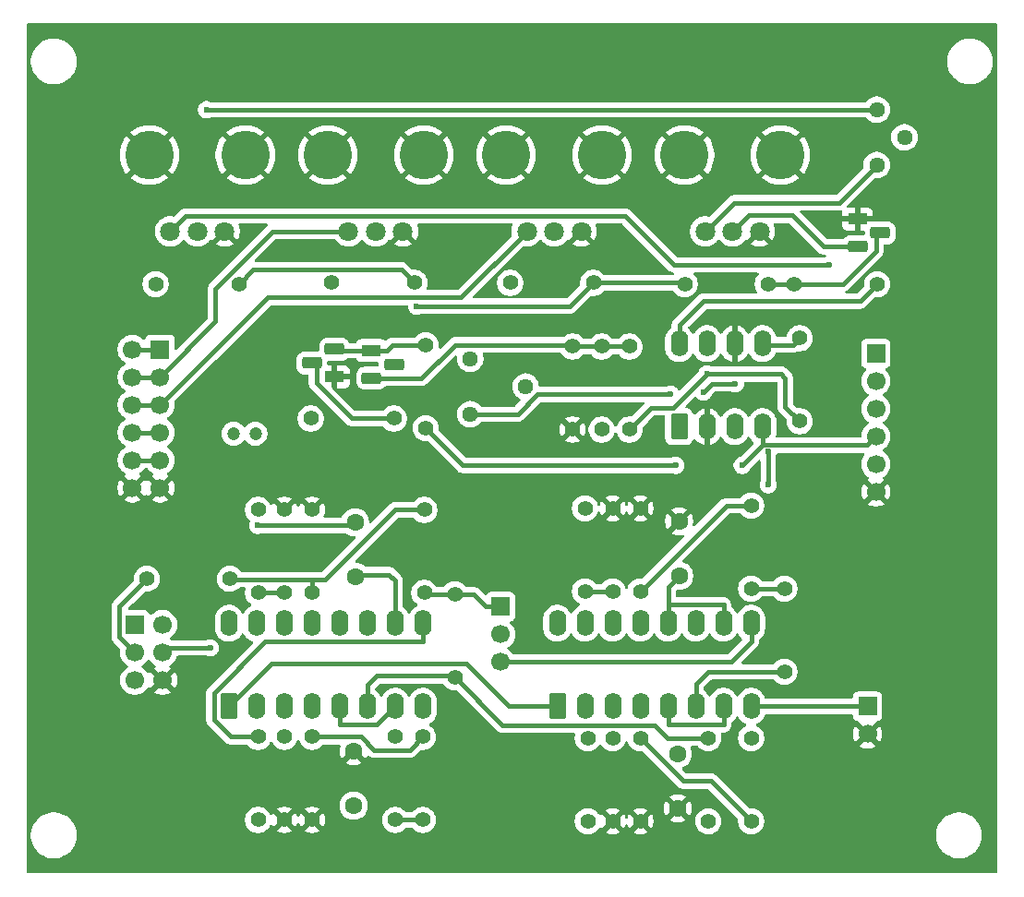
<source format=gbr>
%TF.GenerationSoftware,KiCad,Pcbnew,9.0.3*%
%TF.CreationDate,2025-08-11T18:09:03+09:00*%
%TF.ProjectId,debugVCFSeparate,64656275-6756-4434-9653-657061726174,rev?*%
%TF.SameCoordinates,Original*%
%TF.FileFunction,Copper,L1,Top*%
%TF.FilePolarity,Positive*%
%FSLAX46Y46*%
G04 Gerber Fmt 4.6, Leading zero omitted, Abs format (unit mm)*
G04 Created by KiCad (PCBNEW 9.0.3) date 2025-08-11 18:09:03*
%MOMM*%
%LPD*%
G01*
G04 APERTURE LIST*
G04 Aperture macros list*
%AMRoundRect*
0 Rectangle with rounded corners*
0 $1 Rounding radius*
0 $2 $3 $4 $5 $6 $7 $8 $9 X,Y pos of 4 corners*
0 Add a 4 corners polygon primitive as box body*
4,1,4,$2,$3,$4,$5,$6,$7,$8,$9,$2,$3,0*
0 Add four circle primitives for the rounded corners*
1,1,$1+$1,$2,$3*
1,1,$1+$1,$4,$5*
1,1,$1+$1,$6,$7*
1,1,$1+$1,$8,$9*
0 Add four rect primitives between the rounded corners*
20,1,$1+$1,$2,$3,$4,$5,0*
20,1,$1+$1,$4,$5,$6,$7,0*
20,1,$1+$1,$6,$7,$8,$9,0*
20,1,$1+$1,$8,$9,$2,$3,0*%
G04 Aperture macros list end*
%TA.AperFunction,ComponentPad*%
%ADD10C,1.400000*%
%TD*%
%TA.AperFunction,ComponentPad*%
%ADD11C,1.200000*%
%TD*%
%TA.AperFunction,ComponentPad*%
%ADD12RoundRect,0.250000X0.550000X-0.950000X0.550000X0.950000X-0.550000X0.950000X-0.550000X-0.950000X0*%
%TD*%
%TA.AperFunction,ComponentPad*%
%ADD13O,1.600000X2.400000*%
%TD*%
%TA.AperFunction,ComponentPad*%
%ADD14C,1.440000*%
%TD*%
%TA.AperFunction,ComponentPad*%
%ADD15R,1.700000X1.700000*%
%TD*%
%TA.AperFunction,ComponentPad*%
%ADD16C,1.700000*%
%TD*%
%TA.AperFunction,ComponentPad*%
%ADD17R,1.800000X1.100000*%
%TD*%
%TA.AperFunction,ComponentPad*%
%ADD18RoundRect,0.275000X0.625000X-0.275000X0.625000X0.275000X-0.625000X0.275000X-0.625000X-0.275000X0*%
%TD*%
%TA.AperFunction,ComponentPad*%
%ADD19RoundRect,0.275000X-0.625000X0.275000X-0.625000X-0.275000X0.625000X-0.275000X0.625000X0.275000X0*%
%TD*%
%TA.AperFunction,ComponentPad*%
%ADD20C,1.600000*%
%TD*%
%TA.AperFunction,ComponentPad*%
%ADD21C,1.800000*%
%TD*%
%TA.AperFunction,ComponentPad*%
%ADD22C,4.455000*%
%TD*%
%TA.AperFunction,ViaPad*%
%ADD23C,0.600000*%
%TD*%
%TA.AperFunction,Conductor*%
%ADD24C,0.400000*%
%TD*%
G04 APERTURE END LIST*
D10*
%TO.P,R31,1*%
%TO.N,1st_In_-*%
X112522000Y-77470000D03*
%TO.P,R31,2*%
%TO.N,Net-(U1A--)*%
X120142000Y-77470000D03*
%TD*%
%TO.P,R20,1*%
%TO.N,-12VA*%
X138097000Y-63641000D03*
%TO.P,R20,2*%
%TO.N,Net-(Q2-B)*%
X138097000Y-56021000D03*
%TD*%
D11*
%TO.P,C8,1*%
%TO.N,VCF_IN*%
X120476000Y-64149000D03*
%TO.P,C8,2*%
%TO.N,Net-(C8-Pad2)*%
X122476000Y-64149000D03*
%TD*%
D12*
%TO.P,U1,1*%
%TO.N,VCFCnt*%
X120063000Y-89168000D03*
D13*
%TO.P,U1,2,DIODE_BIAS*%
%TO.N,unconnected-(U1C-DIODE_BIAS-Pad2)*%
X122603000Y-89168000D03*
%TO.P,U1,3,+*%
%TO.N,Net-(U1C-+)*%
X125143000Y-89168000D03*
%TO.P,U1,4,-*%
%TO.N,Net-(U1C--)*%
X127683000Y-89168000D03*
%TO.P,U1,5*%
%TO.N,Net-(C2-Pad1)*%
X130223000Y-89168000D03*
%TO.P,U1,6,V-*%
%TO.N,-12VA*%
X132763000Y-89168000D03*
%TO.P,U1,7*%
%TO.N,Net-(C2-Pad1)*%
X135303000Y-89168000D03*
%TO.P,U1,8*%
%TO.N,LP12db*%
X137843000Y-89168000D03*
%TO.P,U1,9*%
%TO.N,LP6db*%
X137843000Y-81548000D03*
%TO.P,U1,10*%
%TO.N,Net-(C1-Pad1)*%
X135303000Y-81548000D03*
%TO.P,U1,11,V+*%
%TO.N,+12VA*%
X132763000Y-81548000D03*
%TO.P,U1,12*%
%TO.N,Net-(C1-Pad1)*%
X130223000Y-81548000D03*
%TO.P,U1,13,-*%
%TO.N,Net-(U1A--)*%
X127683000Y-81548000D03*
%TO.P,U1,14,+*%
%TO.N,Net-(U1A-+)*%
X125143000Y-81548000D03*
%TO.P,U1,15,DIODE_BIAS*%
%TO.N,unconnected-(U1A-DIODE_BIAS-Pad15)*%
X122603000Y-81548000D03*
%TO.P,U1,16*%
%TO.N,VCFCnt*%
X120063000Y-81548000D03*
%TD*%
D10*
%TO.P,R28,1*%
%TO.N,Net-(Q1-C)*%
X171879000Y-50433000D03*
%TO.P,R28,2*%
%TO.N,+12VA*%
X179499000Y-50433000D03*
%TD*%
%TO.P,R30,1*%
%TO.N,-12VA*%
X164005000Y-92089000D03*
%TO.P,R30,2*%
%TO.N,VCF_OUT*%
X164005000Y-99709000D03*
%TD*%
D14*
%TO.P,RV1,1,1*%
%TO.N,+12VA*%
X142173000Y-62371000D03*
%TO.P,RV1,2,2*%
%TO.N,Net-(R22-Pad1)*%
X147253000Y-59831000D03*
%TO.P,RV1,3,3*%
%TO.N,-12VA*%
X142173000Y-57291000D03*
%TD*%
D10*
%TO.P,R25,1*%
%TO.N,Net-(VR2-WIPER)*%
X129461000Y-50306000D03*
%TO.P,R25,2*%
%TO.N,Net-(U3B-+)*%
X137081000Y-50306000D03*
%TD*%
D15*
%TO.P,J3,1,Pin_1*%
%TO.N,unconnected-(J3-Pin_1-Pad1)*%
X111427000Y-81675000D03*
D16*
%TO.P,J3,2,Pin_2*%
%TO.N,ResoWav*%
X113967000Y-81675000D03*
%TO.P,J3,3,Pin_3*%
%TO.N,1st_In_-*%
X111427000Y-84215000D03*
%TO.P,J3,4,Pin_4*%
%TO.N,1stCap*%
X113967000Y-84215000D03*
%TO.P,J3,5,Pin_5*%
%TO.N,ResoWav*%
X111427000Y-86755000D03*
%TO.P,J3,6,Pin_6*%
%TO.N,GNDA*%
X113967000Y-86755000D03*
%TD*%
D15*
%TO.P,J1,1,Pin_1*%
%TO.N,+12VA*%
X179372000Y-56783000D03*
D16*
%TO.P,J1,2,Pin_2*%
%TO.N,+5VA*%
X179372000Y-59323000D03*
%TO.P,J1,3,Pin_3*%
%TO.N,-5VA*%
X179372000Y-61863000D03*
%TO.P,J1,4,Pin_4*%
%TO.N,-12VA*%
X179372000Y-64403000D03*
%TO.P,J1,5,Pin_5*%
%TO.N,unconnected-(J1-Pin_5-Pad5)*%
X179372000Y-66943000D03*
%TO.P,J1,6,Pin_6*%
%TO.N,GNDA*%
X179372000Y-69483000D03*
%TD*%
D17*
%TO.P,Q2,1,E*%
%TO.N,GNDA*%
X129734000Y-58942000D03*
D18*
%TO.P,Q2,2,C*%
%TO.N,Net-(Q2-C)*%
X127664000Y-57672000D03*
%TO.P,Q2,3,B*%
%TO.N,Net-(Q2-B)*%
X129734000Y-56402000D03*
%TD*%
D10*
%TO.P,R18,1*%
%TO.N,GNDA*%
X155242000Y-99709000D03*
%TO.P,R18,2*%
%TO.N,Net-(U2C-+)*%
X155242000Y-92089000D03*
%TD*%
%TO.P,R9,1*%
%TO.N,Net-(U1C--)*%
X137843000Y-91962000D03*
%TO.P,R9,2*%
%TO.N,LP12db*%
X137843000Y-99582000D03*
%TD*%
%TO.P,R15,1*%
%TO.N,-12VA*%
X170990000Y-85993000D03*
%TO.P,R15,2*%
%TO.N,LP18db*%
X170990000Y-78373000D03*
%TD*%
D15*
%TO.P,J5,1,Pin_1*%
%TO.N,VCF_OUT*%
X178610000Y-89168000D03*
D16*
%TO.P,J5,2,Pin_2*%
%TO.N,GNDA*%
X178610000Y-91708000D03*
%TD*%
D17*
%TO.P,Q1,1,E*%
%TO.N,GNDA*%
X177702000Y-44464000D03*
D19*
%TO.P,Q1,2,C*%
%TO.N,Net-(Q1-C)*%
X179772000Y-45734000D03*
%TO.P,Q1,3,B*%
%TO.N,Net-(Q1-B)*%
X177702000Y-47004000D03*
%TD*%
D10*
%TO.P,R19,1*%
%TO.N,Net-(R19-Pad1)*%
X156778000Y-63768000D03*
%TO.P,R19,2*%
%TO.N,Net-(Q4-B)*%
X156778000Y-56148000D03*
%TD*%
D20*
%TO.P,C1,1*%
%TO.N,Net-(C1-Pad1)*%
X131620000Y-77277000D03*
%TO.P,C1,2*%
%TO.N,1stCap*%
X131620000Y-72277000D03*
%TD*%
D10*
%TO.P,R16,1*%
%TO.N,LP18db*%
X152956000Y-92089000D03*
%TO.P,R16,2*%
%TO.N,Net-(U2C-+)*%
X152956000Y-99709000D03*
%TD*%
D20*
%TO.P,C2,1*%
%TO.N,Net-(C2-Pad1)*%
X131493000Y-98272000D03*
%TO.P,C2,2*%
%TO.N,GNDA*%
X131493000Y-93272000D03*
%TD*%
D10*
%TO.P,R10,1*%
%TO.N,-12VA*%
X135303000Y-91962000D03*
%TO.P,R10,2*%
%TO.N,LP12db*%
X135303000Y-99582000D03*
%TD*%
D15*
%TO.P,J2,1,Pin_1*%
%TO.N,VCF_IN*%
X113733000Y-56427000D03*
D16*
%TO.P,J2,2,Pin_2*%
X111193000Y-56427000D03*
%TO.P,J2,3,Pin_3*%
%TO.N,FilterEnv*%
X113733000Y-58967000D03*
%TO.P,J2,4,Pin_4*%
X111193000Y-58967000D03*
%TO.P,J2,5,Pin_5*%
%TO.N,LFOSine*%
X113733000Y-61507000D03*
%TO.P,J2,6,Pin_6*%
X111193000Y-61507000D03*
%TO.P,J2,7,Pin_7*%
%TO.N,CV*%
X113733000Y-64047000D03*
%TO.P,J2,8,Pin_8*%
X111193000Y-64047000D03*
%TO.P,J2,9,Pin_9*%
%TO.N,ResoWav*%
X113733000Y-66587000D03*
%TO.P,J2,10,Pin_10*%
X111193000Y-66587000D03*
%TO.P,J2,11,Pin_11*%
%TO.N,GNDA*%
X113733000Y-69127000D03*
%TO.P,J2,12,Pin_12*%
X111193000Y-69127000D03*
%TD*%
D20*
%TO.P,C3,1*%
%TO.N,Net-(C3-Pad1)*%
X161338000Y-77190000D03*
%TO.P,C3,2*%
%TO.N,GNDA*%
X161338000Y-72190000D03*
%TD*%
%TO.P,C4,1*%
%TO.N,Net-(C4-Pad1)*%
X161211000Y-93526000D03*
%TO.P,C4,2*%
%TO.N,GNDA*%
X161211000Y-98526000D03*
%TD*%
D10*
%TO.P,R26,1*%
%TO.N,Net-(VR3-WIPER)*%
X145844000Y-50306000D03*
%TO.P,R26,2*%
%TO.N,Net-(U3B-+)*%
X153464000Y-50306000D03*
%TD*%
D12*
%TO.P,U3,1*%
%TO.N,Net-(U3A-+)*%
X161350000Y-63514000D03*
D13*
%TO.P,U3,2,-*%
%TO.N,GNDA*%
X163890000Y-63514000D03*
%TO.P,U3,3,+*%
%TO.N,Net-(U3A-+)*%
X166430000Y-63514000D03*
%TO.P,U3,4,V-*%
%TO.N,-12VA*%
X168970000Y-63514000D03*
%TO.P,U3,5,+*%
%TO.N,Net-(U3B-+)*%
X168970000Y-55894000D03*
%TO.P,U3,6,-*%
%TO.N,GNDA*%
X166430000Y-55894000D03*
%TO.P,U3,7*%
%TO.N,Net-(R19-Pad1)*%
X163890000Y-55894000D03*
%TO.P,U3,8,V+*%
%TO.N,+12VA*%
X161350000Y-55894000D03*
%TD*%
D12*
%TO.P,U2,1*%
%TO.N,VCFCnt*%
X150162000Y-89168000D03*
D13*
%TO.P,U2,2,DIODE_BIAS*%
%TO.N,unconnected-(U2C-DIODE_BIAS-Pad2)*%
X152702000Y-89168000D03*
%TO.P,U2,3,+*%
%TO.N,Net-(U2C-+)*%
X155242000Y-89168000D03*
%TO.P,U2,4,-*%
%TO.N,Net-(U2C--)*%
X157782000Y-89168000D03*
%TO.P,U2,5*%
%TO.N,Net-(C4-Pad1)*%
X160322000Y-89168000D03*
%TO.P,U2,6,V-*%
%TO.N,-12VA*%
X162862000Y-89168000D03*
%TO.P,U2,7*%
%TO.N,Net-(C4-Pad1)*%
X165402000Y-89168000D03*
%TO.P,U2,8*%
%TO.N,VCF_OUT*%
X167942000Y-89168000D03*
%TO.P,U2,9*%
%TO.N,LP18db*%
X167942000Y-81548000D03*
%TO.P,U2,10*%
%TO.N,Net-(C3-Pad1)*%
X165402000Y-81548000D03*
%TO.P,U2,11,V+*%
%TO.N,+12VA*%
X162862000Y-81548000D03*
%TO.P,U2,12*%
%TO.N,Net-(C3-Pad1)*%
X160322000Y-81548000D03*
%TO.P,U2,13,-*%
%TO.N,Net-(U2A--)*%
X157782000Y-81548000D03*
%TO.P,U2,14,+*%
%TO.N,Net-(U2A-+)*%
X155242000Y-81548000D03*
%TO.P,U2,15,DIODE_BIAS*%
%TO.N,unconnected-(U2A-DIODE_BIAS-Pad15)*%
X152702000Y-81548000D03*
%TO.P,U2,16*%
%TO.N,VCFCnt*%
X150162000Y-81548000D03*
%TD*%
D21*
%TO.P,VR1,1,CCW*%
%TO.N,+5VA*%
X114661000Y-45593000D03*
%TO.P,VR1,2,WIPER*%
%TO.N,Net-(VR1-WIPER)*%
X117161000Y-45593000D03*
%TO.P,VR1,3,CW*%
%TO.N,GNDA*%
X119661000Y-45593000D03*
D22*
%TO.P,VR1,MH1,MH1*%
X112761000Y-38593000D03*
%TO.P,VR1,MH2,MH2*%
X121561000Y-38593000D03*
%TD*%
D10*
%TO.P,R4,1*%
%TO.N,Net-(C8-Pad2)*%
X122730000Y-71134000D03*
%TO.P,R4,2*%
%TO.N,Net-(U1A-+)*%
X122730000Y-78754000D03*
%TD*%
%TO.P,R1,1*%
%TO.N,GNDA*%
X127683000Y-71134000D03*
%TO.P,R1,2*%
%TO.N,Net-(U1A--)*%
X127683000Y-78754000D03*
%TD*%
%TO.P,R29,1*%
%TO.N,Net-(Q1-C)*%
X169466000Y-50433000D03*
%TO.P,R29,2*%
%TO.N,Net-(U3B-+)*%
X161846000Y-50433000D03*
%TD*%
%TO.P,R6,1*%
%TO.N,-12VA*%
X140764000Y-86501000D03*
%TO.P,R6,2*%
%TO.N,LP6db*%
X140764000Y-78881000D03*
%TD*%
D15*
%TO.P,J4,1,Pin_1*%
%TO.N,LP6db*%
X144955000Y-80024000D03*
D16*
%TO.P,J4,2,Pin_2*%
%TO.N,LP12db*%
X144955000Y-82564000D03*
%TO.P,J4,3,Pin_3*%
%TO.N,LP18db*%
X144955000Y-85104000D03*
%TD*%
D10*
%TO.P,R7,1*%
%TO.N,GNDA*%
X127683000Y-99582000D03*
%TO.P,R7,2*%
%TO.N,Net-(U1C--)*%
X127683000Y-91962000D03*
%TD*%
%TO.P,R27,1*%
%TO.N,Net-(VR1-WIPER)*%
X113332000Y-50433000D03*
%TO.P,R27,2*%
%TO.N,Net-(U3B-+)*%
X120952000Y-50433000D03*
%TD*%
%TO.P,R17,1*%
%TO.N,GNDA*%
X157782000Y-99709000D03*
%TO.P,R17,2*%
%TO.N,Net-(U2C--)*%
X157782000Y-92089000D03*
%TD*%
%TO.P,R3,1*%
%TO.N,Net-(U1A--)*%
X137970000Y-71134000D03*
%TO.P,R3,2*%
%TO.N,LP6db*%
X137970000Y-78754000D03*
%TD*%
%TO.P,R24,1*%
%TO.N,Net-(U2C--)*%
X167942000Y-99709000D03*
%TO.P,R24,2*%
%TO.N,VCF_OUT*%
X167942000Y-92089000D03*
%TD*%
D14*
%TO.P,RV2,1,1*%
%TO.N,Net-(VR4-CCW)*%
X179460000Y-39511000D03*
%TO.P,RV2,2,2*%
%TO.N,CV*%
X182000000Y-36971000D03*
%TO.P,RV2,3,3*%
X179460000Y-34431000D03*
%TD*%
D21*
%TO.P,VR4,1,CCW*%
%TO.N,Net-(VR4-CCW)*%
X163729000Y-45593000D03*
%TO.P,VR4,2,WIPER*%
%TO.N,Net-(Q1-B)*%
X166229000Y-45593000D03*
%TO.P,VR4,3,CW*%
%TO.N,GNDA*%
X168729000Y-45593000D03*
D22*
%TO.P,VR4,MH1,MH1*%
X161829000Y-38593000D03*
%TO.P,VR4,MH2,MH2*%
X170629000Y-38593000D03*
%TD*%
D10*
%TO.P,R5,1*%
%TO.N,LP6db*%
X122730000Y-91962000D03*
%TO.P,R5,2*%
%TO.N,Net-(U1C-+)*%
X122730000Y-99582000D03*
%TD*%
%TO.P,R14,1*%
%TO.N,Net-(U2A--)*%
X167942000Y-70753000D03*
%TO.P,R14,2*%
%TO.N,LP18db*%
X167942000Y-78373000D03*
%TD*%
%TO.P,R23,1*%
%TO.N,Net-(Q2-C)*%
X135176000Y-62752000D03*
%TO.P,R23,2*%
%TO.N,VCFCnt*%
X127556000Y-62752000D03*
%TD*%
%TO.P,R39,1*%
%TO.N,Net-(U3B-+)*%
X172399000Y-55386000D03*
%TO.P,R39,2*%
%TO.N,Net-(R19-Pad1)*%
X172399000Y-63006000D03*
%TD*%
%TO.P,R13,1*%
%TO.N,GNDA*%
X155242000Y-71007000D03*
%TO.P,R13,2*%
%TO.N,Net-(U2A-+)*%
X155242000Y-78627000D03*
%TD*%
D21*
%TO.P,VR2,1,CCW*%
%TO.N,FilterEnv*%
X131017000Y-45593000D03*
%TO.P,VR2,2,WIPER*%
%TO.N,Net-(VR2-WIPER)*%
X133517000Y-45593000D03*
%TO.P,VR2,3,CW*%
%TO.N,GNDA*%
X136017000Y-45593000D03*
D22*
%TO.P,VR2,MH1,MH1*%
X129117000Y-38593000D03*
%TO.P,VR2,MH2,MH2*%
X137917000Y-38593000D03*
%TD*%
D21*
%TO.P,VR3,1,CCW*%
%TO.N,LFOSine*%
X147373000Y-45593000D03*
%TO.P,VR3,2,WIPER*%
%TO.N,Net-(VR3-WIPER)*%
X149873000Y-45593000D03*
%TO.P,VR3,3,CW*%
%TO.N,GNDA*%
X152373000Y-45593000D03*
D22*
%TO.P,VR3,MH1,MH1*%
X145473000Y-38593000D03*
%TO.P,VR3,MH2,MH2*%
X154273000Y-38593000D03*
%TD*%
D10*
%TO.P,R21,1*%
%TO.N,GNDA*%
X151571000Y-63768000D03*
%TO.P,R21,2*%
%TO.N,Net-(Q4-B)*%
X151571000Y-56148000D03*
%TD*%
D17*
%TO.P,Q4,1,E*%
%TO.N,Net-(Q2-B)*%
X133125000Y-56529000D03*
D19*
%TO.P,Q4,2,C*%
%TO.N,+12VA*%
X135195000Y-57799000D03*
%TO.P,Q4,3,B*%
%TO.N,Net-(Q4-B)*%
X133125000Y-59069000D03*
%TD*%
D10*
%TO.P,R8,1*%
%TO.N,GNDA*%
X125143000Y-99582000D03*
%TO.P,R8,2*%
%TO.N,Net-(U1C-+)*%
X125143000Y-91962000D03*
%TD*%
%TO.P,R2,1*%
%TO.N,GNDA*%
X125143000Y-71134000D03*
%TO.P,R2,2*%
%TO.N,Net-(U1A-+)*%
X125143000Y-78754000D03*
%TD*%
%TO.P,R12,1*%
%TO.N,GNDA*%
X157782000Y-71007000D03*
%TO.P,R12,2*%
%TO.N,Net-(U2A--)*%
X157782000Y-78627000D03*
%TD*%
%TO.P,R11,1*%
%TO.N,LP12db*%
X152702000Y-71007000D03*
%TO.P,R11,2*%
%TO.N,Net-(U2A-+)*%
X152702000Y-78627000D03*
%TD*%
%TO.P,R22,1*%
%TO.N,Net-(R22-Pad1)*%
X154238000Y-63768000D03*
%TO.P,R22,2*%
%TO.N,Net-(Q4-B)*%
X154238000Y-56148000D03*
%TD*%
D23*
%TO.N,1stCap*%
X122722800Y-72558800D03*
X118364000Y-83800600D03*
%TO.N,+5VA*%
X175070600Y-48671400D03*
%TO.N,+12VA*%
X160548900Y-60544600D03*
%TO.N,-12VA*%
X169509300Y-65755000D03*
X169509300Y-68834000D03*
X161036000Y-67056000D03*
X167129700Y-67056000D03*
%TO.N,CV*%
X118000000Y-34431000D03*
%TO.N,Net-(R19-Pad1)*%
X163890000Y-58674000D03*
%TO.N,Net-(U3A-+)*%
X166497000Y-59563000D03*
X163576000Y-60325000D03*
%TO.N,Net-(U3B-+)*%
X137271300Y-52450300D03*
%TD*%
D24*
%TO.N,1st_In_-*%
X110019400Y-82807400D02*
X111427000Y-84215000D01*
X110019400Y-79972600D02*
X110019400Y-82807400D01*
X112522000Y-77470000D02*
X110019400Y-79972600D01*
%TO.N,Net-(U1A--)*%
X120213200Y-77541200D02*
X120142000Y-77470000D01*
X127683000Y-77541200D02*
X120213200Y-77541200D01*
%TO.N,Net-(C1-Pad1)*%
X131808000Y-77089000D02*
X134747000Y-77089000D01*
X135303000Y-77645000D02*
X135303000Y-81548000D01*
X131620000Y-77277000D02*
X131808000Y-77089000D01*
X134747000Y-77089000D02*
X135303000Y-77645000D01*
%TO.N,1stCap*%
X131338200Y-72558800D02*
X122722800Y-72558800D01*
X118364000Y-83800600D02*
X114381400Y-83800600D01*
X114381400Y-83800600D02*
X113967000Y-84215000D01*
X131620000Y-72277000D02*
X131338200Y-72558800D01*
%TO.N,Net-(C2-Pad1)*%
X133601300Y-90869700D02*
X135303000Y-89168000D01*
X130223000Y-90869700D02*
X133601300Y-90869700D01*
X130223000Y-89168000D02*
X130223000Y-90869700D01*
%TO.N,Net-(C3-Pad1)*%
X165402000Y-79846300D02*
X161338000Y-79846300D01*
X160322000Y-81548000D02*
X160322000Y-79846300D01*
X160322000Y-79846300D02*
X161338000Y-79846300D01*
X165402000Y-81548000D02*
X165402000Y-79846300D01*
X160322000Y-78206000D02*
X161338000Y-77190000D01*
X160322000Y-79846300D02*
X160322000Y-78206000D01*
%TO.N,Net-(C4-Pad1)*%
X160322000Y-89168000D02*
X160322000Y-90869700D01*
X165402000Y-90869700D02*
X160322000Y-90869700D01*
X165402000Y-89168000D02*
X165402000Y-90869700D01*
%TO.N,VCF_IN*%
X111193000Y-56427000D02*
X113733000Y-56427000D01*
%TO.N,+5VA*%
X160898700Y-48671400D02*
X156391800Y-44164500D01*
X175070600Y-48671400D02*
X160898700Y-48671400D01*
X156391800Y-44164500D02*
X116089500Y-44164500D01*
X116089500Y-44164500D02*
X114661000Y-45593000D01*
%TO.N,+12VA*%
X161350000Y-54192300D02*
X163542300Y-52000000D01*
X160548900Y-60544600D02*
X148351000Y-60544600D01*
X146524600Y-62371000D02*
X142173000Y-62371000D01*
X163542300Y-52000000D02*
X177932000Y-52000000D01*
X148351000Y-60544600D02*
X146524600Y-62371000D01*
X161350000Y-55894000D02*
X161350000Y-54192300D01*
X177932000Y-52000000D02*
X179499000Y-50433000D01*
%TO.N,-12VA*%
X145141600Y-90878600D02*
X140764000Y-86501000D01*
X179372000Y-64403000D02*
X178559300Y-65215700D01*
X140623000Y-86360000D02*
X140764000Y-86501000D01*
X159070900Y-90878600D02*
X145141600Y-90878600D01*
X167129700Y-67056000D02*
X168970000Y-65215700D01*
X132763000Y-89168000D02*
X132763000Y-87201000D01*
X138097000Y-63641000D02*
X141512000Y-67056000D01*
X133604000Y-86360000D02*
X140623000Y-86360000D01*
X162862000Y-89168000D02*
X162862000Y-87138000D01*
X161036000Y-67056000D02*
X141512000Y-67056000D01*
X132763000Y-87201000D02*
X133604000Y-86360000D01*
X170983000Y-86000000D02*
X170990000Y-85993000D01*
X169509300Y-65755000D02*
X169509300Y-68834000D01*
X178559300Y-65215700D02*
X168970000Y-65215700D01*
X162862000Y-87138000D02*
X164000000Y-86000000D01*
X164005000Y-92089000D02*
X160281300Y-92089000D01*
X168970000Y-63514000D02*
X168970000Y-65215700D01*
X164000000Y-86000000D02*
X170983000Y-86000000D01*
X160281300Y-92089000D02*
X159070900Y-90878600D01*
%TO.N,LFOSine*%
X141317400Y-51648600D02*
X123591400Y-51648600D01*
X147373000Y-45593000D02*
X141317400Y-51648600D01*
X123591400Y-51648600D02*
X113733000Y-61507000D01*
X111193000Y-61507000D02*
X113733000Y-61507000D01*
%TO.N,ResoWav*%
X113733000Y-66587000D02*
X111193000Y-66587000D01*
%TO.N,CV*%
X113733000Y-64047000D02*
X111193000Y-64047000D01*
X118000000Y-34431000D02*
X179460000Y-34431000D01*
%TO.N,FilterEnv*%
X118834300Y-50829200D02*
X124070500Y-45593000D01*
X118834300Y-53865700D02*
X118834300Y-50829200D01*
X111193000Y-58967000D02*
X113733000Y-58967000D01*
X113733000Y-58967000D02*
X118834300Y-53865700D01*
X124070500Y-45593000D02*
X131017000Y-45593000D01*
%TO.N,Net-(U1A--)*%
X128895800Y-77541200D02*
X127683000Y-77541200D01*
X135303000Y-71134000D02*
X128895800Y-77541200D01*
X127683000Y-77541200D02*
X127683000Y-78754000D01*
X137970000Y-71134000D02*
X135303000Y-71134000D01*
%TO.N,LP18db*%
X167942000Y-81548000D02*
X167942000Y-83249700D01*
X167942000Y-83249700D02*
X166087700Y-85104000D01*
X170990000Y-78373000D02*
X167942000Y-78373000D01*
X166087700Y-85104000D02*
X144955000Y-85104000D01*
%TO.N,LP12db*%
X137843000Y-99582000D02*
X135303000Y-99582000D01*
%TO.N,LP6db*%
X137843000Y-81548000D02*
X137843000Y-83249700D01*
X142460300Y-78881000D02*
X143603300Y-80024000D01*
X138097000Y-78881000D02*
X140764000Y-78881000D01*
X118681100Y-87935000D02*
X118681100Y-90394600D01*
X123366400Y-83249700D02*
X118681100Y-87935000D01*
X120248500Y-91962000D02*
X122730000Y-91962000D01*
X140764000Y-78881000D02*
X142460300Y-78881000D01*
X137843000Y-83249700D02*
X123366400Y-83249700D01*
X144955000Y-80024000D02*
X143603300Y-80024000D01*
X137970000Y-78754000D02*
X138097000Y-78881000D01*
X118681100Y-90394600D02*
X120248500Y-91962000D01*
%TO.N,Net-(Q1-B)*%
X178102000Y-47004000D02*
X174587900Y-47004000D01*
X174587900Y-47004000D02*
X171711800Y-44127900D01*
X167694100Y-44127900D02*
X166229000Y-45593000D01*
X171711800Y-44127900D02*
X167694100Y-44127900D01*
%TO.N,Net-(Q1-C)*%
X179372000Y-47393200D02*
X176332200Y-50433000D01*
X169466000Y-50433000D02*
X171879000Y-50433000D01*
X176332200Y-50433000D02*
X171879000Y-50433000D01*
X179372000Y-45734000D02*
X179372000Y-47393200D01*
%TO.N,Net-(Q2-B)*%
X133834500Y-56529000D02*
X134526700Y-56529000D01*
X138097000Y-56021000D02*
X135034700Y-56021000D01*
X135034700Y-56021000D02*
X134526700Y-56529000D01*
X133834500Y-56529000D02*
X133525000Y-56529000D01*
X133525000Y-56529000D02*
X129461000Y-56529000D01*
X129461000Y-56529000D02*
X129334000Y-56402000D01*
%TO.N,Net-(Q2-C)*%
X135176000Y-62752000D02*
X131339000Y-62752000D01*
X131339000Y-62752000D02*
X128064000Y-59477000D01*
X128064000Y-59477000D02*
X128064000Y-57672000D01*
%TO.N,Net-(Q4-B)*%
X151658200Y-56148000D02*
X151732200Y-56148000D01*
X151732200Y-56148000D02*
X151814900Y-56148000D01*
X151571000Y-56148000D02*
X151658200Y-56148000D01*
X140788500Y-55991300D02*
X137710800Y-59069000D01*
X151814900Y-56148000D02*
X152821800Y-56148000D01*
X156778000Y-56148000D02*
X154238000Y-56148000D01*
X152904500Y-56148000D02*
X154238000Y-56148000D01*
X137710800Y-59069000D02*
X133525000Y-59069000D01*
X151414300Y-55991300D02*
X140788500Y-55991300D01*
X151571000Y-56148000D02*
X151414300Y-55991300D01*
X152821800Y-56148000D02*
X152904500Y-56148000D01*
%TO.N,Net-(U1A-+)*%
X122730000Y-78754000D02*
X125143000Y-78754000D01*
%TO.N,Net-(U1C--)*%
X133337600Y-93164500D02*
X132135100Y-91962000D01*
X136640500Y-93164500D02*
X133337600Y-93164500D01*
X132135100Y-91962000D02*
X127683000Y-91962000D01*
X137843000Y-91962000D02*
X136640500Y-93164500D01*
%TO.N,Net-(U2A-+)*%
X152702000Y-78627000D02*
X155242000Y-78627000D01*
%TO.N,Net-(U2A--)*%
X157782000Y-78627000D02*
X165656000Y-70753000D01*
X165656000Y-70753000D02*
X167942000Y-70753000D01*
%TO.N,Net-(U2C--)*%
X161719000Y-96026000D02*
X157782000Y-92089000D01*
X164259000Y-96026000D02*
X161719000Y-96026000D01*
X167942000Y-99709000D02*
X164259000Y-96026000D01*
%TO.N,Net-(R19-Pad1)*%
X170688000Y-58674000D02*
X163890000Y-58674000D01*
X172399000Y-63006000D02*
X171069000Y-61676000D01*
X171069000Y-61676000D02*
X171069000Y-59055000D01*
X158779700Y-61766300D02*
X160797700Y-61766300D01*
X171069000Y-59055000D02*
X170688000Y-58674000D01*
X160797700Y-61766300D02*
X163890000Y-58674000D01*
X156778000Y-63768000D02*
X158779700Y-61766300D01*
%TO.N,VCFCnt*%
X141797600Y-85278900D02*
X145686700Y-89168000D01*
X145686700Y-89168000D02*
X150162000Y-89168000D01*
X120063000Y-89168000D02*
X123952100Y-85278900D01*
X123952100Y-85278900D02*
X141797600Y-85278900D01*
%TO.N,VCF_OUT*%
X178610000Y-89168000D02*
X167942000Y-89168000D01*
%TO.N,Net-(U3A-+)*%
X166497000Y-59563000D02*
X164338000Y-59563000D01*
X164338000Y-59563000D02*
X163576000Y-60325000D01*
%TO.N,Net-(VR4-CCW)*%
X176020600Y-42950400D02*
X179460000Y-39511000D01*
X166371600Y-42950400D02*
X176020600Y-42950400D01*
X163729000Y-45593000D02*
X166371600Y-42950400D01*
%TO.N,Net-(U3B-+)*%
X120952000Y-50433000D02*
X122284900Y-49100100D01*
X168970000Y-56000000D02*
X171785000Y-56000000D01*
X161719000Y-50306000D02*
X161846000Y-50433000D01*
X153464000Y-50306000D02*
X161719000Y-50306000D01*
X122284900Y-49100100D02*
X135875100Y-49100100D01*
X137271300Y-52450300D02*
X151319700Y-52450300D01*
X168970000Y-55894000D02*
X168970000Y-56000000D01*
X135875100Y-49100100D02*
X137081000Y-50306000D01*
X151319700Y-52450300D02*
X153464000Y-50306000D01*
X171785000Y-56000000D02*
X172399000Y-55386000D01*
%TD*%
%TA.AperFunction,Conductor*%
%TO.N,GNDA*%
G36*
X112768444Y-84868999D02*
G01*
X112807486Y-84914056D01*
X112811951Y-84922820D01*
X112936890Y-85094786D01*
X113087213Y-85245109D01*
X113259179Y-85370048D01*
X113259181Y-85370049D01*
X113259184Y-85370051D01*
X113268493Y-85374794D01*
X113319290Y-85422766D01*
X113336087Y-85490587D01*
X113313552Y-85556722D01*
X113268505Y-85595760D01*
X113259446Y-85600376D01*
X113259440Y-85600380D01*
X113205282Y-85639727D01*
X113205282Y-85639728D01*
X113837591Y-86272037D01*
X113774007Y-86289075D01*
X113659993Y-86354901D01*
X113566901Y-86447993D01*
X113501075Y-86562007D01*
X113484037Y-86625591D01*
X112851728Y-85993282D01*
X112851727Y-85993282D01*
X112812380Y-86047440D01*
X112812376Y-86047446D01*
X112807760Y-86056505D01*
X112759781Y-86107297D01*
X112691959Y-86124087D01*
X112625826Y-86101543D01*
X112586794Y-86056493D01*
X112582051Y-86047184D01*
X112582049Y-86047181D01*
X112582048Y-86047179D01*
X112457109Y-85875213D01*
X112306786Y-85724890D01*
X112134820Y-85599951D01*
X112126600Y-85595763D01*
X112126054Y-85595485D01*
X112075259Y-85547512D01*
X112058463Y-85479692D01*
X112080999Y-85413556D01*
X112126054Y-85374515D01*
X112134816Y-85370051D01*
X112243551Y-85291051D01*
X112306786Y-85245109D01*
X112306788Y-85245106D01*
X112306792Y-85245104D01*
X112457104Y-85094792D01*
X112457106Y-85094788D01*
X112457109Y-85094786D01*
X112582048Y-84922820D01*
X112582047Y-84922820D01*
X112582051Y-84922816D01*
X112586514Y-84914054D01*
X112634488Y-84863259D01*
X112702308Y-84846463D01*
X112768444Y-84868999D01*
G37*
%TD.AperFunction*%
%TA.AperFunction,Conductor*%
G36*
X112576492Y-67307185D02*
G01*
X112609769Y-67338614D01*
X112644842Y-67386887D01*
X112702892Y-67466788D01*
X112853213Y-67617109D01*
X113025179Y-67742048D01*
X113025181Y-67742049D01*
X113025184Y-67742051D01*
X113034493Y-67746794D01*
X113085290Y-67794766D01*
X113102087Y-67862587D01*
X113079552Y-67928722D01*
X113034505Y-67967760D01*
X113025446Y-67972376D01*
X113025440Y-67972380D01*
X112971282Y-68011727D01*
X112971282Y-68011728D01*
X113603591Y-68644037D01*
X113540007Y-68661075D01*
X113425993Y-68726901D01*
X113332901Y-68819993D01*
X113267075Y-68934007D01*
X113250037Y-68997591D01*
X112617728Y-68365282D01*
X112617727Y-68365282D01*
X112578380Y-68419440D01*
X112573483Y-68429051D01*
X112525506Y-68479845D01*
X112457684Y-68496638D01*
X112391550Y-68474098D01*
X112352516Y-68429048D01*
X112347626Y-68419452D01*
X112308270Y-68365282D01*
X112308269Y-68365282D01*
X111675962Y-68997590D01*
X111658925Y-68934007D01*
X111593099Y-68819993D01*
X111500007Y-68726901D01*
X111385993Y-68661075D01*
X111322409Y-68644037D01*
X111954716Y-68011728D01*
X111900547Y-67972373D01*
X111900547Y-67972372D01*
X111891500Y-67967763D01*
X111840706Y-67919788D01*
X111823912Y-67851966D01*
X111846451Y-67785832D01*
X111891508Y-67746793D01*
X111900816Y-67742051D01*
X112026386Y-67650820D01*
X112072786Y-67617109D01*
X112072788Y-67617106D01*
X112072792Y-67617104D01*
X112223104Y-67466792D01*
X112316229Y-67338614D01*
X112320560Y-67335274D01*
X112322834Y-67330297D01*
X112347933Y-67314166D01*
X112371558Y-67295949D01*
X112378231Y-67294695D01*
X112381612Y-67292523D01*
X112416547Y-67287500D01*
X112509453Y-67287500D01*
X112576492Y-67307185D01*
G37*
%TD.AperFunction*%
%TA.AperFunction,Conductor*%
G36*
X156117320Y-44884685D02*
G01*
X156137962Y-44901319D01*
X160452153Y-49215511D01*
X160452154Y-49215512D01*
X160566892Y-49292177D01*
X160694367Y-49344978D01*
X160694372Y-49344980D01*
X160694376Y-49344980D01*
X160694377Y-49344981D01*
X160769291Y-49359883D01*
X160831202Y-49392268D01*
X160865776Y-49452984D01*
X160862036Y-49522753D01*
X160821169Y-49579425D01*
X160756151Y-49605007D01*
X160745099Y-49605500D01*
X154502138Y-49605500D01*
X154435099Y-49585815D01*
X154401821Y-49554387D01*
X154379690Y-49523927D01*
X154246075Y-49390312D01*
X154246073Y-49390310D01*
X154093199Y-49279240D01*
X153924836Y-49193454D01*
X153745118Y-49135059D01*
X153558486Y-49105500D01*
X153558481Y-49105500D01*
X153369519Y-49105500D01*
X153369514Y-49105500D01*
X153182881Y-49135059D01*
X153003163Y-49193454D01*
X152834800Y-49279240D01*
X152778076Y-49320453D01*
X152681927Y-49390310D01*
X152681925Y-49390312D01*
X152681924Y-49390312D01*
X152548312Y-49523924D01*
X152548312Y-49523925D01*
X152548310Y-49523927D01*
X152511152Y-49575070D01*
X152437240Y-49676800D01*
X152351454Y-49845163D01*
X152293059Y-50024881D01*
X152263500Y-50211513D01*
X152263500Y-50400482D01*
X152269389Y-50437668D01*
X152260433Y-50506961D01*
X152234596Y-50544745D01*
X151065862Y-51713481D01*
X151004539Y-51746966D01*
X150978181Y-51749800D01*
X145977918Y-51749800D01*
X145910879Y-51730115D01*
X145865124Y-51677311D01*
X145855180Y-51608153D01*
X145884205Y-51544597D01*
X145942983Y-51506823D01*
X145958520Y-51503327D01*
X146125118Y-51476940D01*
X146177995Y-51459759D01*
X146304832Y-51418547D01*
X146473199Y-51332760D01*
X146626073Y-51221690D01*
X146759690Y-51088073D01*
X146870760Y-50935199D01*
X146956547Y-50766832D01*
X147014940Y-50587118D01*
X147024385Y-50527486D01*
X147044500Y-50400486D01*
X147044500Y-50211513D01*
X147014940Y-50024881D01*
X146987846Y-49941497D01*
X146956547Y-49845168D01*
X146956545Y-49845165D01*
X146956545Y-49845163D01*
X146896967Y-49728236D01*
X146870760Y-49676801D01*
X146759690Y-49523927D01*
X146626073Y-49390310D01*
X146473199Y-49279240D01*
X146304836Y-49193454D01*
X146125118Y-49135059D01*
X145938486Y-49105500D01*
X145938481Y-49105500D01*
X145749519Y-49105500D01*
X145749514Y-49105500D01*
X145562881Y-49135059D01*
X145383163Y-49193454D01*
X145214800Y-49279240D01*
X145158076Y-49320453D01*
X145061927Y-49390310D01*
X145061925Y-49390312D01*
X145061924Y-49390312D01*
X144928312Y-49523924D01*
X144928312Y-49523925D01*
X144928310Y-49523927D01*
X144891152Y-49575070D01*
X144817240Y-49676800D01*
X144731454Y-49845163D01*
X144673059Y-50024881D01*
X144643500Y-50211513D01*
X144643500Y-50400486D01*
X144673059Y-50587118D01*
X144731454Y-50766836D01*
X144799921Y-50901209D01*
X144817240Y-50935199D01*
X144928310Y-51088073D01*
X145061927Y-51221690D01*
X145214801Y-51332760D01*
X145294347Y-51373290D01*
X145383163Y-51418545D01*
X145383165Y-51418545D01*
X145383168Y-51418547D01*
X145479497Y-51449846D01*
X145562881Y-51476940D01*
X145729480Y-51503327D01*
X145792615Y-51533256D01*
X145829546Y-51592568D01*
X145828548Y-51662430D01*
X145789938Y-51720663D01*
X145725974Y-51748777D01*
X145710082Y-51749800D01*
X142506219Y-51749800D01*
X142439180Y-51730115D01*
X142393425Y-51677311D01*
X142383481Y-51608153D01*
X142412506Y-51544597D01*
X142418538Y-51538119D01*
X143518989Y-50437668D01*
X146959449Y-46997206D01*
X147020770Y-46963723D01*
X147066522Y-46962416D01*
X147262778Y-46993500D01*
X147262779Y-46993500D01*
X147483221Y-46993500D01*
X147483222Y-46993500D01*
X147700951Y-46959015D01*
X147910606Y-46890895D01*
X148107022Y-46790815D01*
X148285365Y-46661242D01*
X148441242Y-46505365D01*
X148522682Y-46393270D01*
X148578011Y-46350606D01*
X148647624Y-46344627D01*
X148709420Y-46377232D01*
X148723313Y-46393265D01*
X148797646Y-46495576D01*
X148804758Y-46505365D01*
X148960636Y-46661243D01*
X148960641Y-46661247D01*
X149074632Y-46744065D01*
X149138978Y-46790815D01*
X149267375Y-46856237D01*
X149335393Y-46890895D01*
X149335396Y-46890896D01*
X149389577Y-46908500D01*
X149545049Y-46959015D01*
X149762778Y-46993500D01*
X149762779Y-46993500D01*
X149983221Y-46993500D01*
X149983222Y-46993500D01*
X150200951Y-46959015D01*
X150410606Y-46890895D01*
X150607022Y-46790815D01*
X150785365Y-46661242D01*
X150941242Y-46505365D01*
X151022991Y-46392845D01*
X151078320Y-46350180D01*
X151147933Y-46344201D01*
X151209728Y-46376806D01*
X151221582Y-46390485D01*
X151221932Y-46390513D01*
X151808387Y-45804058D01*
X151813889Y-45824591D01*
X151892881Y-45961408D01*
X152004592Y-46073119D01*
X152141409Y-46152111D01*
X152161939Y-46157612D01*
X151575485Y-46744065D01*
X151575485Y-46744066D01*
X151639243Y-46790388D01*
X151835589Y-46890432D01*
X152045164Y-46958526D01*
X152262819Y-46993000D01*
X152483181Y-46993000D01*
X152700835Y-46958526D01*
X152910410Y-46890432D01*
X153106760Y-46790386D01*
X153170513Y-46744066D01*
X153170514Y-46744066D01*
X152584059Y-46157612D01*
X152604591Y-46152111D01*
X152741408Y-46073119D01*
X152853119Y-45961408D01*
X152932111Y-45824591D01*
X152937612Y-45804059D01*
X153524066Y-46390514D01*
X153524066Y-46390513D01*
X153570386Y-46326760D01*
X153670432Y-46130410D01*
X153738526Y-45920835D01*
X153773000Y-45703181D01*
X153773000Y-45482818D01*
X153738526Y-45265164D01*
X153670431Y-45055587D01*
X153665188Y-45045296D01*
X153652291Y-44976626D01*
X153678567Y-44911886D01*
X153735673Y-44871628D01*
X153775672Y-44865000D01*
X156050281Y-44865000D01*
X156117320Y-44884685D01*
G37*
%TD.AperFunction*%
%TA.AperFunction,Conductor*%
G36*
X145972408Y-44865775D02*
G01*
X145975081Y-44865114D01*
X146005742Y-44875563D01*
X146036806Y-44884685D01*
X146038607Y-44886764D01*
X146041215Y-44887653D01*
X146061364Y-44913026D01*
X146082561Y-44937489D01*
X146082952Y-44940212D01*
X146084665Y-44942369D01*
X146087896Y-44974595D01*
X146092505Y-45006647D01*
X146091445Y-45009988D01*
X146091636Y-45011890D01*
X146080252Y-45045291D01*
X146075106Y-45055393D01*
X146075103Y-45055398D01*
X146006985Y-45265047D01*
X145972500Y-45482778D01*
X145972500Y-45703221D01*
X146003583Y-45899471D01*
X145994628Y-45968765D01*
X145968791Y-46006550D01*
X141063562Y-50911781D01*
X141002239Y-50945266D01*
X140975881Y-50948100D01*
X138303536Y-50948100D01*
X138236497Y-50928415D01*
X138190742Y-50875611D01*
X138180798Y-50806453D01*
X138191901Y-50771432D01*
X138191680Y-50771341D01*
X138192750Y-50768755D01*
X138193054Y-50767799D01*
X138193547Y-50766832D01*
X138251940Y-50587118D01*
X138261385Y-50527486D01*
X138281500Y-50400486D01*
X138281500Y-50211513D01*
X138251940Y-50024881D01*
X138224846Y-49941497D01*
X138193547Y-49845168D01*
X138193545Y-49845165D01*
X138193545Y-49845163D01*
X138133967Y-49728236D01*
X138107760Y-49676801D01*
X137996690Y-49523927D01*
X137863073Y-49390310D01*
X137710199Y-49279240D01*
X137541836Y-49193454D01*
X137362118Y-49135059D01*
X137175486Y-49105500D01*
X137175481Y-49105500D01*
X136986519Y-49105500D01*
X136986514Y-49105500D01*
X136949333Y-49111389D01*
X136880040Y-49102435D01*
X136842254Y-49076597D01*
X136321646Y-48555988D01*
X136321645Y-48555987D01*
X136206907Y-48479322D01*
X136079432Y-48426521D01*
X136079422Y-48426518D01*
X135944096Y-48399600D01*
X135944094Y-48399600D01*
X135944093Y-48399600D01*
X122553919Y-48399600D01*
X122486880Y-48379915D01*
X122441125Y-48327111D01*
X122431181Y-48257953D01*
X122460206Y-48194397D01*
X122466238Y-48187919D01*
X124324338Y-46329819D01*
X124385661Y-46296334D01*
X124412019Y-46293500D01*
X129731649Y-46293500D01*
X129798688Y-46313185D01*
X129831964Y-46344611D01*
X129941646Y-46495576D01*
X129948758Y-46505365D01*
X130104636Y-46661243D01*
X130104641Y-46661247D01*
X130218632Y-46744065D01*
X130282978Y-46790815D01*
X130411375Y-46856237D01*
X130479393Y-46890895D01*
X130479396Y-46890896D01*
X130533577Y-46908500D01*
X130689049Y-46959015D01*
X130906778Y-46993500D01*
X130906779Y-46993500D01*
X131127221Y-46993500D01*
X131127222Y-46993500D01*
X131344951Y-46959015D01*
X131554606Y-46890895D01*
X131751022Y-46790815D01*
X131929365Y-46661242D01*
X132085242Y-46505365D01*
X132166682Y-46393270D01*
X132222011Y-46350606D01*
X132291624Y-46344627D01*
X132353420Y-46377232D01*
X132367313Y-46393265D01*
X132441646Y-46495576D01*
X132448758Y-46505365D01*
X132604636Y-46661243D01*
X132604641Y-46661247D01*
X132718632Y-46744065D01*
X132782978Y-46790815D01*
X132911375Y-46856237D01*
X132979393Y-46890895D01*
X132979396Y-46890896D01*
X133033577Y-46908500D01*
X133189049Y-46959015D01*
X133406778Y-46993500D01*
X133406779Y-46993500D01*
X133627221Y-46993500D01*
X133627222Y-46993500D01*
X133844951Y-46959015D01*
X134054606Y-46890895D01*
X134251022Y-46790815D01*
X134429365Y-46661242D01*
X134585242Y-46505365D01*
X134666991Y-46392845D01*
X134722320Y-46350180D01*
X134791933Y-46344201D01*
X134853728Y-46376806D01*
X134865582Y-46390485D01*
X134865932Y-46390513D01*
X135452387Y-45804058D01*
X135457889Y-45824591D01*
X135536881Y-45961408D01*
X135648592Y-46073119D01*
X135785409Y-46152111D01*
X135805939Y-46157612D01*
X135219485Y-46744065D01*
X135219485Y-46744066D01*
X135283243Y-46790388D01*
X135479589Y-46890432D01*
X135689164Y-46958526D01*
X135906819Y-46993000D01*
X136127181Y-46993000D01*
X136344835Y-46958526D01*
X136554410Y-46890432D01*
X136750760Y-46790386D01*
X136814513Y-46744066D01*
X136814514Y-46744066D01*
X136228059Y-46157612D01*
X136248591Y-46152111D01*
X136385408Y-46073119D01*
X136497119Y-45961408D01*
X136576111Y-45824591D01*
X136581612Y-45804059D01*
X137168066Y-46390514D01*
X137168066Y-46390513D01*
X137214386Y-46326760D01*
X137314432Y-46130410D01*
X137382526Y-45920835D01*
X137417000Y-45703181D01*
X137417000Y-45482818D01*
X137382526Y-45265164D01*
X137314431Y-45055587D01*
X137309188Y-45045296D01*
X137296291Y-44976626D01*
X137322567Y-44911886D01*
X137379673Y-44871628D01*
X137419672Y-44865000D01*
X145969767Y-44865000D01*
X145972408Y-44865775D01*
G37*
%TD.AperFunction*%
%TA.AperFunction,Conductor*%
G36*
X190442539Y-26520185D02*
G01*
X190488294Y-26572989D01*
X190499500Y-26624500D01*
X190499500Y-104375500D01*
X190479815Y-104442539D01*
X190427011Y-104488294D01*
X190375500Y-104499500D01*
X101624500Y-104499500D01*
X101557461Y-104479815D01*
X101511706Y-104427011D01*
X101500500Y-104375500D01*
X101500500Y-100862332D01*
X101899500Y-100862332D01*
X101899500Y-101137667D01*
X101899501Y-101137684D01*
X101935438Y-101410655D01*
X101935439Y-101410660D01*
X101935440Y-101410666D01*
X101935441Y-101410668D01*
X102006704Y-101676630D01*
X102112075Y-101931017D01*
X102112080Y-101931028D01*
X102191809Y-102069121D01*
X102249751Y-102169479D01*
X102249753Y-102169482D01*
X102249754Y-102169483D01*
X102417370Y-102387926D01*
X102417376Y-102387933D01*
X102612066Y-102582623D01*
X102612072Y-102582628D01*
X102830521Y-102750249D01*
X102983778Y-102838732D01*
X103068971Y-102887919D01*
X103068976Y-102887921D01*
X103068979Y-102887923D01*
X103323368Y-102993295D01*
X103589334Y-103064560D01*
X103862326Y-103100500D01*
X103862333Y-103100500D01*
X104137667Y-103100500D01*
X104137674Y-103100500D01*
X104410666Y-103064560D01*
X104676632Y-102993295D01*
X104931021Y-102887923D01*
X105169479Y-102750249D01*
X105387928Y-102582628D01*
X105582628Y-102387928D01*
X105750249Y-102169479D01*
X105887923Y-101931021D01*
X105993295Y-101676632D01*
X106064560Y-101410666D01*
X106100500Y-101137674D01*
X106100500Y-100862326D01*
X106064560Y-100589334D01*
X105993295Y-100323368D01*
X105887923Y-100068979D01*
X105887921Y-100068976D01*
X105887919Y-100068971D01*
X105808838Y-99932000D01*
X105750249Y-99830521D01*
X105632051Y-99676481D01*
X105582629Y-99612073D01*
X105582623Y-99612066D01*
X105458070Y-99487513D01*
X121529500Y-99487513D01*
X121529500Y-99676486D01*
X121559059Y-99863118D01*
X121617454Y-100042836D01*
X121703104Y-100210933D01*
X121703240Y-100211199D01*
X121814310Y-100364073D01*
X121947927Y-100497690D01*
X122100801Y-100608760D01*
X122180347Y-100649290D01*
X122269163Y-100694545D01*
X122269165Y-100694545D01*
X122269168Y-100694547D01*
X122337908Y-100716882D01*
X122448881Y-100752940D01*
X122635514Y-100782500D01*
X122635519Y-100782500D01*
X122824486Y-100782500D01*
X123011118Y-100752940D01*
X123012623Y-100752451D01*
X123190832Y-100694547D01*
X123359199Y-100608760D01*
X123385182Y-100589882D01*
X124488669Y-100589882D01*
X124488670Y-100589883D01*
X124514059Y-100608329D01*
X124682362Y-100694085D01*
X124861997Y-100752451D01*
X125048553Y-100782000D01*
X125237447Y-100782000D01*
X125424002Y-100752451D01*
X125603637Y-100694085D01*
X125771937Y-100608331D01*
X125797328Y-100589883D01*
X125797328Y-100589882D01*
X127028669Y-100589882D01*
X127028670Y-100589883D01*
X127054059Y-100608329D01*
X127222362Y-100694085D01*
X127401997Y-100752451D01*
X127588553Y-100782000D01*
X127777447Y-100782000D01*
X127964002Y-100752451D01*
X128143637Y-100694085D01*
X128311937Y-100608331D01*
X128337328Y-100589883D01*
X128337328Y-100589882D01*
X127683001Y-99935554D01*
X127683000Y-99935554D01*
X127028669Y-100589882D01*
X125797328Y-100589882D01*
X125143001Y-99935554D01*
X125143000Y-99935554D01*
X124488669Y-100589882D01*
X123385182Y-100589882D01*
X123512073Y-100497690D01*
X123645690Y-100364073D01*
X123756760Y-100211199D01*
X123826295Y-100074727D01*
X123874269Y-100023931D01*
X123942090Y-100007136D01*
X124008225Y-100029673D01*
X124047265Y-100074727D01*
X124116666Y-100210933D01*
X124135116Y-100236328D01*
X124789446Y-99582000D01*
X124789446Y-99581999D01*
X124743369Y-99535922D01*
X124793000Y-99535922D01*
X124793000Y-99628078D01*
X124816852Y-99717095D01*
X124862930Y-99796905D01*
X124928095Y-99862070D01*
X125007905Y-99908148D01*
X125096922Y-99932000D01*
X125189078Y-99932000D01*
X125278095Y-99908148D01*
X125357905Y-99862070D01*
X125423070Y-99796905D01*
X125469148Y-99717095D01*
X125493000Y-99628078D01*
X125493000Y-99581999D01*
X125496554Y-99581999D01*
X125496554Y-99582000D01*
X126150882Y-100236328D01*
X126150883Y-100236328D01*
X126169331Y-100210937D01*
X126255085Y-100042637D01*
X126295069Y-99919579D01*
X126334506Y-99861904D01*
X126398865Y-99834705D01*
X126467711Y-99846619D01*
X126519187Y-99893863D01*
X126530931Y-99919579D01*
X126570914Y-100042637D01*
X126656666Y-100210933D01*
X126675116Y-100236328D01*
X127329446Y-99582000D01*
X127329446Y-99581999D01*
X127283369Y-99535922D01*
X127333000Y-99535922D01*
X127333000Y-99628078D01*
X127356852Y-99717095D01*
X127402930Y-99796905D01*
X127468095Y-99862070D01*
X127547905Y-99908148D01*
X127636922Y-99932000D01*
X127729078Y-99932000D01*
X127818095Y-99908148D01*
X127897905Y-99862070D01*
X127963070Y-99796905D01*
X128009148Y-99717095D01*
X128033000Y-99628078D01*
X128033000Y-99581999D01*
X128036554Y-99581999D01*
X128036554Y-99582000D01*
X128690882Y-100236328D01*
X128690883Y-100236328D01*
X128709331Y-100210937D01*
X128795085Y-100042637D01*
X128853451Y-99863002D01*
X128883000Y-99676447D01*
X128883000Y-99487552D01*
X128853451Y-99300997D01*
X128795085Y-99121362D01*
X128709329Y-98953059D01*
X128690883Y-98927670D01*
X128690882Y-98927669D01*
X128036554Y-99581999D01*
X128033000Y-99581999D01*
X128033000Y-99535922D01*
X128009148Y-99446905D01*
X127963070Y-99367095D01*
X127897905Y-99301930D01*
X127818095Y-99255852D01*
X127729078Y-99232000D01*
X127636922Y-99232000D01*
X127547905Y-99255852D01*
X127468095Y-99301930D01*
X127402930Y-99367095D01*
X127356852Y-99446905D01*
X127333000Y-99535922D01*
X127283369Y-99535922D01*
X126675116Y-98927669D01*
X126675116Y-98927670D01*
X126656669Y-98953060D01*
X126570914Y-99121362D01*
X126530931Y-99244420D01*
X126491494Y-99302095D01*
X126427135Y-99329294D01*
X126358289Y-99317380D01*
X126306813Y-99270136D01*
X126295069Y-99244420D01*
X126255085Y-99121362D01*
X126169329Y-98953059D01*
X126150883Y-98927670D01*
X126150882Y-98927669D01*
X125496554Y-99581999D01*
X125493000Y-99581999D01*
X125493000Y-99535922D01*
X125469148Y-99446905D01*
X125423070Y-99367095D01*
X125357905Y-99301930D01*
X125278095Y-99255852D01*
X125189078Y-99232000D01*
X125096922Y-99232000D01*
X125007905Y-99255852D01*
X124928095Y-99301930D01*
X124862930Y-99367095D01*
X124816852Y-99446905D01*
X124793000Y-99535922D01*
X124743369Y-99535922D01*
X124135116Y-98927669D01*
X124135116Y-98927670D01*
X124116668Y-98953063D01*
X124047264Y-99089273D01*
X123999289Y-99140068D01*
X123931468Y-99156863D01*
X123865334Y-99134325D01*
X123826295Y-99089272D01*
X123756760Y-98952801D01*
X123645690Y-98799927D01*
X123512073Y-98666310D01*
X123385179Y-98574116D01*
X124488669Y-98574116D01*
X125143000Y-99228446D01*
X125143001Y-99228446D01*
X125797328Y-98574116D01*
X127028669Y-98574116D01*
X127683000Y-99228446D01*
X127683001Y-99228446D01*
X128337328Y-98574116D01*
X128311933Y-98555666D01*
X128143637Y-98469914D01*
X127964002Y-98411548D01*
X127777447Y-98382000D01*
X127588553Y-98382000D01*
X127401997Y-98411548D01*
X127222362Y-98469914D01*
X127054060Y-98555669D01*
X127028670Y-98574116D01*
X127028669Y-98574116D01*
X125797328Y-98574116D01*
X125771933Y-98555666D01*
X125603637Y-98469914D01*
X125424002Y-98411548D01*
X125237447Y-98382000D01*
X125048553Y-98382000D01*
X124861997Y-98411548D01*
X124682362Y-98469914D01*
X124514060Y-98555669D01*
X124488670Y-98574116D01*
X124488669Y-98574116D01*
X123385179Y-98574116D01*
X123359199Y-98555240D01*
X123326439Y-98538548D01*
X123190836Y-98469454D01*
X123011118Y-98411059D01*
X122824486Y-98381500D01*
X122824481Y-98381500D01*
X122635519Y-98381500D01*
X122635514Y-98381500D01*
X122448881Y-98411059D01*
X122269163Y-98469454D01*
X122100800Y-98555240D01*
X122044076Y-98596453D01*
X121947927Y-98666310D01*
X121947925Y-98666312D01*
X121947924Y-98666312D01*
X121814312Y-98799924D01*
X121814312Y-98799925D01*
X121814310Y-98799927D01*
X121792158Y-98830417D01*
X121703240Y-98952800D01*
X121617454Y-99121163D01*
X121559059Y-99300881D01*
X121529500Y-99487513D01*
X105458070Y-99487513D01*
X105387933Y-99417376D01*
X105387926Y-99417370D01*
X105169483Y-99249754D01*
X105169482Y-99249753D01*
X105169479Y-99249751D01*
X105074407Y-99194861D01*
X104931028Y-99112080D01*
X104931017Y-99112075D01*
X104676630Y-99006704D01*
X104543649Y-98971072D01*
X104410666Y-98935440D01*
X104410660Y-98935439D01*
X104410655Y-98935438D01*
X104137684Y-98899501D01*
X104137679Y-98899500D01*
X104137674Y-98899500D01*
X103862326Y-98899500D01*
X103862320Y-98899500D01*
X103862315Y-98899501D01*
X103589344Y-98935438D01*
X103589337Y-98935439D01*
X103589334Y-98935440D01*
X103533125Y-98950500D01*
X103323369Y-99006704D01*
X103068982Y-99112075D01*
X103068971Y-99112080D01*
X102846106Y-99240752D01*
X102833272Y-99248163D01*
X102830516Y-99249754D01*
X102612073Y-99417370D01*
X102612066Y-99417376D01*
X102417376Y-99612066D01*
X102417370Y-99612073D01*
X102249754Y-99830516D01*
X102112080Y-100068971D01*
X102112075Y-100068982D01*
X102006704Y-100323369D01*
X101935441Y-100589331D01*
X101935438Y-100589344D01*
X101899501Y-100862315D01*
X101899500Y-100862332D01*
X101500500Y-100862332D01*
X101500500Y-98169648D01*
X130192500Y-98169648D01*
X130192500Y-98374351D01*
X130224522Y-98576534D01*
X130287781Y-98771223D01*
X130342979Y-98879553D01*
X130380434Y-98953063D01*
X130380715Y-98953613D01*
X130501028Y-99119213D01*
X130645786Y-99263971D01*
X130771693Y-99355446D01*
X130811390Y-99384287D01*
X130896948Y-99427881D01*
X130993776Y-99477218D01*
X130993778Y-99477218D01*
X130993781Y-99477220D01*
X131025580Y-99487552D01*
X131188465Y-99540477D01*
X131289557Y-99556488D01*
X131390648Y-99572500D01*
X131390649Y-99572500D01*
X131595351Y-99572500D01*
X131595352Y-99572500D01*
X131797534Y-99540477D01*
X131960540Y-99487513D01*
X134102500Y-99487513D01*
X134102500Y-99676486D01*
X134132059Y-99863118D01*
X134190454Y-100042836D01*
X134276104Y-100210933D01*
X134276240Y-100211199D01*
X134387310Y-100364073D01*
X134520927Y-100497690D01*
X134673801Y-100608760D01*
X134753347Y-100649290D01*
X134842163Y-100694545D01*
X134842165Y-100694545D01*
X134842168Y-100694547D01*
X134910908Y-100716882D01*
X135021881Y-100752940D01*
X135208514Y-100782500D01*
X135208519Y-100782500D01*
X135397486Y-100782500D01*
X135584118Y-100752940D01*
X135585623Y-100752451D01*
X135763832Y-100694547D01*
X135932199Y-100608760D01*
X136085073Y-100497690D01*
X136218690Y-100364073D01*
X136240821Y-100333613D01*
X136296152Y-100290948D01*
X136341138Y-100282500D01*
X136804862Y-100282500D01*
X136871901Y-100302185D01*
X136905179Y-100333613D01*
X136926768Y-100363328D01*
X136927310Y-100364073D01*
X137060927Y-100497690D01*
X137213801Y-100608760D01*
X137293347Y-100649290D01*
X137382163Y-100694545D01*
X137382165Y-100694545D01*
X137382168Y-100694547D01*
X137450908Y-100716882D01*
X137561881Y-100752940D01*
X137748514Y-100782500D01*
X137748519Y-100782500D01*
X137937486Y-100782500D01*
X138124118Y-100752940D01*
X138125623Y-100752451D01*
X138303832Y-100694547D01*
X138472199Y-100608760D01*
X138625073Y-100497690D01*
X138758690Y-100364073D01*
X138869760Y-100211199D01*
X138955547Y-100042832D01*
X139013940Y-99863118D01*
X139023385Y-99803486D01*
X139043500Y-99676486D01*
X139043500Y-99614513D01*
X151755500Y-99614513D01*
X151755500Y-99803486D01*
X151785059Y-99990118D01*
X151843454Y-100169836D01*
X151905164Y-100290948D01*
X151929240Y-100338199D01*
X152040310Y-100491073D01*
X152173927Y-100624690D01*
X152326801Y-100735760D01*
X152360519Y-100752940D01*
X152495163Y-100821545D01*
X152495165Y-100821545D01*
X152495168Y-100821547D01*
X152591497Y-100852846D01*
X152674881Y-100879940D01*
X152861514Y-100909500D01*
X152861519Y-100909500D01*
X153050486Y-100909500D01*
X153237118Y-100879940D01*
X153291309Y-100862332D01*
X153416832Y-100821547D01*
X153585199Y-100735760D01*
X153611182Y-100716882D01*
X154587669Y-100716882D01*
X154587670Y-100716883D01*
X154613059Y-100735329D01*
X154781362Y-100821085D01*
X154960997Y-100879451D01*
X155147553Y-100909000D01*
X155336447Y-100909000D01*
X155523002Y-100879451D01*
X155702637Y-100821085D01*
X155870937Y-100735331D01*
X155896328Y-100716883D01*
X155896328Y-100716882D01*
X157127669Y-100716882D01*
X157127670Y-100716883D01*
X157153059Y-100735329D01*
X157321362Y-100821085D01*
X157500997Y-100879451D01*
X157687553Y-100909000D01*
X157876447Y-100909000D01*
X158063002Y-100879451D01*
X158242637Y-100821085D01*
X158410937Y-100735331D01*
X158436328Y-100716883D01*
X158436328Y-100716882D01*
X157782001Y-100062554D01*
X157782000Y-100062554D01*
X157127669Y-100716882D01*
X155896328Y-100716882D01*
X155242001Y-100062554D01*
X155242000Y-100062554D01*
X154587669Y-100716882D01*
X153611182Y-100716882D01*
X153738073Y-100624690D01*
X153871690Y-100491073D01*
X153982760Y-100338199D01*
X153988793Y-100326357D01*
X154036763Y-100275560D01*
X154104583Y-100258760D01*
X154170719Y-100281294D01*
X154209764Y-100326351D01*
X154215664Y-100337930D01*
X154234116Y-100363328D01*
X154888446Y-99709000D01*
X154888446Y-99708999D01*
X154842369Y-99662922D01*
X154892000Y-99662922D01*
X154892000Y-99755078D01*
X154915852Y-99844095D01*
X154961930Y-99923905D01*
X155027095Y-99989070D01*
X155106905Y-100035148D01*
X155195922Y-100059000D01*
X155288078Y-100059000D01*
X155377095Y-100035148D01*
X155456905Y-99989070D01*
X155522070Y-99923905D01*
X155568148Y-99844095D01*
X155592000Y-99755078D01*
X155592000Y-99708999D01*
X155595554Y-99708999D01*
X155595554Y-99709000D01*
X156249882Y-100363328D01*
X156249883Y-100363328D01*
X156268331Y-100337937D01*
X156354085Y-100169637D01*
X156394069Y-100046579D01*
X156433506Y-99988904D01*
X156497865Y-99961705D01*
X156566711Y-99973619D01*
X156618187Y-100020863D01*
X156629931Y-100046579D01*
X156669914Y-100169637D01*
X156755666Y-100337933D01*
X156774116Y-100363328D01*
X157428446Y-99709000D01*
X157428446Y-99708999D01*
X157382369Y-99662922D01*
X157432000Y-99662922D01*
X157432000Y-99755078D01*
X157455852Y-99844095D01*
X157501930Y-99923905D01*
X157567095Y-99989070D01*
X157646905Y-100035148D01*
X157735922Y-100059000D01*
X157828078Y-100059000D01*
X157917095Y-100035148D01*
X157996905Y-99989070D01*
X158062070Y-99923905D01*
X158108148Y-99844095D01*
X158132000Y-99755078D01*
X158132000Y-99708999D01*
X158135554Y-99708999D01*
X158135554Y-99709000D01*
X158789882Y-100363328D01*
X158789883Y-100363328D01*
X158808331Y-100337937D01*
X158894085Y-100169637D01*
X158952451Y-99990002D01*
X158982000Y-99803447D01*
X158982000Y-99614553D01*
X158976149Y-99577614D01*
X158976149Y-99577613D01*
X158952451Y-99427997D01*
X158894085Y-99248362D01*
X158808329Y-99080059D01*
X158789883Y-99054670D01*
X158789882Y-99054669D01*
X158135554Y-99708999D01*
X158132000Y-99708999D01*
X158132000Y-99662922D01*
X158108148Y-99573905D01*
X158062070Y-99494095D01*
X157996905Y-99428930D01*
X157917095Y-99382852D01*
X157828078Y-99359000D01*
X157735922Y-99359000D01*
X157646905Y-99382852D01*
X157567095Y-99428930D01*
X157501930Y-99494095D01*
X157455852Y-99573905D01*
X157432000Y-99662922D01*
X157382369Y-99662922D01*
X156774116Y-99054669D01*
X156774116Y-99054670D01*
X156755669Y-99080060D01*
X156669914Y-99248362D01*
X156629931Y-99371420D01*
X156590494Y-99429095D01*
X156526135Y-99456294D01*
X156457289Y-99444380D01*
X156405813Y-99397136D01*
X156394069Y-99371420D01*
X156354085Y-99248362D01*
X156268329Y-99080059D01*
X156249883Y-99054670D01*
X156249882Y-99054669D01*
X155595554Y-99708999D01*
X155592000Y-99708999D01*
X155592000Y-99662922D01*
X155568148Y-99573905D01*
X155522070Y-99494095D01*
X155456905Y-99428930D01*
X155377095Y-99382852D01*
X155288078Y-99359000D01*
X155195922Y-99359000D01*
X155106905Y-99382852D01*
X155027095Y-99428930D01*
X154961930Y-99494095D01*
X154915852Y-99573905D01*
X154892000Y-99662922D01*
X154842369Y-99662922D01*
X154234116Y-99054669D01*
X154234116Y-99054670D01*
X154215667Y-99080064D01*
X154209761Y-99091654D01*
X154161783Y-99142447D01*
X154093961Y-99159238D01*
X154027828Y-99136696D01*
X153988794Y-99091645D01*
X153982760Y-99079801D01*
X153982759Y-99079799D01*
X153929652Y-99006705D01*
X153871690Y-98926927D01*
X153738073Y-98793310D01*
X153611179Y-98701116D01*
X154587669Y-98701116D01*
X155242000Y-99355446D01*
X155242001Y-99355446D01*
X155896328Y-98701116D01*
X157127669Y-98701116D01*
X157782000Y-99355446D01*
X157782001Y-99355446D01*
X158436328Y-98701116D01*
X158410933Y-98682666D01*
X158242637Y-98596914D01*
X158063002Y-98538548D01*
X157876447Y-98509000D01*
X157687553Y-98509000D01*
X157500997Y-98538548D01*
X157321362Y-98596914D01*
X157153060Y-98682669D01*
X157127670Y-98701116D01*
X157127669Y-98701116D01*
X155896328Y-98701116D01*
X155870933Y-98682666D01*
X155702637Y-98596914D01*
X155523002Y-98538548D01*
X155336447Y-98509000D01*
X155147553Y-98509000D01*
X154960997Y-98538548D01*
X154781362Y-98596914D01*
X154613060Y-98682669D01*
X154587670Y-98701116D01*
X154587669Y-98701116D01*
X153611179Y-98701116D01*
X153585199Y-98682240D01*
X153581576Y-98680394D01*
X153416836Y-98596454D01*
X153237118Y-98538059D01*
X153050486Y-98508500D01*
X153050481Y-98508500D01*
X152861519Y-98508500D01*
X152861514Y-98508500D01*
X152674881Y-98538059D01*
X152495163Y-98596454D01*
X152326800Y-98682240D01*
X152239579Y-98745610D01*
X152173927Y-98793310D01*
X152173925Y-98793312D01*
X152173924Y-98793312D01*
X152040312Y-98926924D01*
X152040312Y-98926925D01*
X152040310Y-98926927D01*
X151992610Y-98992579D01*
X151929240Y-99079800D01*
X151843454Y-99248163D01*
X151785059Y-99427881D01*
X151755500Y-99614513D01*
X139043500Y-99614513D01*
X139043500Y-99487513D01*
X139013940Y-99300881D01*
X138955545Y-99121163D01*
X138897225Y-99006704D01*
X138869760Y-98952801D01*
X138758690Y-98799927D01*
X138625073Y-98666310D01*
X138472199Y-98555240D01*
X138439439Y-98538548D01*
X138303836Y-98469454D01*
X138162967Y-98423682D01*
X159911000Y-98423682D01*
X159911000Y-98628317D01*
X159943009Y-98830417D01*
X160006244Y-99025031D01*
X160099141Y-99207350D01*
X160099147Y-99207359D01*
X160131523Y-99251921D01*
X160131524Y-99251922D01*
X160811000Y-98572446D01*
X160811000Y-98578661D01*
X160838259Y-98680394D01*
X160890920Y-98771606D01*
X160965394Y-98846080D01*
X161056606Y-98898741D01*
X161158339Y-98926000D01*
X161164553Y-98926000D01*
X160485076Y-99605474D01*
X160529650Y-99637859D01*
X160711968Y-99730755D01*
X160906582Y-99793990D01*
X161108683Y-99826000D01*
X161313317Y-99826000D01*
X161515417Y-99793990D01*
X161710031Y-99730755D01*
X161892349Y-99637859D01*
X161924480Y-99614513D01*
X162804500Y-99614513D01*
X162804500Y-99803486D01*
X162834059Y-99990118D01*
X162892454Y-100169836D01*
X162954164Y-100290948D01*
X162978240Y-100338199D01*
X163089310Y-100491073D01*
X163222927Y-100624690D01*
X163375801Y-100735760D01*
X163409519Y-100752940D01*
X163544163Y-100821545D01*
X163544165Y-100821545D01*
X163544168Y-100821547D01*
X163640497Y-100852846D01*
X163723881Y-100879940D01*
X163910514Y-100909500D01*
X163910519Y-100909500D01*
X164099486Y-100909500D01*
X164286118Y-100879940D01*
X164340309Y-100862332D01*
X164465832Y-100821547D01*
X164634199Y-100735760D01*
X164787073Y-100624690D01*
X164920690Y-100491073D01*
X165031760Y-100338199D01*
X165117547Y-100169832D01*
X165175940Y-99990118D01*
X165185145Y-99932000D01*
X165205500Y-99803486D01*
X165205500Y-99614513D01*
X165175940Y-99427881D01*
X165134675Y-99300882D01*
X165117547Y-99248168D01*
X165117545Y-99248165D01*
X165117545Y-99248163D01*
X165037799Y-99091654D01*
X165031760Y-99079801D01*
X164920690Y-98926927D01*
X164787073Y-98793310D01*
X164634199Y-98682240D01*
X164630576Y-98680394D01*
X164465836Y-98596454D01*
X164286118Y-98538059D01*
X164099486Y-98508500D01*
X164099481Y-98508500D01*
X163910519Y-98508500D01*
X163910514Y-98508500D01*
X163723881Y-98538059D01*
X163544163Y-98596454D01*
X163375800Y-98682240D01*
X163288579Y-98745610D01*
X163222927Y-98793310D01*
X163222925Y-98793312D01*
X163222924Y-98793312D01*
X163089312Y-98926924D01*
X163089312Y-98926925D01*
X163089310Y-98926927D01*
X163041610Y-98992579D01*
X162978240Y-99079800D01*
X162892454Y-99248163D01*
X162834059Y-99427881D01*
X162804500Y-99614513D01*
X161924480Y-99614513D01*
X161936921Y-99605474D01*
X161936921Y-99605473D01*
X161257447Y-98926000D01*
X161263661Y-98926000D01*
X161365394Y-98898741D01*
X161456606Y-98846080D01*
X161531080Y-98771606D01*
X161583741Y-98680394D01*
X161611000Y-98578661D01*
X161611000Y-98572447D01*
X162290474Y-99251921D01*
X162322859Y-99207349D01*
X162415755Y-99025031D01*
X162478990Y-98830417D01*
X162511000Y-98628317D01*
X162511000Y-98423682D01*
X162478990Y-98221582D01*
X162415755Y-98026968D01*
X162322859Y-97844650D01*
X162290474Y-97800077D01*
X162290474Y-97800076D01*
X161611000Y-98479551D01*
X161611000Y-98473339D01*
X161583741Y-98371606D01*
X161531080Y-98280394D01*
X161456606Y-98205920D01*
X161365394Y-98153259D01*
X161263661Y-98126000D01*
X161257446Y-98126000D01*
X161936922Y-97446524D01*
X161936921Y-97446523D01*
X161892359Y-97414147D01*
X161892350Y-97414141D01*
X161710031Y-97321244D01*
X161515417Y-97258009D01*
X161313317Y-97226000D01*
X161108683Y-97226000D01*
X160906582Y-97258009D01*
X160711968Y-97321244D01*
X160529644Y-97414143D01*
X160485077Y-97446523D01*
X160485077Y-97446524D01*
X161164554Y-98126000D01*
X161158339Y-98126000D01*
X161056606Y-98153259D01*
X160965394Y-98205920D01*
X160890920Y-98280394D01*
X160838259Y-98371606D01*
X160811000Y-98473339D01*
X160811000Y-98479553D01*
X160131524Y-97800077D01*
X160131523Y-97800077D01*
X160099143Y-97844644D01*
X160006244Y-98026968D01*
X159943009Y-98221582D01*
X159911000Y-98423682D01*
X138162967Y-98423682D01*
X138124118Y-98411059D01*
X137937486Y-98381500D01*
X137937481Y-98381500D01*
X137748519Y-98381500D01*
X137748514Y-98381500D01*
X137561881Y-98411059D01*
X137382163Y-98469454D01*
X137213800Y-98555240D01*
X137157076Y-98596453D01*
X137060927Y-98666310D01*
X137060925Y-98666312D01*
X137060924Y-98666312D01*
X136927309Y-98799927D01*
X136905179Y-98830387D01*
X136849848Y-98873052D01*
X136804862Y-98881500D01*
X136341138Y-98881500D01*
X136274099Y-98861815D01*
X136240821Y-98830387D01*
X136218690Y-98799927D01*
X136085075Y-98666312D01*
X136085073Y-98666310D01*
X135932199Y-98555240D01*
X135899439Y-98538548D01*
X135763836Y-98469454D01*
X135584118Y-98411059D01*
X135397486Y-98381500D01*
X135397481Y-98381500D01*
X135208519Y-98381500D01*
X135208514Y-98381500D01*
X135021881Y-98411059D01*
X134842163Y-98469454D01*
X134673800Y-98555240D01*
X134617076Y-98596453D01*
X134520927Y-98666310D01*
X134520925Y-98666312D01*
X134520924Y-98666312D01*
X134387312Y-98799924D01*
X134387312Y-98799925D01*
X134387310Y-98799927D01*
X134365158Y-98830417D01*
X134276240Y-98952800D01*
X134190454Y-99121163D01*
X134132059Y-99300881D01*
X134102500Y-99487513D01*
X131960540Y-99487513D01*
X131992219Y-99477220D01*
X132174610Y-99384287D01*
X132214307Y-99355446D01*
X132340213Y-99263971D01*
X132340215Y-99263968D01*
X132340219Y-99263966D01*
X132484966Y-99119219D01*
X132484968Y-99119215D01*
X132484971Y-99119213D01*
X132553397Y-99025031D01*
X132605287Y-98953610D01*
X132698220Y-98771219D01*
X132761477Y-98576534D01*
X132793500Y-98374352D01*
X132793500Y-98169648D01*
X132761477Y-97967466D01*
X132698220Y-97772781D01*
X132698218Y-97772778D01*
X132698218Y-97772776D01*
X132605287Y-97590390D01*
X132588052Y-97566668D01*
X132588051Y-97566665D01*
X132484971Y-97424786D01*
X132340213Y-97280028D01*
X132174613Y-97159715D01*
X132174612Y-97159714D01*
X132174610Y-97159713D01*
X132117653Y-97130691D01*
X131992223Y-97066781D01*
X131797534Y-97003522D01*
X131622995Y-96975878D01*
X131595352Y-96971500D01*
X131390648Y-96971500D01*
X131366329Y-96975351D01*
X131188465Y-97003522D01*
X130993776Y-97066781D01*
X130811386Y-97159715D01*
X130645786Y-97280028D01*
X130501028Y-97424786D01*
X130380715Y-97590386D01*
X130287781Y-97772776D01*
X130224522Y-97967465D01*
X130192500Y-98169648D01*
X101500500Y-98169648D01*
X101500500Y-90463596D01*
X117980599Y-90463596D01*
X118007518Y-90598922D01*
X118007521Y-90598932D01*
X118060322Y-90726407D01*
X118136987Y-90841145D01*
X118136988Y-90841146D01*
X119704386Y-92408542D01*
X119758028Y-92462184D01*
X119801959Y-92506115D01*
X119916682Y-92582771D01*
X119916686Y-92582773D01*
X119916689Y-92582775D01*
X119991366Y-92613707D01*
X120044171Y-92635580D01*
X120071091Y-92640934D01*
X120168130Y-92660237D01*
X120179506Y-92662500D01*
X120179507Y-92662500D01*
X121691862Y-92662500D01*
X121758901Y-92682185D01*
X121792179Y-92713613D01*
X121811590Y-92740330D01*
X121814310Y-92744073D01*
X121947927Y-92877690D01*
X122100801Y-92988760D01*
X122171449Y-93024757D01*
X122269163Y-93074545D01*
X122269165Y-93074545D01*
X122269168Y-93074547D01*
X122323215Y-93092108D01*
X122448881Y-93132940D01*
X122635514Y-93162500D01*
X122635519Y-93162500D01*
X122824486Y-93162500D01*
X123011118Y-93132940D01*
X123190832Y-93074547D01*
X123359199Y-92988760D01*
X123512073Y-92877690D01*
X123645690Y-92744073D01*
X123756760Y-92591199D01*
X123826015Y-92455278D01*
X123873990Y-92404482D01*
X123941810Y-92387687D01*
X124007945Y-92410224D01*
X124046985Y-92455278D01*
X124116240Y-92591199D01*
X124227310Y-92744073D01*
X124360927Y-92877690D01*
X124513801Y-92988760D01*
X124584449Y-93024757D01*
X124682163Y-93074545D01*
X124682165Y-93074545D01*
X124682168Y-93074547D01*
X124736215Y-93092108D01*
X124861881Y-93132940D01*
X125048514Y-93162500D01*
X125048519Y-93162500D01*
X125237486Y-93162500D01*
X125424118Y-93132940D01*
X125603832Y-93074547D01*
X125772199Y-92988760D01*
X125925073Y-92877690D01*
X126058690Y-92744073D01*
X126169760Y-92591199D01*
X126255547Y-92422832D01*
X126295069Y-92301195D01*
X126334507Y-92243521D01*
X126398866Y-92216323D01*
X126467712Y-92228238D01*
X126519188Y-92275482D01*
X126530931Y-92301196D01*
X126570454Y-92422836D01*
X126651946Y-92582771D01*
X126656240Y-92591199D01*
X126767310Y-92744073D01*
X126900927Y-92877690D01*
X127053801Y-92988760D01*
X127124449Y-93024757D01*
X127222163Y-93074545D01*
X127222165Y-93074545D01*
X127222168Y-93074547D01*
X127276215Y-93092108D01*
X127401881Y-93132940D01*
X127588514Y-93162500D01*
X127588519Y-93162500D01*
X127777486Y-93162500D01*
X127964118Y-93132940D01*
X128143832Y-93074547D01*
X128312199Y-92988760D01*
X128465073Y-92877690D01*
X128598690Y-92744073D01*
X128620821Y-92713613D01*
X128676152Y-92670948D01*
X128721138Y-92662500D01*
X130153466Y-92662500D01*
X130220505Y-92682185D01*
X130266260Y-92734989D01*
X130276204Y-92804147D01*
X130271397Y-92824818D01*
X130225010Y-92967578D01*
X130225010Y-92967581D01*
X130193000Y-93169682D01*
X130193000Y-93374317D01*
X130225009Y-93576417D01*
X130288244Y-93771031D01*
X130381141Y-93953350D01*
X130381147Y-93953359D01*
X130413523Y-93997921D01*
X130413524Y-93997922D01*
X131093000Y-93318446D01*
X131093000Y-93324661D01*
X131120259Y-93426394D01*
X131172920Y-93517606D01*
X131247394Y-93592080D01*
X131338606Y-93644741D01*
X131440339Y-93672000D01*
X131446553Y-93672000D01*
X130767076Y-94351474D01*
X130811650Y-94383859D01*
X130993968Y-94476755D01*
X131188582Y-94539990D01*
X131390683Y-94572000D01*
X131595317Y-94572000D01*
X131797417Y-94539990D01*
X131992031Y-94476755D01*
X132174349Y-94383859D01*
X132218921Y-94351474D01*
X131539447Y-93672000D01*
X131545661Y-93672000D01*
X131647394Y-93644741D01*
X131738606Y-93592080D01*
X131813080Y-93517606D01*
X131865741Y-93426394D01*
X131893000Y-93324661D01*
X131893000Y-93318447D01*
X132572474Y-93997921D01*
X132604859Y-93953349D01*
X132697755Y-93771030D01*
X132698309Y-93769326D01*
X132698696Y-93768759D01*
X132699621Y-93766527D01*
X132700089Y-93766721D01*
X132737739Y-93711646D01*
X132802094Y-93684439D01*
X132870942Y-93696344D01*
X132885613Y-93705793D01*
X132885991Y-93705229D01*
X132891056Y-93708613D01*
X132891057Y-93708614D01*
X132984470Y-93771030D01*
X133005792Y-93785277D01*
X133115054Y-93830534D01*
X133133272Y-93838080D01*
X133133276Y-93838080D01*
X133133277Y-93838081D01*
X133268603Y-93865000D01*
X133268606Y-93865000D01*
X136709496Y-93865000D01*
X136800540Y-93846889D01*
X136844828Y-93838080D01*
X136908569Y-93811677D01*
X136972307Y-93785277D01*
X136972308Y-93785276D01*
X136972311Y-93785275D01*
X137087043Y-93708614D01*
X137604254Y-93191401D01*
X137665577Y-93157917D01*
X137711333Y-93156610D01*
X137748519Y-93162500D01*
X137748520Y-93162500D01*
X137937486Y-93162500D01*
X138124118Y-93132940D01*
X138303832Y-93074547D01*
X138472199Y-92988760D01*
X138625073Y-92877690D01*
X138758690Y-92744073D01*
X138869760Y-92591199D01*
X138955547Y-92422832D01*
X139013940Y-92243118D01*
X139023385Y-92183486D01*
X139043500Y-92056486D01*
X139043500Y-91867513D01*
X139013940Y-91680881D01*
X138977977Y-91570200D01*
X138955547Y-91501168D01*
X138955545Y-91501165D01*
X138955545Y-91501163D01*
X138899858Y-91391872D01*
X138869760Y-91332801D01*
X138758690Y-91179927D01*
X138625073Y-91046310D01*
X138472199Y-90935240D01*
X138472197Y-90935239D01*
X138472193Y-90935236D01*
X138465052Y-90931597D01*
X138414258Y-90883621D01*
X138397465Y-90815799D01*
X138420005Y-90749665D01*
X138465054Y-90710632D01*
X138524610Y-90680287D01*
X138594615Y-90629426D01*
X138690213Y-90559971D01*
X138690215Y-90559968D01*
X138690219Y-90559966D01*
X138834966Y-90415219D01*
X138834968Y-90415215D01*
X138834971Y-90415213D01*
X138903021Y-90321548D01*
X138955287Y-90249610D01*
X139048220Y-90067219D01*
X139111477Y-89872534D01*
X139143500Y-89670352D01*
X139143500Y-88665648D01*
X139111477Y-88463466D01*
X139048220Y-88268781D01*
X139048218Y-88268778D01*
X139048218Y-88268776D01*
X138996865Y-88167991D01*
X138955287Y-88086390D01*
X138903021Y-88014451D01*
X138834971Y-87920786D01*
X138690213Y-87776028D01*
X138524613Y-87655715D01*
X138524612Y-87655714D01*
X138524610Y-87655713D01*
X138441851Y-87613545D01*
X138342223Y-87562781D01*
X138147534Y-87499522D01*
X137972995Y-87471878D01*
X137945352Y-87467500D01*
X137740648Y-87467500D01*
X137728027Y-87469499D01*
X137538465Y-87499522D01*
X137343776Y-87562781D01*
X137161386Y-87655715D01*
X136995786Y-87776028D01*
X136851028Y-87920786D01*
X136730715Y-88086386D01*
X136683485Y-88179080D01*
X136635510Y-88229876D01*
X136567689Y-88246671D01*
X136501554Y-88224134D01*
X136462515Y-88179080D01*
X136456861Y-88167983D01*
X136415287Y-88086390D01*
X136363021Y-88014451D01*
X136294971Y-87920786D01*
X136150213Y-87776028D01*
X135984613Y-87655715D01*
X135984612Y-87655714D01*
X135984610Y-87655713D01*
X135901851Y-87613545D01*
X135802223Y-87562781D01*
X135607534Y-87499522D01*
X135432995Y-87471878D01*
X135405352Y-87467500D01*
X135200648Y-87467500D01*
X135188027Y-87469499D01*
X134998465Y-87499522D01*
X134803776Y-87562781D01*
X134621386Y-87655715D01*
X134455786Y-87776028D01*
X134311028Y-87920786D01*
X134190715Y-88086386D01*
X134143485Y-88179080D01*
X134095510Y-88229876D01*
X134027689Y-88246671D01*
X133961554Y-88224134D01*
X133922515Y-88179080D01*
X133916861Y-88167983D01*
X133875287Y-88086390D01*
X133823021Y-88014451D01*
X133754971Y-87920786D01*
X133610217Y-87776032D01*
X133610212Y-87776028D01*
X133514615Y-87706573D01*
X133511274Y-87702241D01*
X133506297Y-87699968D01*
X133490164Y-87674865D01*
X133471949Y-87651243D01*
X133470696Y-87644571D01*
X133468523Y-87641190D01*
X133463500Y-87606255D01*
X133463500Y-87542519D01*
X133483185Y-87475480D01*
X133499819Y-87454838D01*
X133857838Y-87096819D01*
X133919161Y-87063334D01*
X133945519Y-87060500D01*
X139625740Y-87060500D01*
X139692779Y-87080185D01*
X139734425Y-87126218D01*
X139734699Y-87126051D01*
X139735591Y-87127507D01*
X139736227Y-87128210D01*
X139737239Y-87130197D01*
X139737242Y-87130203D01*
X139761754Y-87163940D01*
X139848310Y-87283073D01*
X139981927Y-87416690D01*
X140134801Y-87527760D01*
X140203532Y-87562780D01*
X140303163Y-87613545D01*
X140303165Y-87613545D01*
X140303168Y-87613547D01*
X140368547Y-87634790D01*
X140482881Y-87671940D01*
X140669514Y-87701500D01*
X140669519Y-87701500D01*
X140858480Y-87701500D01*
X140858481Y-87701500D01*
X140895666Y-87695610D01*
X140964958Y-87704564D01*
X141002745Y-87730402D01*
X144695057Y-91422714D01*
X144741012Y-91453419D01*
X144809789Y-91499375D01*
X144899932Y-91536713D01*
X144937271Y-91552180D01*
X144964191Y-91557534D01*
X145036995Y-91572016D01*
X145072606Y-91579100D01*
X145072607Y-91579100D01*
X151688724Y-91579100D01*
X151755763Y-91598785D01*
X151801518Y-91651589D01*
X151811462Y-91720747D01*
X151806655Y-91741418D01*
X151785060Y-91807877D01*
X151785060Y-91807880D01*
X151755500Y-91994513D01*
X151755500Y-92183486D01*
X151785059Y-92370118D01*
X151843454Y-92549836D01*
X151900860Y-92662500D01*
X151929240Y-92718199D01*
X152040310Y-92871073D01*
X152173927Y-93004690D01*
X152326801Y-93115760D01*
X152392861Y-93149419D01*
X152495163Y-93201545D01*
X152495165Y-93201545D01*
X152495168Y-93201547D01*
X152549926Y-93219339D01*
X152674881Y-93259940D01*
X152861514Y-93289500D01*
X152861519Y-93289500D01*
X153050486Y-93289500D01*
X153237118Y-93259940D01*
X153416832Y-93201547D01*
X153585199Y-93115760D01*
X153738073Y-93004690D01*
X153871690Y-92871073D01*
X153982760Y-92718199D01*
X153988514Y-92706905D01*
X154036487Y-92656109D01*
X154104308Y-92639312D01*
X154170443Y-92661848D01*
X154209485Y-92706905D01*
X154215240Y-92718199D01*
X154326310Y-92871073D01*
X154459927Y-93004690D01*
X154612801Y-93115760D01*
X154678861Y-93149419D01*
X154781163Y-93201545D01*
X154781165Y-93201545D01*
X154781168Y-93201547D01*
X154835926Y-93219339D01*
X154960881Y-93259940D01*
X155147514Y-93289500D01*
X155147519Y-93289500D01*
X155336486Y-93289500D01*
X155523118Y-93259940D01*
X155702832Y-93201547D01*
X155871199Y-93115760D01*
X156024073Y-93004690D01*
X156157690Y-92871073D01*
X156268760Y-92718199D01*
X156354547Y-92549832D01*
X156394069Y-92428195D01*
X156433507Y-92370521D01*
X156497866Y-92343323D01*
X156566712Y-92355238D01*
X156618188Y-92402482D01*
X156629931Y-92428196D01*
X156669454Y-92549836D01*
X156726860Y-92662500D01*
X156755240Y-92718199D01*
X156866310Y-92871073D01*
X156999927Y-93004690D01*
X157152801Y-93115760D01*
X157218861Y-93149419D01*
X157321163Y-93201545D01*
X157321165Y-93201545D01*
X157321168Y-93201547D01*
X157375926Y-93219339D01*
X157500881Y-93259940D01*
X157687514Y-93289500D01*
X157687519Y-93289500D01*
X157876480Y-93289500D01*
X157876481Y-93289500D01*
X157913666Y-93283610D01*
X157982958Y-93292564D01*
X158020745Y-93318402D01*
X161272453Y-96570111D01*
X161272454Y-96570112D01*
X161387192Y-96646777D01*
X161514667Y-96699578D01*
X161514672Y-96699580D01*
X161514676Y-96699580D01*
X161514677Y-96699581D01*
X161650003Y-96726500D01*
X161650006Y-96726500D01*
X161650007Y-96726500D01*
X163917481Y-96726500D01*
X163984520Y-96746185D01*
X164005162Y-96762819D01*
X166712597Y-99470254D01*
X166746082Y-99531577D01*
X166747389Y-99577333D01*
X166741500Y-99614513D01*
X166741500Y-99803486D01*
X166771059Y-99990118D01*
X166829454Y-100169836D01*
X166891164Y-100290948D01*
X166915240Y-100338199D01*
X167026310Y-100491073D01*
X167159927Y-100624690D01*
X167312801Y-100735760D01*
X167346519Y-100752940D01*
X167481163Y-100821545D01*
X167481165Y-100821545D01*
X167481168Y-100821547D01*
X167577497Y-100852846D01*
X167660881Y-100879940D01*
X167847514Y-100909500D01*
X167847519Y-100909500D01*
X168036486Y-100909500D01*
X168223118Y-100879940D01*
X168277309Y-100862332D01*
X184899500Y-100862332D01*
X184899500Y-101137667D01*
X184899501Y-101137684D01*
X184935438Y-101410655D01*
X184935439Y-101410660D01*
X184935440Y-101410666D01*
X184935441Y-101410668D01*
X185006704Y-101676630D01*
X185112075Y-101931017D01*
X185112080Y-101931028D01*
X185191809Y-102069121D01*
X185249751Y-102169479D01*
X185249753Y-102169482D01*
X185249754Y-102169483D01*
X185417370Y-102387926D01*
X185417376Y-102387933D01*
X185612066Y-102582623D01*
X185612072Y-102582628D01*
X185830521Y-102750249D01*
X185983778Y-102838732D01*
X186068971Y-102887919D01*
X186068976Y-102887921D01*
X186068979Y-102887923D01*
X186323368Y-102993295D01*
X186589334Y-103064560D01*
X186862326Y-103100500D01*
X186862333Y-103100500D01*
X187137667Y-103100500D01*
X187137674Y-103100500D01*
X187410666Y-103064560D01*
X187676632Y-102993295D01*
X187931021Y-102887923D01*
X188169479Y-102750249D01*
X188387928Y-102582628D01*
X188582628Y-102387928D01*
X188750249Y-102169479D01*
X188887923Y-101931021D01*
X188993295Y-101676632D01*
X189064560Y-101410666D01*
X189100500Y-101137674D01*
X189100500Y-100862326D01*
X189064560Y-100589334D01*
X188993295Y-100323368D01*
X188887923Y-100068979D01*
X188887921Y-100068976D01*
X188887919Y-100068971D01*
X188808838Y-99932000D01*
X188750249Y-99830521D01*
X188632051Y-99676481D01*
X188582629Y-99612073D01*
X188582623Y-99612066D01*
X188387933Y-99417376D01*
X188387926Y-99417370D01*
X188169483Y-99249754D01*
X188169482Y-99249753D01*
X188169479Y-99249751D01*
X188074407Y-99194861D01*
X187931028Y-99112080D01*
X187931017Y-99112075D01*
X187676630Y-99006704D01*
X187543649Y-98971072D01*
X187410666Y-98935440D01*
X187410660Y-98935439D01*
X187410655Y-98935438D01*
X187137684Y-98899501D01*
X187137679Y-98899500D01*
X187137674Y-98899500D01*
X186862326Y-98899500D01*
X186862320Y-98899500D01*
X186862315Y-98899501D01*
X186589344Y-98935438D01*
X186589337Y-98935439D01*
X186589334Y-98935440D01*
X186533125Y-98950500D01*
X186323369Y-99006704D01*
X186068982Y-99112075D01*
X186068971Y-99112080D01*
X185846106Y-99240752D01*
X185833272Y-99248163D01*
X185830516Y-99249754D01*
X185612073Y-99417370D01*
X185612066Y-99417376D01*
X185417376Y-99612066D01*
X185417370Y-99612073D01*
X185249754Y-99830516D01*
X185112080Y-100068971D01*
X185112075Y-100068982D01*
X185006704Y-100323369D01*
X184935441Y-100589331D01*
X184935438Y-100589344D01*
X184899501Y-100862315D01*
X184899500Y-100862332D01*
X168277309Y-100862332D01*
X168402832Y-100821547D01*
X168571199Y-100735760D01*
X168724073Y-100624690D01*
X168857690Y-100491073D01*
X168968760Y-100338199D01*
X169054547Y-100169832D01*
X169112940Y-99990118D01*
X169122145Y-99932000D01*
X169142500Y-99803486D01*
X169142500Y-99614513D01*
X169112940Y-99427881D01*
X169071675Y-99300882D01*
X169054547Y-99248168D01*
X169054545Y-99248165D01*
X169054545Y-99248163D01*
X168974799Y-99091654D01*
X168968760Y-99079801D01*
X168857690Y-98926927D01*
X168724073Y-98793310D01*
X168571199Y-98682240D01*
X168567576Y-98680394D01*
X168402836Y-98596454D01*
X168223118Y-98538059D01*
X168036486Y-98508500D01*
X168036481Y-98508500D01*
X167847519Y-98508500D01*
X167847514Y-98508500D01*
X167810333Y-98514389D01*
X167741040Y-98505435D01*
X167703254Y-98479597D01*
X164705546Y-95481888D01*
X164705545Y-95481887D01*
X164590807Y-95405222D01*
X164463332Y-95352421D01*
X164463322Y-95352418D01*
X164327996Y-95325500D01*
X164327994Y-95325500D01*
X164327993Y-95325500D01*
X162060519Y-95325500D01*
X161993480Y-95305815D01*
X161972838Y-95289181D01*
X161630388Y-94946731D01*
X161596903Y-94885408D01*
X161601887Y-94815716D01*
X161643759Y-94759783D01*
X161679750Y-94741119D01*
X161710219Y-94731220D01*
X161892610Y-94638287D01*
X161985590Y-94570732D01*
X162058213Y-94517971D01*
X162058215Y-94517968D01*
X162058219Y-94517966D01*
X162202966Y-94373219D01*
X162202968Y-94373215D01*
X162202971Y-94373213D01*
X162255732Y-94300590D01*
X162323287Y-94207610D01*
X162416220Y-94025219D01*
X162479477Y-93830534D01*
X162511500Y-93628352D01*
X162511500Y-93423648D01*
X162479477Y-93221466D01*
X162473004Y-93201545D01*
X162430709Y-93071373D01*
X162416220Y-93026781D01*
X162416218Y-93026778D01*
X162416218Y-93026776D01*
X162387184Y-92969795D01*
X162374288Y-92901126D01*
X162400564Y-92836386D01*
X162457670Y-92796128D01*
X162497669Y-92789500D01*
X162966862Y-92789500D01*
X163033901Y-92809185D01*
X163067179Y-92840613D01*
X163089310Y-92871073D01*
X163222927Y-93004690D01*
X163375801Y-93115760D01*
X163441861Y-93149419D01*
X163544163Y-93201545D01*
X163544165Y-93201545D01*
X163544168Y-93201547D01*
X163598926Y-93219339D01*
X163723881Y-93259940D01*
X163910514Y-93289500D01*
X163910519Y-93289500D01*
X164099486Y-93289500D01*
X164286118Y-93259940D01*
X164465832Y-93201547D01*
X164634199Y-93115760D01*
X164787073Y-93004690D01*
X164920690Y-92871073D01*
X165031760Y-92718199D01*
X165117547Y-92549832D01*
X165175940Y-92370118D01*
X165196054Y-92243122D01*
X165205500Y-92183486D01*
X165205500Y-91994513D01*
X165175940Y-91807881D01*
X165151453Y-91732519D01*
X165149458Y-91662677D01*
X165185538Y-91602844D01*
X165248239Y-91572016D01*
X165269384Y-91570200D01*
X165470995Y-91570200D01*
X165562041Y-91552089D01*
X165606328Y-91543280D01*
X165733811Y-91490475D01*
X165848542Y-91413814D01*
X165946114Y-91316242D01*
X166022775Y-91201511D01*
X166075580Y-91074028D01*
X166094989Y-90976453D01*
X166102500Y-90938695D01*
X166102500Y-90729744D01*
X166122185Y-90662705D01*
X166153615Y-90629426D01*
X166249215Y-90559969D01*
X166249215Y-90559968D01*
X166249219Y-90559966D01*
X166393966Y-90415219D01*
X166393968Y-90415215D01*
X166393971Y-90415213D01*
X166514284Y-90249614D01*
X166514285Y-90249613D01*
X166514287Y-90249610D01*
X166561516Y-90156917D01*
X166609489Y-90106123D01*
X166677310Y-90089328D01*
X166743445Y-90111865D01*
X166782483Y-90156917D01*
X166788742Y-90169200D01*
X166829715Y-90249614D01*
X166950028Y-90415213D01*
X167094786Y-90559971D01*
X167190385Y-90629426D01*
X167260390Y-90680287D01*
X167357455Y-90729744D01*
X167444568Y-90774131D01*
X167495364Y-90822106D01*
X167512159Y-90889927D01*
X167489621Y-90956062D01*
X167444568Y-90995101D01*
X167312800Y-91062240D01*
X167274525Y-91090049D01*
X167159927Y-91173310D01*
X167159925Y-91173312D01*
X167159924Y-91173312D01*
X167026312Y-91306924D01*
X167026312Y-91306925D01*
X167026310Y-91306927D01*
X166991785Y-91354446D01*
X166915240Y-91459800D01*
X166829454Y-91628163D01*
X166771059Y-91807881D01*
X166741500Y-91994513D01*
X166741500Y-92183486D01*
X166771059Y-92370118D01*
X166829454Y-92549836D01*
X166886860Y-92662500D01*
X166915240Y-92718199D01*
X167026310Y-92871073D01*
X167159927Y-93004690D01*
X167312801Y-93115760D01*
X167378861Y-93149419D01*
X167481163Y-93201545D01*
X167481165Y-93201545D01*
X167481168Y-93201547D01*
X167535926Y-93219339D01*
X167660881Y-93259940D01*
X167847514Y-93289500D01*
X167847519Y-93289500D01*
X168036486Y-93289500D01*
X168223118Y-93259940D01*
X168402832Y-93201547D01*
X168571199Y-93115760D01*
X168724073Y-93004690D01*
X168857690Y-92871073D01*
X168968760Y-92718199D01*
X169054547Y-92549832D01*
X169112940Y-92370118D01*
X169133054Y-92243122D01*
X169142500Y-92183486D01*
X169142500Y-91994513D01*
X169112940Y-91807881D01*
X169084628Y-91720747D01*
X169054547Y-91628168D01*
X168968760Y-91459801D01*
X168857690Y-91306927D01*
X168724073Y-91173310D01*
X168571199Y-91062240D01*
X168439431Y-90995101D01*
X168388635Y-90947126D01*
X168371840Y-90879305D01*
X168394377Y-90813171D01*
X168439431Y-90774131D01*
X168487448Y-90749665D01*
X168623610Y-90680287D01*
X168693615Y-90629426D01*
X168789213Y-90559971D01*
X168789215Y-90559968D01*
X168789219Y-90559966D01*
X168933966Y-90415219D01*
X168933968Y-90415215D01*
X168933971Y-90415213D01*
X169002021Y-90321548D01*
X169054287Y-90249610D01*
X169147220Y-90067219D01*
X169183948Y-89954182D01*
X169223386Y-89896506D01*
X169287744Y-89869308D01*
X169301879Y-89868500D01*
X177135501Y-89868500D01*
X177202540Y-89888185D01*
X177248295Y-89940989D01*
X177259501Y-89992500D01*
X177259501Y-90065876D01*
X177265908Y-90125483D01*
X177316202Y-90260328D01*
X177316206Y-90260335D01*
X177402452Y-90375544D01*
X177402455Y-90375547D01*
X177517664Y-90461793D01*
X177517671Y-90461797D01*
X177562618Y-90478561D01*
X177652517Y-90512091D01*
X177712127Y-90518500D01*
X177722685Y-90518499D01*
X177789723Y-90538179D01*
X177810372Y-90554818D01*
X178480591Y-91225037D01*
X178417007Y-91242075D01*
X178302993Y-91307901D01*
X178209901Y-91400993D01*
X178144075Y-91515007D01*
X178127037Y-91578591D01*
X177494728Y-90946282D01*
X177494727Y-90946282D01*
X177455380Y-91000439D01*
X177358904Y-91189782D01*
X177293242Y-91391869D01*
X177293242Y-91391872D01*
X177260000Y-91601753D01*
X177260000Y-91814246D01*
X177293242Y-92024127D01*
X177293242Y-92024130D01*
X177358904Y-92226217D01*
X177455375Y-92415550D01*
X177494728Y-92469716D01*
X178127037Y-91837408D01*
X178144075Y-91900993D01*
X178209901Y-92015007D01*
X178302993Y-92108099D01*
X178417007Y-92173925D01*
X178480590Y-92190962D01*
X177848282Y-92823269D01*
X177848282Y-92823270D01*
X177902449Y-92862624D01*
X178091782Y-92959095D01*
X178293870Y-93024757D01*
X178503754Y-93058000D01*
X178716246Y-93058000D01*
X178926127Y-93024757D01*
X178926130Y-93024757D01*
X179128217Y-92959095D01*
X179317554Y-92862622D01*
X179371716Y-92823270D01*
X179371717Y-92823270D01*
X178739408Y-92190962D01*
X178802993Y-92173925D01*
X178917007Y-92108099D01*
X179010099Y-92015007D01*
X179075925Y-91900993D01*
X179092962Y-91837408D01*
X179725270Y-92469717D01*
X179725270Y-92469716D01*
X179764622Y-92415554D01*
X179861095Y-92226217D01*
X179926757Y-92024130D01*
X179926757Y-92024127D01*
X179960000Y-91814246D01*
X179960000Y-91601753D01*
X179926757Y-91391872D01*
X179926757Y-91391869D01*
X179861095Y-91189782D01*
X179764624Y-91000449D01*
X179725270Y-90946282D01*
X179725269Y-90946282D01*
X179092962Y-91578590D01*
X179075925Y-91515007D01*
X179010099Y-91400993D01*
X178917007Y-91307901D01*
X178802993Y-91242075D01*
X178739409Y-91225037D01*
X179409627Y-90554818D01*
X179470950Y-90521333D01*
X179497307Y-90518499D01*
X179507872Y-90518499D01*
X179567483Y-90512091D01*
X179702331Y-90461796D01*
X179817546Y-90375546D01*
X179903796Y-90260331D01*
X179954091Y-90125483D01*
X179960500Y-90065873D01*
X179960499Y-88270128D01*
X179954091Y-88210517D01*
X179938230Y-88167992D01*
X179903797Y-88075671D01*
X179903793Y-88075664D01*
X179817547Y-87960455D01*
X179817544Y-87960452D01*
X179702335Y-87874206D01*
X179702328Y-87874202D01*
X179567482Y-87823908D01*
X179567483Y-87823908D01*
X179507883Y-87817501D01*
X179507881Y-87817500D01*
X179507873Y-87817500D01*
X179507864Y-87817500D01*
X177712129Y-87817500D01*
X177712123Y-87817501D01*
X177652516Y-87823908D01*
X177517671Y-87874202D01*
X177517664Y-87874206D01*
X177402455Y-87960452D01*
X177402452Y-87960455D01*
X177316206Y-88075664D01*
X177316202Y-88075671D01*
X177265908Y-88210517D01*
X177259645Y-88268776D01*
X177259501Y-88270123D01*
X177259500Y-88270135D01*
X177259500Y-88343500D01*
X177239815Y-88410539D01*
X177187011Y-88456294D01*
X177135500Y-88467500D01*
X169301879Y-88467500D01*
X169234840Y-88447815D01*
X169189085Y-88395011D01*
X169183948Y-88381818D01*
X169181501Y-88374286D01*
X169147220Y-88268781D01*
X169054287Y-88086390D01*
X169002021Y-88014451D01*
X168933971Y-87920786D01*
X168789213Y-87776028D01*
X168623613Y-87655715D01*
X168623612Y-87655714D01*
X168623610Y-87655713D01*
X168540851Y-87613545D01*
X168441223Y-87562781D01*
X168246534Y-87499522D01*
X168071995Y-87471878D01*
X168044352Y-87467500D01*
X167839648Y-87467500D01*
X167827027Y-87469499D01*
X167637465Y-87499522D01*
X167442776Y-87562781D01*
X167260386Y-87655715D01*
X167094786Y-87776028D01*
X166950028Y-87920786D01*
X166829715Y-88086386D01*
X166782485Y-88179080D01*
X166734510Y-88229876D01*
X166666689Y-88246671D01*
X166600554Y-88224134D01*
X166561515Y-88179080D01*
X166555861Y-88167983D01*
X166514287Y-88086390D01*
X166462021Y-88014451D01*
X166393971Y-87920786D01*
X166249213Y-87776028D01*
X166083613Y-87655715D01*
X166083612Y-87655714D01*
X166083610Y-87655713D01*
X166000851Y-87613545D01*
X165901223Y-87562781D01*
X165706534Y-87499522D01*
X165531995Y-87471878D01*
X165504352Y-87467500D01*
X165299648Y-87467500D01*
X165287027Y-87469499D01*
X165097465Y-87499522D01*
X164902776Y-87562781D01*
X164720386Y-87655715D01*
X164554786Y-87776028D01*
X164410028Y-87920786D01*
X164289715Y-88086386D01*
X164242485Y-88179080D01*
X164194510Y-88229876D01*
X164126689Y-88246671D01*
X164060554Y-88224134D01*
X164021515Y-88179080D01*
X164015861Y-88167983D01*
X163974287Y-88086390D01*
X163922021Y-88014451D01*
X163853971Y-87920786D01*
X163709217Y-87776032D01*
X163709212Y-87776028D01*
X163613615Y-87706573D01*
X163610274Y-87702241D01*
X163605297Y-87699968D01*
X163589164Y-87674865D01*
X163570949Y-87651243D01*
X163569696Y-87644571D01*
X163567523Y-87641190D01*
X163562500Y-87606255D01*
X163562500Y-87479519D01*
X163582185Y-87412480D01*
X163598819Y-87391838D01*
X164253838Y-86736819D01*
X164315161Y-86703334D01*
X164341519Y-86700500D01*
X169956948Y-86700500D01*
X170023987Y-86720185D01*
X170057265Y-86751613D01*
X170059328Y-86754453D01*
X170074310Y-86775073D01*
X170207927Y-86908690D01*
X170360801Y-87019760D01*
X170410565Y-87045116D01*
X170529163Y-87105545D01*
X170529165Y-87105545D01*
X170529168Y-87105547D01*
X170605039Y-87130199D01*
X170708881Y-87163940D01*
X170895514Y-87193500D01*
X170895519Y-87193500D01*
X171084486Y-87193500D01*
X171271118Y-87163940D01*
X171450832Y-87105547D01*
X171619199Y-87019760D01*
X171772073Y-86908690D01*
X171905690Y-86775073D01*
X172016760Y-86622199D01*
X172102547Y-86453832D01*
X172160940Y-86274118D01*
X172163968Y-86255000D01*
X172190500Y-86087486D01*
X172190500Y-85898513D01*
X172160940Y-85711881D01*
X172131869Y-85622412D01*
X172102547Y-85532168D01*
X172102545Y-85532165D01*
X172102545Y-85532163D01*
X172046664Y-85422491D01*
X172016760Y-85363801D01*
X171905690Y-85210927D01*
X171772073Y-85077310D01*
X171619199Y-84966240D01*
X171450836Y-84880454D01*
X171271118Y-84822059D01*
X171084486Y-84792500D01*
X171084481Y-84792500D01*
X170895519Y-84792500D01*
X170895514Y-84792500D01*
X170708881Y-84822059D01*
X170529163Y-84880454D01*
X170360800Y-84966240D01*
X170317482Y-84997713D01*
X170207927Y-85077310D01*
X170207925Y-85077312D01*
X170207924Y-85077312D01*
X170074312Y-85210924D01*
X170074310Y-85210927D01*
X170047093Y-85248386D01*
X169991765Y-85291051D01*
X169946777Y-85299500D01*
X167182219Y-85299500D01*
X167115180Y-85279815D01*
X167069425Y-85227011D01*
X167059481Y-85157853D01*
X167088506Y-85094297D01*
X167094538Y-85087819D01*
X168486112Y-83696245D01*
X168486114Y-83696243D01*
X168562775Y-83581511D01*
X168615580Y-83454029D01*
X168635465Y-83354058D01*
X168642500Y-83318693D01*
X168642500Y-83109744D01*
X168662185Y-83042705D01*
X168693615Y-83009426D01*
X168789215Y-82939969D01*
X168789215Y-82939968D01*
X168789219Y-82939966D01*
X168933966Y-82795219D01*
X168933968Y-82795215D01*
X168933971Y-82795213D01*
X168999438Y-82705104D01*
X169054287Y-82629610D01*
X169147220Y-82447219D01*
X169210477Y-82252534D01*
X169242500Y-82050352D01*
X169242500Y-81045648D01*
X169222896Y-80921873D01*
X169210477Y-80843465D01*
X169178503Y-80745059D01*
X169147220Y-80648781D01*
X169147218Y-80648778D01*
X169147218Y-80648776D01*
X169106117Y-80568112D01*
X169054287Y-80466390D01*
X169023085Y-80423444D01*
X168933971Y-80300786D01*
X168789213Y-80156028D01*
X168623613Y-80035715D01*
X168623612Y-80035714D01*
X168623610Y-80035713D01*
X168533513Y-79989806D01*
X168441223Y-79942781D01*
X168246534Y-79879522D01*
X168071995Y-79851878D01*
X168044352Y-79847500D01*
X167839648Y-79847500D01*
X167815329Y-79851351D01*
X167637465Y-79879522D01*
X167442776Y-79942781D01*
X167260386Y-80035715D01*
X167094786Y-80156028D01*
X166950028Y-80300786D01*
X166829715Y-80466386D01*
X166782485Y-80559080D01*
X166734510Y-80609876D01*
X166666689Y-80626671D01*
X166600554Y-80604134D01*
X166561515Y-80559080D01*
X166555258Y-80546800D01*
X166514287Y-80466390D01*
X166483085Y-80423444D01*
X166393971Y-80300786D01*
X166249217Y-80156032D01*
X166249212Y-80156028D01*
X166153615Y-80086573D01*
X166110949Y-80031243D01*
X166102500Y-79986255D01*
X166102500Y-79777304D01*
X166075581Y-79641977D01*
X166075580Y-79641976D01*
X166075580Y-79641972D01*
X166034974Y-79543940D01*
X166022778Y-79514495D01*
X166022771Y-79514482D01*
X165946114Y-79399758D01*
X165946111Y-79399754D01*
X165848545Y-79302188D01*
X165848541Y-79302185D01*
X165733817Y-79225528D01*
X165733804Y-79225521D01*
X165606332Y-79172721D01*
X165606322Y-79172718D01*
X165470995Y-79145800D01*
X165470993Y-79145800D01*
X161406993Y-79145800D01*
X161146500Y-79145800D01*
X161079461Y-79126115D01*
X161033706Y-79073311D01*
X161022500Y-79021800D01*
X161022500Y-78601925D01*
X161042185Y-78534886D01*
X161094989Y-78489131D01*
X161164147Y-78479187D01*
X161165836Y-78479442D01*
X161235648Y-78490500D01*
X161235650Y-78490500D01*
X161440351Y-78490500D01*
X161440352Y-78490500D01*
X161642534Y-78458477D01*
X161837219Y-78395220D01*
X162019610Y-78302287D01*
X162052332Y-78278513D01*
X166741500Y-78278513D01*
X166741500Y-78467486D01*
X166771059Y-78654118D01*
X166829454Y-78833836D01*
X166915240Y-79002199D01*
X167026310Y-79155073D01*
X167159927Y-79288690D01*
X167312801Y-79399760D01*
X167392347Y-79440290D01*
X167481163Y-79485545D01*
X167481165Y-79485545D01*
X167481168Y-79485547D01*
X167570220Y-79514482D01*
X167660881Y-79543940D01*
X167847514Y-79573500D01*
X167847519Y-79573500D01*
X168036486Y-79573500D01*
X168223118Y-79543940D01*
X168247333Y-79536072D01*
X168402832Y-79485547D01*
X168571199Y-79399760D01*
X168724073Y-79288690D01*
X168857690Y-79155073D01*
X168878720Y-79126128D01*
X168879821Y-79124613D01*
X168935152Y-79081948D01*
X168980138Y-79073500D01*
X169951862Y-79073500D01*
X170018901Y-79093185D01*
X170052179Y-79124613D01*
X170067572Y-79145800D01*
X170074310Y-79155073D01*
X170207927Y-79288690D01*
X170360801Y-79399760D01*
X170440347Y-79440290D01*
X170529163Y-79485545D01*
X170529165Y-79485545D01*
X170529168Y-79485547D01*
X170618220Y-79514482D01*
X170708881Y-79543940D01*
X170895514Y-79573500D01*
X170895519Y-79573500D01*
X171084486Y-79573500D01*
X171271118Y-79543940D01*
X171295333Y-79536072D01*
X171450832Y-79485547D01*
X171619199Y-79399760D01*
X171772073Y-79288690D01*
X171905690Y-79155073D01*
X172016760Y-79002199D01*
X172102547Y-78833832D01*
X172160940Y-78654118D01*
X172163027Y-78640940D01*
X172190500Y-78467486D01*
X172190500Y-78278513D01*
X172160940Y-78091881D01*
X172121304Y-77969897D01*
X172102547Y-77912168D01*
X172102545Y-77912165D01*
X172102545Y-77912163D01*
X172040045Y-77789500D01*
X172016760Y-77743801D01*
X171905690Y-77590927D01*
X171772073Y-77457310D01*
X171619199Y-77346240D01*
X171450836Y-77260454D01*
X171271118Y-77202059D01*
X171084486Y-77172500D01*
X171084481Y-77172500D01*
X170895519Y-77172500D01*
X170895514Y-77172500D01*
X170708881Y-77202059D01*
X170529163Y-77260454D01*
X170360800Y-77346240D01*
X170290116Y-77397596D01*
X170207927Y-77457310D01*
X170207925Y-77457312D01*
X170207924Y-77457312D01*
X170074309Y-77590927D01*
X170052179Y-77621387D01*
X169996848Y-77664052D01*
X169951862Y-77672500D01*
X168980138Y-77672500D01*
X168913099Y-77652815D01*
X168879821Y-77621387D01*
X168857690Y-77590927D01*
X168724075Y-77457312D01*
X168724073Y-77457310D01*
X168571199Y-77346240D01*
X168402836Y-77260454D01*
X168223118Y-77202059D01*
X168036486Y-77172500D01*
X168036481Y-77172500D01*
X167847519Y-77172500D01*
X167847514Y-77172500D01*
X167660881Y-77202059D01*
X167481163Y-77260454D01*
X167312800Y-77346240D01*
X167242116Y-77397596D01*
X167159927Y-77457310D01*
X167159925Y-77457312D01*
X167159924Y-77457312D01*
X167026312Y-77590924D01*
X167026312Y-77590925D01*
X167026310Y-77590927D01*
X166989601Y-77641453D01*
X166915240Y-77743800D01*
X166829454Y-77912163D01*
X166771059Y-78091881D01*
X166741500Y-78278513D01*
X162052332Y-78278513D01*
X162150183Y-78207421D01*
X162185206Y-78181976D01*
X162185209Y-78181972D01*
X162185219Y-78181966D01*
X162329966Y-78037219D01*
X162329968Y-78037215D01*
X162329971Y-78037213D01*
X162393627Y-77949596D01*
X162450287Y-77871610D01*
X162543220Y-77689219D01*
X162606477Y-77494534D01*
X162638500Y-77292352D01*
X162638500Y-77087648D01*
X162606477Y-76885466D01*
X162591964Y-76840801D01*
X162543218Y-76690776D01*
X162468883Y-76544887D01*
X162450287Y-76508390D01*
X162421106Y-76468225D01*
X162329971Y-76342786D01*
X162185213Y-76198028D01*
X162019613Y-76077715D01*
X162019612Y-76077714D01*
X162019610Y-76077713D01*
X161837219Y-75984780D01*
X161710894Y-75943734D01*
X161653219Y-75904297D01*
X161626021Y-75839939D01*
X161637936Y-75771092D01*
X161661529Y-75738126D01*
X165909838Y-71489819D01*
X165971161Y-71456334D01*
X165997519Y-71453500D01*
X166903862Y-71453500D01*
X166970901Y-71473185D01*
X167004179Y-71504613D01*
X167026310Y-71535073D01*
X167159927Y-71668690D01*
X167312801Y-71779760D01*
X167386397Y-71817259D01*
X167481163Y-71865545D01*
X167481165Y-71865545D01*
X167481168Y-71865547D01*
X167577497Y-71896846D01*
X167660881Y-71923940D01*
X167847514Y-71953500D01*
X167847519Y-71953500D01*
X168036486Y-71953500D01*
X168223118Y-71923940D01*
X168247333Y-71916072D01*
X168402832Y-71865547D01*
X168571199Y-71779760D01*
X168724073Y-71668690D01*
X168857690Y-71535073D01*
X168968760Y-71382199D01*
X169054547Y-71213832D01*
X169112940Y-71034118D01*
X169124533Y-70960922D01*
X169142500Y-70847486D01*
X169142500Y-70658514D01*
X169128545Y-70570410D01*
X169128545Y-70570409D01*
X169124736Y-70546361D01*
X169112940Y-70471882D01*
X169054547Y-70292168D01*
X169054545Y-70292165D01*
X169054545Y-70292163D01*
X168973052Y-70132225D01*
X168968760Y-70123801D01*
X168857690Y-69970927D01*
X168724073Y-69837310D01*
X168571199Y-69726240D01*
X168402836Y-69640454D01*
X168223118Y-69582059D01*
X168036486Y-69552500D01*
X168036481Y-69552500D01*
X167847519Y-69552500D01*
X167847514Y-69552500D01*
X167660881Y-69582059D01*
X167481163Y-69640454D01*
X167312800Y-69726240D01*
X167159924Y-69837312D01*
X167026309Y-69970927D01*
X167004179Y-70001387D01*
X166948848Y-70044052D01*
X166903862Y-70052500D01*
X165587004Y-70052500D01*
X165451677Y-70079418D01*
X165451667Y-70079421D01*
X165324192Y-70132222D01*
X165209454Y-70208887D01*
X162816012Y-72602329D01*
X162754689Y-72635814D01*
X162684997Y-72630830D01*
X162629064Y-72588958D01*
X162604647Y-72523494D01*
X162605858Y-72495250D01*
X162638000Y-72292317D01*
X162638000Y-72087682D01*
X162605990Y-71885582D01*
X162542755Y-71690968D01*
X162449859Y-71508650D01*
X162417474Y-71464077D01*
X162417474Y-71464076D01*
X161738000Y-72143553D01*
X161738000Y-72137339D01*
X161710741Y-72035606D01*
X161658080Y-71944394D01*
X161583606Y-71869920D01*
X161492394Y-71817259D01*
X161390661Y-71790000D01*
X161384446Y-71790000D01*
X162063922Y-71110524D01*
X162063921Y-71110523D01*
X162019359Y-71078147D01*
X162019350Y-71078141D01*
X161837031Y-70985244D01*
X161642417Y-70922009D01*
X161440317Y-70890000D01*
X161235683Y-70890000D01*
X161033582Y-70922009D01*
X160838968Y-70985244D01*
X160656644Y-71078143D01*
X160612077Y-71110523D01*
X160612077Y-71110524D01*
X161291554Y-71790000D01*
X161285339Y-71790000D01*
X161183606Y-71817259D01*
X161092394Y-71869920D01*
X161017920Y-71944394D01*
X160965259Y-72035606D01*
X160938000Y-72137339D01*
X160938000Y-72143553D01*
X160258524Y-71464077D01*
X160258523Y-71464077D01*
X160226143Y-71508644D01*
X160133244Y-71690968D01*
X160070009Y-71885582D01*
X160038000Y-72087682D01*
X160038000Y-72292317D01*
X160070009Y-72494417D01*
X160133244Y-72689031D01*
X160226141Y-72871350D01*
X160226147Y-72871359D01*
X160258523Y-72915921D01*
X160258524Y-72915922D01*
X160938000Y-72236446D01*
X160938000Y-72242661D01*
X160965259Y-72344394D01*
X161017920Y-72435606D01*
X161092394Y-72510080D01*
X161183606Y-72562741D01*
X161285339Y-72590000D01*
X161291553Y-72590000D01*
X160612076Y-73269474D01*
X160656650Y-73301859D01*
X160838968Y-73394755D01*
X161033582Y-73457990D01*
X161235683Y-73490000D01*
X161440317Y-73490000D01*
X161643250Y-73457858D01*
X161712543Y-73466812D01*
X161765995Y-73511808D01*
X161786635Y-73578560D01*
X161767910Y-73645874D01*
X161750329Y-73668012D01*
X158020745Y-77397596D01*
X157959422Y-77431081D01*
X157913668Y-77432389D01*
X157876483Y-77426500D01*
X157876481Y-77426500D01*
X157687519Y-77426500D01*
X157687514Y-77426500D01*
X157500881Y-77456059D01*
X157321163Y-77514454D01*
X157152800Y-77600240D01*
X157096076Y-77641453D01*
X156999927Y-77711310D01*
X156999925Y-77711312D01*
X156999924Y-77711312D01*
X156866312Y-77844924D01*
X156866312Y-77844925D01*
X156866310Y-77844927D01*
X156827141Y-77898838D01*
X156755240Y-77997800D01*
X156669454Y-78166163D01*
X156629931Y-78287803D01*
X156590493Y-78345478D01*
X156526134Y-78372676D01*
X156457288Y-78360761D01*
X156405812Y-78313516D01*
X156394069Y-78287803D01*
X156367951Y-78207421D01*
X156354547Y-78166168D01*
X156354545Y-78166165D01*
X156354545Y-78166163D01*
X156298889Y-78056932D01*
X156268760Y-77997801D01*
X156157690Y-77844927D01*
X156024073Y-77711310D01*
X155871199Y-77600240D01*
X155852915Y-77590924D01*
X155702836Y-77514454D01*
X155523118Y-77456059D01*
X155336486Y-77426500D01*
X155336481Y-77426500D01*
X155147519Y-77426500D01*
X155147514Y-77426500D01*
X154960881Y-77456059D01*
X154781163Y-77514454D01*
X154612800Y-77600240D01*
X154556076Y-77641453D01*
X154459927Y-77711310D01*
X154459925Y-77711312D01*
X154459924Y-77711312D01*
X154326309Y-77844927D01*
X154304179Y-77875387D01*
X154248848Y-77918052D01*
X154203862Y-77926500D01*
X153740138Y-77926500D01*
X153673099Y-77906815D01*
X153639821Y-77875387D01*
X153617690Y-77844927D01*
X153484075Y-77711312D01*
X153484073Y-77711310D01*
X153331199Y-77600240D01*
X153312915Y-77590924D01*
X153162836Y-77514454D01*
X152983118Y-77456059D01*
X152796486Y-77426500D01*
X152796481Y-77426500D01*
X152607519Y-77426500D01*
X152607514Y-77426500D01*
X152420881Y-77456059D01*
X152241163Y-77514454D01*
X152072800Y-77600240D01*
X152016076Y-77641453D01*
X151919927Y-77711310D01*
X151919925Y-77711312D01*
X151919924Y-77711312D01*
X151786312Y-77844924D01*
X151786312Y-77844925D01*
X151786310Y-77844927D01*
X151747141Y-77898838D01*
X151675240Y-77997800D01*
X151589454Y-78166163D01*
X151531059Y-78345881D01*
X151501500Y-78532513D01*
X151501500Y-78721486D01*
X151531059Y-78908118D01*
X151589454Y-79087836D01*
X151659609Y-79225521D01*
X151675240Y-79256199D01*
X151786310Y-79409073D01*
X151919927Y-79542690D01*
X152072801Y-79653760D01*
X152204568Y-79720898D01*
X152255364Y-79768872D01*
X152272159Y-79836693D01*
X152249622Y-79902828D01*
X152204569Y-79941867D01*
X152020388Y-80035713D01*
X151854786Y-80156028D01*
X151710028Y-80300786D01*
X151589715Y-80466386D01*
X151542485Y-80559080D01*
X151494510Y-80609876D01*
X151426689Y-80626671D01*
X151360554Y-80604134D01*
X151321515Y-80559080D01*
X151315258Y-80546800D01*
X151274287Y-80466390D01*
X151243085Y-80423444D01*
X151153971Y-80300786D01*
X151009213Y-80156028D01*
X150843613Y-80035715D01*
X150843612Y-80035714D01*
X150843610Y-80035713D01*
X150753513Y-79989806D01*
X150661223Y-79942781D01*
X150466534Y-79879522D01*
X150291995Y-79851878D01*
X150264352Y-79847500D01*
X150059648Y-79847500D01*
X150035329Y-79851351D01*
X149857465Y-79879522D01*
X149662776Y-79942781D01*
X149480386Y-80035715D01*
X149314786Y-80156028D01*
X149170028Y-80300786D01*
X149049715Y-80466386D01*
X148956781Y-80648776D01*
X148893522Y-80843465D01*
X148861500Y-81045648D01*
X148861500Y-82050351D01*
X148893522Y-82252534D01*
X148956781Y-82447223D01*
X149049715Y-82629613D01*
X149170028Y-82795213D01*
X149314786Y-82939971D01*
X149456190Y-83042705D01*
X149480390Y-83060287D01*
X149596607Y-83119503D01*
X149662776Y-83153218D01*
X149662778Y-83153218D01*
X149662781Y-83153220D01*
X149741539Y-83178810D01*
X149857465Y-83216477D01*
X149952853Y-83231585D01*
X150059648Y-83248500D01*
X150059649Y-83248500D01*
X150264351Y-83248500D01*
X150264352Y-83248500D01*
X150466534Y-83216477D01*
X150661219Y-83153220D01*
X150843610Y-83060287D01*
X150936590Y-82992732D01*
X151009213Y-82939971D01*
X151009215Y-82939968D01*
X151009219Y-82939966D01*
X151153966Y-82795219D01*
X151153968Y-82795215D01*
X151153971Y-82795213D01*
X151274284Y-82629614D01*
X151274285Y-82629613D01*
X151274287Y-82629610D01*
X151321516Y-82536917D01*
X151369489Y-82486123D01*
X151437310Y-82469328D01*
X151503445Y-82491865D01*
X151542483Y-82536917D01*
X151551986Y-82555566D01*
X151589715Y-82629614D01*
X151710028Y-82795213D01*
X151854786Y-82939971D01*
X151996190Y-83042705D01*
X152020390Y-83060287D01*
X152136607Y-83119503D01*
X152202776Y-83153218D01*
X152202778Y-83153218D01*
X152202781Y-83153220D01*
X152281539Y-83178810D01*
X152397465Y-83216477D01*
X152492853Y-83231585D01*
X152599648Y-83248500D01*
X152599649Y-83248500D01*
X152804351Y-83248500D01*
X152804352Y-83248500D01*
X153006534Y-83216477D01*
X153201219Y-83153220D01*
X153383610Y-83060287D01*
X153476590Y-82992732D01*
X153549213Y-82939971D01*
X153549215Y-82939968D01*
X153549219Y-82939966D01*
X153693966Y-82795219D01*
X153693968Y-82795215D01*
X153693971Y-82795213D01*
X153814284Y-82629614D01*
X153814285Y-82629613D01*
X153814287Y-82629610D01*
X153861516Y-82536917D01*
X153909489Y-82486123D01*
X153977310Y-82469328D01*
X154043445Y-82491865D01*
X154082483Y-82536917D01*
X154091986Y-82555566D01*
X154129715Y-82629614D01*
X154250028Y-82795213D01*
X154394786Y-82939971D01*
X154536190Y-83042705D01*
X154560390Y-83060287D01*
X154676607Y-83119503D01*
X154742776Y-83153218D01*
X154742778Y-83153218D01*
X154742781Y-83153220D01*
X154821539Y-83178810D01*
X154937465Y-83216477D01*
X155032853Y-83231585D01*
X155139648Y-83248500D01*
X155139649Y-83248500D01*
X155344351Y-83248500D01*
X155344352Y-83248500D01*
X155546534Y-83216477D01*
X155741219Y-83153220D01*
X155923610Y-83060287D01*
X156016590Y-82992732D01*
X156089213Y-82939971D01*
X156089215Y-82939968D01*
X156089219Y-82939966D01*
X156233966Y-82795219D01*
X156233968Y-82795215D01*
X156233971Y-82795213D01*
X156354284Y-82629614D01*
X156354285Y-82629613D01*
X156354287Y-82629610D01*
X156401516Y-82536917D01*
X156449489Y-82486123D01*
X156517310Y-82469328D01*
X156583445Y-82491865D01*
X156622483Y-82536917D01*
X156631986Y-82555566D01*
X156669715Y-82629614D01*
X156790028Y-82795213D01*
X156934786Y-82939971D01*
X157076190Y-83042705D01*
X157100390Y-83060287D01*
X157216607Y-83119503D01*
X157282776Y-83153218D01*
X157282778Y-83153218D01*
X157282781Y-83153220D01*
X157361539Y-83178810D01*
X157477465Y-83216477D01*
X157572853Y-83231585D01*
X157679648Y-83248500D01*
X157679649Y-83248500D01*
X157884351Y-83248500D01*
X157884352Y-83248500D01*
X158086534Y-83216477D01*
X158281219Y-83153220D01*
X158463610Y-83060287D01*
X158556590Y-82992732D01*
X158629213Y-82939971D01*
X158629215Y-82939968D01*
X158629219Y-82939966D01*
X158773966Y-82795219D01*
X158773968Y-82795215D01*
X158773971Y-82795213D01*
X158894284Y-82629614D01*
X158894285Y-82629613D01*
X158894287Y-82629610D01*
X158941516Y-82536917D01*
X158989489Y-82486123D01*
X159057310Y-82469328D01*
X159123445Y-82491865D01*
X159162483Y-82536917D01*
X159171986Y-82555566D01*
X159209715Y-82629614D01*
X159330028Y-82795213D01*
X159474786Y-82939971D01*
X159616190Y-83042705D01*
X159640390Y-83060287D01*
X159756607Y-83119503D01*
X159822776Y-83153218D01*
X159822778Y-83153218D01*
X159822781Y-83153220D01*
X159901539Y-83178810D01*
X160017465Y-83216477D01*
X160112853Y-83231585D01*
X160219648Y-83248500D01*
X160219649Y-83248500D01*
X160424351Y-83248500D01*
X160424352Y-83248500D01*
X160626534Y-83216477D01*
X160821219Y-83153220D01*
X161003610Y-83060287D01*
X161096590Y-82992732D01*
X161169213Y-82939971D01*
X161169215Y-82939968D01*
X161169219Y-82939966D01*
X161313966Y-82795219D01*
X161313968Y-82795215D01*
X161313971Y-82795213D01*
X161434284Y-82629614D01*
X161434285Y-82629613D01*
X161434287Y-82629610D01*
X161481516Y-82536917D01*
X161529489Y-82486123D01*
X161597310Y-82469328D01*
X161663445Y-82491865D01*
X161702483Y-82536917D01*
X161711986Y-82555566D01*
X161749715Y-82629614D01*
X161870028Y-82795213D01*
X162014786Y-82939971D01*
X162156190Y-83042705D01*
X162180390Y-83060287D01*
X162296607Y-83119503D01*
X162362776Y-83153218D01*
X162362778Y-83153218D01*
X162362781Y-83153220D01*
X162441539Y-83178810D01*
X162557465Y-83216477D01*
X162652853Y-83231585D01*
X162759648Y-83248500D01*
X162759649Y-83248500D01*
X162964351Y-83248500D01*
X162964352Y-83248500D01*
X163166534Y-83216477D01*
X163361219Y-83153220D01*
X163543610Y-83060287D01*
X163636590Y-82992732D01*
X163709213Y-82939971D01*
X163709215Y-82939968D01*
X163709219Y-82939966D01*
X163853966Y-82795219D01*
X163853968Y-82795215D01*
X163853971Y-82795213D01*
X163974284Y-82629614D01*
X163974285Y-82629613D01*
X163974287Y-82629610D01*
X164021516Y-82536917D01*
X164069489Y-82486123D01*
X164137310Y-82469328D01*
X164203445Y-82491865D01*
X164242483Y-82536917D01*
X164251986Y-82555566D01*
X164289715Y-82629614D01*
X164410028Y-82795213D01*
X164554786Y-82939971D01*
X164696190Y-83042705D01*
X164720390Y-83060287D01*
X164836607Y-83119503D01*
X164902776Y-83153218D01*
X164902778Y-83153218D01*
X164902781Y-83153220D01*
X164981539Y-83178810D01*
X165097465Y-83216477D01*
X165192853Y-83231585D01*
X165299648Y-83248500D01*
X165299649Y-83248500D01*
X165504351Y-83248500D01*
X165504352Y-83248500D01*
X165706534Y-83216477D01*
X165901219Y-83153220D01*
X166083610Y-83060287D01*
X166176590Y-82992732D01*
X166249213Y-82939971D01*
X166249215Y-82939968D01*
X166249219Y-82939966D01*
X166393966Y-82795219D01*
X166393968Y-82795215D01*
X166393971Y-82795213D01*
X166514284Y-82629614D01*
X166514285Y-82629613D01*
X166514287Y-82629610D01*
X166561516Y-82536917D01*
X166609489Y-82486123D01*
X166677310Y-82469328D01*
X166743445Y-82491865D01*
X166782483Y-82536917D01*
X166791986Y-82555566D01*
X166829715Y-82629614D01*
X166950028Y-82795213D01*
X167090247Y-82935432D01*
X167123732Y-82996755D01*
X167118748Y-83066447D01*
X167090247Y-83110794D01*
X165833862Y-84367181D01*
X165772539Y-84400666D01*
X165746181Y-84403500D01*
X146178547Y-84403500D01*
X146111508Y-84383815D01*
X146078230Y-84352385D01*
X145985108Y-84224213D01*
X145985107Y-84224211D01*
X145834786Y-84073890D01*
X145662820Y-83948951D01*
X145662115Y-83948591D01*
X145654054Y-83944485D01*
X145603259Y-83896512D01*
X145586463Y-83828692D01*
X145608999Y-83762556D01*
X145654054Y-83723515D01*
X145662816Y-83719051D01*
X145694210Y-83696242D01*
X145834786Y-83594109D01*
X145834788Y-83594106D01*
X145834792Y-83594104D01*
X145985104Y-83443792D01*
X145985106Y-83443788D01*
X145985109Y-83443786D01*
X146110048Y-83271820D01*
X146110047Y-83271820D01*
X146110051Y-83271816D01*
X146206557Y-83082412D01*
X146272246Y-82880243D01*
X146305500Y-82670287D01*
X146305500Y-82457713D01*
X146272246Y-82247757D01*
X146206557Y-82045588D01*
X146110051Y-81856184D01*
X146110049Y-81856181D01*
X146110048Y-81856179D01*
X145985109Y-81684213D01*
X145871569Y-81570673D01*
X145838084Y-81509350D01*
X145843068Y-81439658D01*
X145884940Y-81383725D01*
X145915915Y-81366810D01*
X146047331Y-81317796D01*
X146162546Y-81231546D01*
X146248796Y-81116331D01*
X146299091Y-80981483D01*
X146305500Y-80921873D01*
X146305499Y-79126128D01*
X146305336Y-79124613D01*
X146299091Y-79066516D01*
X146248797Y-78931671D01*
X146248793Y-78931664D01*
X146162547Y-78816455D01*
X146162544Y-78816452D01*
X146047335Y-78730206D01*
X146047328Y-78730202D01*
X145912482Y-78679908D01*
X145912483Y-78679908D01*
X145852883Y-78673501D01*
X145852881Y-78673500D01*
X145852873Y-78673500D01*
X145852864Y-78673500D01*
X144057129Y-78673500D01*
X144057123Y-78673501D01*
X143997516Y-78679908D01*
X143862671Y-78730202D01*
X143862664Y-78730206D01*
X143747455Y-78816452D01*
X143678644Y-78908371D01*
X143622710Y-78950241D01*
X143553018Y-78955225D01*
X143491697Y-78921740D01*
X142906846Y-78336888D01*
X142906845Y-78336887D01*
X142792107Y-78260222D01*
X142664632Y-78207421D01*
X142664622Y-78207418D01*
X142529296Y-78180500D01*
X142529294Y-78180500D01*
X142529293Y-78180500D01*
X141802138Y-78180500D01*
X141735099Y-78160815D01*
X141701821Y-78129387D01*
X141679690Y-78098927D01*
X141546075Y-77965312D01*
X141546073Y-77965310D01*
X141393199Y-77854240D01*
X141374915Y-77844924D01*
X141224836Y-77768454D01*
X141045118Y-77710059D01*
X140858486Y-77680500D01*
X140858481Y-77680500D01*
X140669519Y-77680500D01*
X140669514Y-77680500D01*
X140482881Y-77710059D01*
X140303163Y-77768454D01*
X140134800Y-77854240D01*
X140073417Y-77898838D01*
X139981927Y-77965310D01*
X139981925Y-77965312D01*
X139981924Y-77965312D01*
X139848309Y-78098927D01*
X139826179Y-78129387D01*
X139770848Y-78172052D01*
X139725862Y-78180500D01*
X139100336Y-78180500D01*
X139033297Y-78160815D01*
X139000956Y-78127774D01*
X138999624Y-78128743D01*
X138977961Y-78098927D01*
X138885690Y-77971927D01*
X138752073Y-77838310D01*
X138599199Y-77727240D01*
X138430836Y-77641454D01*
X138251118Y-77583059D01*
X138064486Y-77553500D01*
X138064481Y-77553500D01*
X137875519Y-77553500D01*
X137875514Y-77553500D01*
X137688881Y-77583059D01*
X137509163Y-77641454D01*
X137340800Y-77727240D01*
X137273382Y-77776223D01*
X137187927Y-77838310D01*
X137187925Y-77838312D01*
X137187924Y-77838312D01*
X137054312Y-77971924D01*
X137054312Y-77971925D01*
X137054310Y-77971927D01*
X137032699Y-78001672D01*
X136943240Y-78124800D01*
X136857454Y-78293163D01*
X136799059Y-78472881D01*
X136769500Y-78659513D01*
X136769500Y-78848486D01*
X136799059Y-79035118D01*
X136857454Y-79214836D01*
X136914860Y-79327500D01*
X136943240Y-79383199D01*
X137054310Y-79536073D01*
X137187927Y-79669690D01*
X137309402Y-79757947D01*
X137352067Y-79813277D01*
X137358046Y-79882891D01*
X137325440Y-79944686D01*
X137292811Y-79968750D01*
X137161386Y-80035715D01*
X136995786Y-80156028D01*
X136851028Y-80300786D01*
X136730715Y-80466386D01*
X136683485Y-80559080D01*
X136635510Y-80609876D01*
X136567689Y-80626671D01*
X136501554Y-80604134D01*
X136462515Y-80559080D01*
X136456258Y-80546800D01*
X136415287Y-80466390D01*
X136384085Y-80423444D01*
X136294971Y-80300786D01*
X136150217Y-80156032D01*
X136150212Y-80156028D01*
X136054615Y-80086573D01*
X136011949Y-80031243D01*
X136003500Y-79986255D01*
X136003500Y-77576008D01*
X136001208Y-77564485D01*
X136001207Y-77564481D01*
X135976580Y-77440672D01*
X135970710Y-77426500D01*
X135923777Y-77313192D01*
X135847112Y-77198454D01*
X135193545Y-76544887D01*
X135078807Y-76468222D01*
X134951332Y-76415421D01*
X134951322Y-76415418D01*
X134815996Y-76388500D01*
X134815994Y-76388500D01*
X134815993Y-76388500D01*
X132622047Y-76388500D01*
X132555008Y-76368815D01*
X132534366Y-76352181D01*
X132467213Y-76285028D01*
X132301613Y-76164715D01*
X132301612Y-76164714D01*
X132301610Y-76164713D01*
X132244653Y-76135691D01*
X132119223Y-76071781D01*
X131924534Y-76008522D01*
X131743327Y-75979822D01*
X131728601Y-75977489D01*
X131665467Y-75947561D01*
X131628536Y-75888249D01*
X131629534Y-75818387D01*
X131660317Y-75767338D01*
X135556838Y-71870819D01*
X135618161Y-71837334D01*
X135644519Y-71834500D01*
X136931862Y-71834500D01*
X136998901Y-71854185D01*
X137032179Y-71885613D01*
X137054310Y-71916073D01*
X137187927Y-72049690D01*
X137340801Y-72160760D01*
X137374519Y-72177940D01*
X137509163Y-72246545D01*
X137509165Y-72246545D01*
X137509168Y-72246547D01*
X137605497Y-72277846D01*
X137688881Y-72304940D01*
X137875514Y-72334500D01*
X137875519Y-72334500D01*
X138064486Y-72334500D01*
X138251118Y-72304940D01*
X138289967Y-72292317D01*
X138430832Y-72246547D01*
X138599199Y-72160760D01*
X138752073Y-72049690D01*
X138885690Y-71916073D01*
X138996760Y-71763199D01*
X139082547Y-71594832D01*
X139140940Y-71415118D01*
X139161247Y-71286904D01*
X139170500Y-71228486D01*
X139170500Y-71039513D01*
X139152687Y-70927045D01*
X139150385Y-70912513D01*
X151501500Y-70912513D01*
X151501500Y-71101486D01*
X151531059Y-71288118D01*
X151589454Y-71467836D01*
X151654445Y-71595386D01*
X151675240Y-71636199D01*
X151786310Y-71789073D01*
X151919927Y-71922690D01*
X152072801Y-72033760D01*
X152122055Y-72058856D01*
X152241163Y-72119545D01*
X152241165Y-72119545D01*
X152241168Y-72119547D01*
X152295926Y-72137339D01*
X152420881Y-72177940D01*
X152607514Y-72207500D01*
X152607519Y-72207500D01*
X152796486Y-72207500D01*
X152983118Y-72177940D01*
X153035995Y-72160759D01*
X153162832Y-72119547D01*
X153331199Y-72033760D01*
X153357182Y-72014882D01*
X154587669Y-72014882D01*
X154587670Y-72014883D01*
X154613059Y-72033329D01*
X154781362Y-72119085D01*
X154960997Y-72177451D01*
X155147553Y-72207000D01*
X155336447Y-72207000D01*
X155523002Y-72177451D01*
X155702637Y-72119085D01*
X155870937Y-72033331D01*
X155896328Y-72014883D01*
X155896328Y-72014882D01*
X157127669Y-72014882D01*
X157127670Y-72014883D01*
X157153059Y-72033329D01*
X157321362Y-72119085D01*
X157500997Y-72177451D01*
X157687553Y-72207000D01*
X157876447Y-72207000D01*
X158063002Y-72177451D01*
X158242637Y-72119085D01*
X158410937Y-72033331D01*
X158436328Y-72014883D01*
X158436328Y-72014882D01*
X157782001Y-71360554D01*
X157782000Y-71360554D01*
X157127669Y-72014882D01*
X155896328Y-72014882D01*
X155242001Y-71360554D01*
X155242000Y-71360554D01*
X154587669Y-72014882D01*
X153357182Y-72014882D01*
X153484073Y-71922690D01*
X153617690Y-71789073D01*
X153728760Y-71636199D01*
X153814547Y-71467832D01*
X153854332Y-71345385D01*
X153893768Y-71287713D01*
X153958127Y-71260514D01*
X154026973Y-71272429D01*
X154078449Y-71319673D01*
X154090193Y-71345388D01*
X154129914Y-71467637D01*
X154215666Y-71635933D01*
X154234116Y-71661328D01*
X154888446Y-71007000D01*
X154888446Y-71006999D01*
X154842369Y-70960922D01*
X154892000Y-70960922D01*
X154892000Y-71053078D01*
X154915852Y-71142095D01*
X154961930Y-71221905D01*
X155027095Y-71287070D01*
X155106905Y-71333148D01*
X155195922Y-71357000D01*
X155288078Y-71357000D01*
X155377095Y-71333148D01*
X155456905Y-71287070D01*
X155522070Y-71221905D01*
X155568148Y-71142095D01*
X155592000Y-71053078D01*
X155592000Y-71006999D01*
X155595554Y-71006999D01*
X155595554Y-71007000D01*
X156249882Y-71661328D01*
X156249883Y-71661328D01*
X156268331Y-71635937D01*
X156354085Y-71467637D01*
X156394069Y-71344579D01*
X156433506Y-71286904D01*
X156497865Y-71259705D01*
X156566711Y-71271619D01*
X156618187Y-71318863D01*
X156629931Y-71344579D01*
X156669914Y-71467637D01*
X156755666Y-71635933D01*
X156774116Y-71661328D01*
X157428446Y-71007000D01*
X157428446Y-71006999D01*
X157382369Y-70960922D01*
X157432000Y-70960922D01*
X157432000Y-71053078D01*
X157455852Y-71142095D01*
X157501930Y-71221905D01*
X157567095Y-71287070D01*
X157646905Y-71333148D01*
X157735922Y-71357000D01*
X157828078Y-71357000D01*
X157917095Y-71333148D01*
X157996905Y-71287070D01*
X158062070Y-71221905D01*
X158108148Y-71142095D01*
X158132000Y-71053078D01*
X158132000Y-71006999D01*
X158135554Y-71006999D01*
X158135554Y-71007000D01*
X158789882Y-71661328D01*
X158789883Y-71661328D01*
X158808331Y-71635937D01*
X158894085Y-71467637D01*
X158952451Y-71288002D01*
X158976135Y-71138476D01*
X158976149Y-71138386D01*
X158982000Y-71101442D01*
X158982000Y-70912552D01*
X158952451Y-70725997D01*
X158894085Y-70546362D01*
X158808329Y-70378059D01*
X158789883Y-70352670D01*
X158789882Y-70352669D01*
X158135554Y-71006999D01*
X158132000Y-71006999D01*
X158132000Y-70960922D01*
X158108148Y-70871905D01*
X158062070Y-70792095D01*
X157996905Y-70726930D01*
X157917095Y-70680852D01*
X157828078Y-70657000D01*
X157735922Y-70657000D01*
X157646905Y-70680852D01*
X157567095Y-70726930D01*
X157501930Y-70792095D01*
X157455852Y-70871905D01*
X157432000Y-70960922D01*
X157382369Y-70960922D01*
X156774116Y-70352669D01*
X156774116Y-70352670D01*
X156755669Y-70378060D01*
X156669914Y-70546362D01*
X156629931Y-70669420D01*
X156590494Y-70727095D01*
X156526135Y-70754294D01*
X156457289Y-70742380D01*
X156405813Y-70695136D01*
X156394069Y-70669420D01*
X156354085Y-70546362D01*
X156268329Y-70378059D01*
X156249883Y-70352670D01*
X156249882Y-70352669D01*
X155595554Y-71006999D01*
X155592000Y-71006999D01*
X155592000Y-70960922D01*
X155568148Y-70871905D01*
X155522070Y-70792095D01*
X155456905Y-70726930D01*
X155377095Y-70680852D01*
X155288078Y-70657000D01*
X155195922Y-70657000D01*
X155106905Y-70680852D01*
X155027095Y-70726930D01*
X154961930Y-70792095D01*
X154915852Y-70871905D01*
X154892000Y-70960922D01*
X154842369Y-70960922D01*
X154234116Y-70352669D01*
X154234116Y-70352670D01*
X154215669Y-70378060D01*
X154129915Y-70546361D01*
X154090193Y-70668612D01*
X154050755Y-70726287D01*
X153986396Y-70753485D01*
X153917550Y-70741570D01*
X153866074Y-70694326D01*
X153854332Y-70668614D01*
X153814547Y-70546168D01*
X153728760Y-70377801D01*
X153617690Y-70224927D01*
X153484073Y-70091310D01*
X153357179Y-69999116D01*
X154587669Y-69999116D01*
X155242000Y-70653446D01*
X155242001Y-70653446D01*
X155896328Y-69999116D01*
X157127669Y-69999116D01*
X157782000Y-70653446D01*
X157782001Y-70653446D01*
X158436328Y-69999116D01*
X158410933Y-69980666D01*
X158242637Y-69894914D01*
X158063002Y-69836548D01*
X157876447Y-69807000D01*
X157687553Y-69807000D01*
X157500997Y-69836548D01*
X157321362Y-69894914D01*
X157153060Y-69980669D01*
X157127670Y-69999116D01*
X157127669Y-69999116D01*
X155896328Y-69999116D01*
X155870933Y-69980666D01*
X155702637Y-69894914D01*
X155523002Y-69836548D01*
X155336447Y-69807000D01*
X155147553Y-69807000D01*
X154960997Y-69836548D01*
X154781362Y-69894914D01*
X154613060Y-69980669D01*
X154587670Y-69999116D01*
X154587669Y-69999116D01*
X153357179Y-69999116D01*
X153331199Y-69980240D01*
X153298439Y-69963548D01*
X153162836Y-69894454D01*
X152983118Y-69836059D01*
X152796486Y-69806500D01*
X152796481Y-69806500D01*
X152607519Y-69806500D01*
X152607514Y-69806500D01*
X152420881Y-69836059D01*
X152241163Y-69894454D01*
X152072800Y-69980240D01*
X152016076Y-70021453D01*
X151919927Y-70091310D01*
X151919925Y-70091312D01*
X151919924Y-70091312D01*
X151786312Y-70224924D01*
X151786312Y-70224925D01*
X151786310Y-70224927D01*
X151745117Y-70281624D01*
X151675240Y-70377800D01*
X151589454Y-70546163D01*
X151531059Y-70725881D01*
X151501500Y-70912513D01*
X139150385Y-70912513D01*
X139143553Y-70869380D01*
X139140940Y-70852882D01*
X139082547Y-70673168D01*
X139082545Y-70673165D01*
X139082545Y-70673163D01*
X139001052Y-70513225D01*
X138996760Y-70504801D01*
X138885690Y-70351927D01*
X138752073Y-70218310D01*
X138599199Y-70107240D01*
X138430836Y-70021454D01*
X138251118Y-69963059D01*
X138064486Y-69933500D01*
X138064481Y-69933500D01*
X137875519Y-69933500D01*
X137875514Y-69933500D01*
X137688881Y-69963059D01*
X137509163Y-70021454D01*
X137340800Y-70107240D01*
X137306416Y-70132222D01*
X137187927Y-70218310D01*
X137187925Y-70218312D01*
X137187924Y-70218312D01*
X137054309Y-70351927D01*
X137032179Y-70382387D01*
X136976848Y-70425052D01*
X136931862Y-70433500D01*
X135234003Y-70433500D01*
X135125590Y-70455065D01*
X135125589Y-70455065D01*
X135098671Y-70460420D01*
X134971190Y-70513224D01*
X134856454Y-70589887D01*
X134856453Y-70589888D01*
X133132181Y-72314161D01*
X133070858Y-72347646D01*
X133001166Y-72342662D01*
X132945233Y-72300790D01*
X132920816Y-72235326D01*
X132920500Y-72226480D01*
X132920500Y-72174648D01*
X132888477Y-71972465D01*
X132851382Y-71858300D01*
X132825220Y-71777781D01*
X132825218Y-71777778D01*
X132825218Y-71777776D01*
X132780986Y-71690968D01*
X132732287Y-71595390D01*
X132688466Y-71535075D01*
X132611971Y-71429786D01*
X132467213Y-71285028D01*
X132301613Y-71164715D01*
X132301612Y-71164714D01*
X132301610Y-71164713D01*
X132241332Y-71134000D01*
X132119223Y-71071781D01*
X131924534Y-71008522D01*
X131749995Y-70980878D01*
X131722352Y-70976500D01*
X131517648Y-70976500D01*
X131493329Y-70980351D01*
X131315465Y-71008522D01*
X131120776Y-71071781D01*
X130938386Y-71164715D01*
X130772786Y-71285028D01*
X130628028Y-71429786D01*
X130507715Y-71595386D01*
X130414778Y-71777783D01*
X130413138Y-71781745D01*
X130369300Y-71836152D01*
X130303008Y-71858221D01*
X130298574Y-71858300D01*
X128863092Y-71858300D01*
X128796053Y-71838615D01*
X128750298Y-71785811D01*
X128740354Y-71716653D01*
X128752607Y-71678005D01*
X128795085Y-71594637D01*
X128853451Y-71415002D01*
X128883000Y-71228447D01*
X128883000Y-71039552D01*
X128853451Y-70852997D01*
X128795085Y-70673362D01*
X128709329Y-70505059D01*
X128690883Y-70479670D01*
X128690882Y-70479669D01*
X128033000Y-71137551D01*
X128033000Y-71087922D01*
X128009148Y-70998905D01*
X127963070Y-70919095D01*
X127897905Y-70853930D01*
X127818095Y-70807852D01*
X127729078Y-70784000D01*
X127636922Y-70784000D01*
X127547905Y-70807852D01*
X127468095Y-70853930D01*
X127402930Y-70919095D01*
X127356852Y-70998905D01*
X127333000Y-71087922D01*
X127333000Y-71137553D01*
X126675116Y-70479669D01*
X126675116Y-70479670D01*
X126656669Y-70505060D01*
X126570914Y-70673362D01*
X126530931Y-70796420D01*
X126491494Y-70854095D01*
X126427135Y-70881294D01*
X126358289Y-70869380D01*
X126306813Y-70822136D01*
X126295069Y-70796420D01*
X126255085Y-70673362D01*
X126169329Y-70505059D01*
X126150883Y-70479670D01*
X126150882Y-70479669D01*
X125493000Y-71137551D01*
X125493000Y-71087922D01*
X125469148Y-70998905D01*
X125423070Y-70919095D01*
X125357905Y-70853930D01*
X125278095Y-70807852D01*
X125189078Y-70784000D01*
X125096922Y-70784000D01*
X125007905Y-70807852D01*
X124928095Y-70853930D01*
X124862930Y-70919095D01*
X124816852Y-70998905D01*
X124793000Y-71087922D01*
X124793000Y-71137553D01*
X124135116Y-70479669D01*
X124135116Y-70479670D01*
X124116668Y-70505063D01*
X124047264Y-70641273D01*
X123999289Y-70692068D01*
X123931468Y-70708863D01*
X123865334Y-70686325D01*
X123826295Y-70641272D01*
X123824435Y-70637622D01*
X123756760Y-70504801D01*
X123645690Y-70351927D01*
X123512073Y-70218310D01*
X123385179Y-70126116D01*
X124488669Y-70126116D01*
X125143000Y-70780446D01*
X125143001Y-70780446D01*
X125797328Y-70126116D01*
X127028669Y-70126116D01*
X127683000Y-70780446D01*
X127683001Y-70780446D01*
X128337328Y-70126116D01*
X128311933Y-70107666D01*
X128143637Y-70021914D01*
X127964002Y-69963548D01*
X127777447Y-69934000D01*
X127588553Y-69934000D01*
X127401997Y-69963548D01*
X127222362Y-70021914D01*
X127054060Y-70107669D01*
X127028670Y-70126116D01*
X127028669Y-70126116D01*
X125797328Y-70126116D01*
X125771933Y-70107666D01*
X125603637Y-70021914D01*
X125424002Y-69963548D01*
X125237447Y-69934000D01*
X125048553Y-69934000D01*
X124861997Y-69963548D01*
X124682362Y-70021914D01*
X124514060Y-70107669D01*
X124488670Y-70126116D01*
X124488669Y-70126116D01*
X123385179Y-70126116D01*
X123359199Y-70107240D01*
X123190836Y-70021454D01*
X123011118Y-69963059D01*
X122824486Y-69933500D01*
X122824481Y-69933500D01*
X122635519Y-69933500D01*
X122635514Y-69933500D01*
X122448881Y-69963059D01*
X122269163Y-70021454D01*
X122100800Y-70107240D01*
X122066416Y-70132222D01*
X121947927Y-70218310D01*
X121947925Y-70218312D01*
X121947924Y-70218312D01*
X121814312Y-70351924D01*
X121814312Y-70351925D01*
X121814310Y-70351927D01*
X121766610Y-70417579D01*
X121703240Y-70504800D01*
X121617454Y-70673163D01*
X121559059Y-70852881D01*
X121529500Y-71039513D01*
X121529500Y-71228486D01*
X121559059Y-71415118D01*
X121617454Y-71594836D01*
X121703240Y-71763199D01*
X121814310Y-71916073D01*
X121947927Y-72049690D01*
X121947930Y-72049692D01*
X121960543Y-72058856D01*
X122003209Y-72114185D01*
X122009188Y-72183799D01*
X122002220Y-72206626D01*
X121990332Y-72235326D01*
X121953063Y-72325303D01*
X121953062Y-72325306D01*
X121953062Y-72325307D01*
X121953061Y-72325310D01*
X121922300Y-72479953D01*
X121922300Y-72637646D01*
X121953061Y-72792289D01*
X121953064Y-72792301D01*
X122013402Y-72937972D01*
X122013409Y-72937985D01*
X122101010Y-73069088D01*
X122101013Y-73069092D01*
X122212507Y-73180586D01*
X122212511Y-73180589D01*
X122343614Y-73268190D01*
X122343627Y-73268197D01*
X122489298Y-73328535D01*
X122489303Y-73328537D01*
X122643953Y-73359299D01*
X122643956Y-73359300D01*
X122643958Y-73359300D01*
X122801644Y-73359300D01*
X122801645Y-73359299D01*
X122956297Y-73328537D01*
X123066280Y-73282981D01*
X123100664Y-73268739D01*
X123148116Y-73259300D01*
X130719186Y-73259300D01*
X130786225Y-73278985D01*
X130792071Y-73282981D01*
X130938390Y-73389287D01*
X131120776Y-73482218D01*
X131120778Y-73482218D01*
X131120781Y-73482220D01*
X131225137Y-73516127D01*
X131315465Y-73545477D01*
X131416557Y-73561488D01*
X131517648Y-73577500D01*
X131517649Y-73577500D01*
X131569480Y-73577500D01*
X131636519Y-73597185D01*
X131682274Y-73649989D01*
X131692218Y-73719147D01*
X131663193Y-73782703D01*
X131657161Y-73789181D01*
X128641962Y-76804381D01*
X128580639Y-76837866D01*
X128554281Y-76840700D01*
X121231868Y-76840700D01*
X121164829Y-76821015D01*
X121131550Y-76789586D01*
X121057690Y-76687927D01*
X120924073Y-76554310D01*
X120771199Y-76443240D01*
X120602836Y-76357454D01*
X120423118Y-76299059D01*
X120236486Y-76269500D01*
X120236481Y-76269500D01*
X120047519Y-76269500D01*
X120047514Y-76269500D01*
X119860881Y-76299059D01*
X119681163Y-76357454D01*
X119512800Y-76443240D01*
X119478416Y-76468222D01*
X119359927Y-76554310D01*
X119359925Y-76554312D01*
X119359924Y-76554312D01*
X119226312Y-76687924D01*
X119226312Y-76687925D01*
X119226310Y-76687927D01*
X119178610Y-76753579D01*
X119115240Y-76840800D01*
X119029454Y-77009163D01*
X118971059Y-77188881D01*
X118941500Y-77375513D01*
X118941500Y-77564486D01*
X118971059Y-77751118D01*
X119029454Y-77930836D01*
X119092580Y-78054726D01*
X119115240Y-78099199D01*
X119226310Y-78252073D01*
X119359927Y-78385690D01*
X119512801Y-78496760D01*
X119582982Y-78532519D01*
X119681163Y-78582545D01*
X119681165Y-78582545D01*
X119681168Y-78582547D01*
X119740807Y-78601925D01*
X119860881Y-78640940D01*
X120047514Y-78670500D01*
X120047519Y-78670500D01*
X120236486Y-78670500D01*
X120423118Y-78640940D01*
X120602832Y-78582547D01*
X120771199Y-78496760D01*
X120924073Y-78385690D01*
X121031745Y-78278018D01*
X121093068Y-78244534D01*
X121119426Y-78241700D01*
X121463504Y-78241700D01*
X121530543Y-78261385D01*
X121576298Y-78314189D01*
X121586242Y-78383347D01*
X121581435Y-78404019D01*
X121559059Y-78472881D01*
X121529500Y-78659513D01*
X121529500Y-78848486D01*
X121559059Y-79035118D01*
X121617454Y-79214836D01*
X121674860Y-79327500D01*
X121703240Y-79383199D01*
X121814310Y-79536073D01*
X121947927Y-79669690D01*
X122069402Y-79757947D01*
X122112067Y-79813277D01*
X122118046Y-79882891D01*
X122085440Y-79944686D01*
X122052811Y-79968750D01*
X121921386Y-80035715D01*
X121755786Y-80156028D01*
X121611028Y-80300786D01*
X121490715Y-80466386D01*
X121443485Y-80559080D01*
X121395510Y-80609876D01*
X121327689Y-80626671D01*
X121261554Y-80604134D01*
X121222515Y-80559080D01*
X121216258Y-80546800D01*
X121175287Y-80466390D01*
X121144085Y-80423444D01*
X121054971Y-80300786D01*
X120910213Y-80156028D01*
X120744613Y-80035715D01*
X120744612Y-80035714D01*
X120744610Y-80035713D01*
X120654513Y-79989806D01*
X120562223Y-79942781D01*
X120367534Y-79879522D01*
X120192995Y-79851878D01*
X120165352Y-79847500D01*
X119960648Y-79847500D01*
X119936329Y-79851351D01*
X119758465Y-79879522D01*
X119563776Y-79942781D01*
X119381386Y-80035715D01*
X119215786Y-80156028D01*
X119071028Y-80300786D01*
X118950715Y-80466386D01*
X118857781Y-80648776D01*
X118794522Y-80843465D01*
X118762500Y-81045648D01*
X118762500Y-82050351D01*
X118794522Y-82252534D01*
X118857781Y-82447223D01*
X118950715Y-82629613D01*
X119071028Y-82795213D01*
X119215786Y-82939971D01*
X119357190Y-83042705D01*
X119381390Y-83060287D01*
X119497607Y-83119503D01*
X119563776Y-83153218D01*
X119563778Y-83153218D01*
X119563781Y-83153220D01*
X119642539Y-83178810D01*
X119758465Y-83216477D01*
X119853853Y-83231585D01*
X119960648Y-83248500D01*
X119960649Y-83248500D01*
X120165351Y-83248500D01*
X120165352Y-83248500D01*
X120367534Y-83216477D01*
X120562219Y-83153220D01*
X120744610Y-83060287D01*
X120837590Y-82992732D01*
X120910213Y-82939971D01*
X120910215Y-82939968D01*
X120910219Y-82939966D01*
X121054966Y-82795219D01*
X121054968Y-82795215D01*
X121054971Y-82795213D01*
X121175284Y-82629614D01*
X121175285Y-82629613D01*
X121175287Y-82629610D01*
X121222516Y-82536917D01*
X121270489Y-82486123D01*
X121338310Y-82469328D01*
X121404445Y-82491865D01*
X121443483Y-82536917D01*
X121452986Y-82555566D01*
X121490715Y-82629614D01*
X121611028Y-82795213D01*
X121755786Y-82939971D01*
X121897190Y-83042705D01*
X121921390Y-83060287D01*
X122037607Y-83119503D01*
X122103776Y-83153218D01*
X122103778Y-83153218D01*
X122103781Y-83153220D01*
X122189421Y-83181046D01*
X122247096Y-83220484D01*
X122274294Y-83284843D01*
X122262379Y-83353689D01*
X122238783Y-83386658D01*
X118136987Y-87488454D01*
X118060322Y-87603192D01*
X118007521Y-87730667D01*
X118007518Y-87730679D01*
X117986387Y-87836911D01*
X117986380Y-87836950D01*
X117986072Y-87838500D01*
X117980600Y-87866007D01*
X117980600Y-90325606D01*
X117980600Y-90463594D01*
X117980600Y-90463596D01*
X117980599Y-90463596D01*
X101500500Y-90463596D01*
X101500500Y-82876396D01*
X109318899Y-82876396D01*
X109345818Y-83011722D01*
X109345821Y-83011732D01*
X109398622Y-83139207D01*
X109475287Y-83253945D01*
X109475288Y-83253946D01*
X110066492Y-83845149D01*
X110099977Y-83906472D01*
X110101284Y-83952227D01*
X110076500Y-84108712D01*
X110076500Y-84321286D01*
X110109415Y-84529106D01*
X110109754Y-84531243D01*
X110133823Y-84605320D01*
X110175444Y-84733414D01*
X110271951Y-84922820D01*
X110396890Y-85094786D01*
X110547213Y-85245109D01*
X110719182Y-85370050D01*
X110727946Y-85374516D01*
X110778742Y-85422491D01*
X110795536Y-85490312D01*
X110772998Y-85556447D01*
X110727946Y-85595484D01*
X110719182Y-85599949D01*
X110547213Y-85724890D01*
X110396890Y-85875213D01*
X110271951Y-86047179D01*
X110175444Y-86236585D01*
X110109753Y-86438760D01*
X110090233Y-86562007D01*
X110076500Y-86648713D01*
X110076500Y-86861287D01*
X110084008Y-86908690D01*
X110109735Y-87071127D01*
X110109754Y-87071243D01*
X110139873Y-87163940D01*
X110175444Y-87273414D01*
X110271951Y-87462820D01*
X110396890Y-87634786D01*
X110547213Y-87785109D01*
X110719179Y-87910048D01*
X110719181Y-87910049D01*
X110719184Y-87910051D01*
X110908588Y-88006557D01*
X111110757Y-88072246D01*
X111320713Y-88105500D01*
X111320714Y-88105500D01*
X111533286Y-88105500D01*
X111533287Y-88105500D01*
X111743243Y-88072246D01*
X111945412Y-88006557D01*
X112134816Y-87910051D01*
X112195438Y-87866007D01*
X112306786Y-87785109D01*
X112306788Y-87785106D01*
X112306792Y-87785104D01*
X112457104Y-87634792D01*
X112457106Y-87634788D01*
X112457109Y-87634786D01*
X112542890Y-87516717D01*
X112582051Y-87462816D01*
X112586793Y-87453508D01*
X112634763Y-87402711D01*
X112702583Y-87385911D01*
X112768719Y-87408445D01*
X112807763Y-87453500D01*
X112812373Y-87462547D01*
X112851728Y-87516716D01*
X113484037Y-86884408D01*
X113501075Y-86947993D01*
X113566901Y-87062007D01*
X113659993Y-87155099D01*
X113774007Y-87220925D01*
X113837590Y-87237962D01*
X113205282Y-87870269D01*
X113205282Y-87870270D01*
X113259449Y-87909624D01*
X113448782Y-88006095D01*
X113650870Y-88071757D01*
X113860754Y-88105000D01*
X114073246Y-88105000D01*
X114283127Y-88071757D01*
X114283130Y-88071757D01*
X114485217Y-88006095D01*
X114674554Y-87909622D01*
X114728717Y-87870270D01*
X114096408Y-87237962D01*
X114159993Y-87220925D01*
X114274007Y-87155099D01*
X114367099Y-87062007D01*
X114432925Y-86947993D01*
X114449962Y-86884408D01*
X115082270Y-87516717D01*
X115082270Y-87516716D01*
X115121622Y-87462554D01*
X115218095Y-87273217D01*
X115283757Y-87071130D01*
X115283757Y-87071127D01*
X115317000Y-86861246D01*
X115317000Y-86648753D01*
X115283757Y-86438872D01*
X115283757Y-86438869D01*
X115218095Y-86236782D01*
X115121624Y-86047449D01*
X115082270Y-85993282D01*
X115082269Y-85993282D01*
X114449962Y-86625590D01*
X114432925Y-86562007D01*
X114367099Y-86447993D01*
X114274007Y-86354901D01*
X114159993Y-86289075D01*
X114096409Y-86272037D01*
X114728716Y-85639728D01*
X114674547Y-85600373D01*
X114674547Y-85600372D01*
X114665500Y-85595763D01*
X114614706Y-85547788D01*
X114597912Y-85479966D01*
X114620451Y-85413832D01*
X114665508Y-85374793D01*
X114674816Y-85370051D01*
X114799016Y-85279815D01*
X114846786Y-85245109D01*
X114846788Y-85245106D01*
X114846792Y-85245104D01*
X114997104Y-85094792D01*
X114997106Y-85094788D01*
X114997109Y-85094786D01*
X115122048Y-84922820D01*
X115122047Y-84922820D01*
X115122051Y-84922816D01*
X115218557Y-84733412D01*
X115246939Y-84646060D01*
X115266201Y-84586781D01*
X115305639Y-84529106D01*
X115369998Y-84501908D01*
X115384132Y-84501100D01*
X117938684Y-84501100D01*
X117986136Y-84510539D01*
X118130498Y-84570335D01*
X118130503Y-84570337D01*
X118285153Y-84601099D01*
X118285156Y-84601100D01*
X118285158Y-84601100D01*
X118442844Y-84601100D01*
X118442845Y-84601099D01*
X118597497Y-84570337D01*
X118743179Y-84509994D01*
X118874289Y-84422389D01*
X118985789Y-84310889D01*
X119073394Y-84179779D01*
X119133737Y-84034097D01*
X119164500Y-83879442D01*
X119164500Y-83721758D01*
X119164500Y-83721755D01*
X119164499Y-83721753D01*
X119159425Y-83696243D01*
X119133737Y-83567103D01*
X119133735Y-83567098D01*
X119073397Y-83421427D01*
X119073390Y-83421414D01*
X118985789Y-83290311D01*
X118985786Y-83290307D01*
X118874292Y-83178813D01*
X118874288Y-83178810D01*
X118743185Y-83091209D01*
X118743172Y-83091202D01*
X118597501Y-83030864D01*
X118597489Y-83030861D01*
X118442845Y-83000100D01*
X118442842Y-83000100D01*
X118285158Y-83000100D01*
X118285155Y-83000100D01*
X118130510Y-83030861D01*
X118130498Y-83030864D01*
X117986136Y-83090661D01*
X117938684Y-83100100D01*
X114770369Y-83100100D01*
X114753056Y-83095016D01*
X114735016Y-83094953D01*
X114708875Y-83082043D01*
X114703330Y-83080415D01*
X114702963Y-83080179D01*
X114700174Y-83078372D01*
X114674816Y-83059949D01*
X114660331Y-83052568D01*
X114654943Y-83049079D01*
X114636178Y-83027268D01*
X114615259Y-83007512D01*
X114613673Y-83001111D01*
X114609374Y-82996114D01*
X114605379Y-82967619D01*
X114598463Y-82939692D01*
X114600589Y-82933451D01*
X114599674Y-82926921D01*
X114611718Y-82900792D01*
X114620999Y-82873556D01*
X114626450Y-82868832D01*
X114628923Y-82863468D01*
X114643004Y-82854488D01*
X114666054Y-82834515D01*
X114674816Y-82830051D01*
X114696789Y-82814086D01*
X114846786Y-82705109D01*
X114846788Y-82705106D01*
X114846792Y-82705104D01*
X114997104Y-82554792D01*
X114997106Y-82554788D01*
X114997109Y-82554786D01*
X115122048Y-82382820D01*
X115122047Y-82382820D01*
X115122051Y-82382816D01*
X115218557Y-82193412D01*
X115284246Y-81991243D01*
X115317500Y-81781287D01*
X115317500Y-81568713D01*
X115284246Y-81358757D01*
X115218557Y-81156588D01*
X115122051Y-80967184D01*
X115122049Y-80967181D01*
X115122048Y-80967179D01*
X114997109Y-80795213D01*
X114846786Y-80644890D01*
X114674820Y-80519951D01*
X114485414Y-80423444D01*
X114485413Y-80423443D01*
X114485412Y-80423443D01*
X114283243Y-80357754D01*
X114283241Y-80357753D01*
X114283240Y-80357753D01*
X114121957Y-80332208D01*
X114073287Y-80324500D01*
X113860713Y-80324500D01*
X113812042Y-80332208D01*
X113650760Y-80357753D01*
X113448585Y-80423444D01*
X113259179Y-80519951D01*
X113087215Y-80644889D01*
X112973673Y-80758431D01*
X112912350Y-80791915D01*
X112842658Y-80786931D01*
X112786725Y-80745059D01*
X112769810Y-80714082D01*
X112720797Y-80582671D01*
X112720793Y-80582664D01*
X112634547Y-80467455D01*
X112634544Y-80467452D01*
X112519335Y-80381206D01*
X112519328Y-80381202D01*
X112384482Y-80330908D01*
X112384483Y-80330908D01*
X112324883Y-80324501D01*
X112324881Y-80324500D01*
X112324873Y-80324500D01*
X112324865Y-80324500D01*
X110957519Y-80324500D01*
X110890480Y-80304815D01*
X110844725Y-80252011D01*
X110834781Y-80182853D01*
X110863806Y-80119297D01*
X110869838Y-80112819D01*
X111222720Y-79759937D01*
X112283255Y-78699400D01*
X112344576Y-78665917D01*
X112390332Y-78664610D01*
X112398584Y-78665917D01*
X112427519Y-78670500D01*
X112427520Y-78670500D01*
X112616486Y-78670500D01*
X112803118Y-78640940D01*
X112982832Y-78582547D01*
X113151199Y-78496760D01*
X113304073Y-78385690D01*
X113437690Y-78252073D01*
X113548760Y-78099199D01*
X113634547Y-77930832D01*
X113692940Y-77751118D01*
X113705392Y-77672500D01*
X113722500Y-77564486D01*
X113722500Y-77375513D01*
X113692940Y-77188881D01*
X113634545Y-77009163D01*
X113548759Y-76840800D01*
X113437690Y-76687927D01*
X113304073Y-76554310D01*
X113151199Y-76443240D01*
X112982836Y-76357454D01*
X112803118Y-76299059D01*
X112616486Y-76269500D01*
X112616481Y-76269500D01*
X112427519Y-76269500D01*
X112427514Y-76269500D01*
X112240881Y-76299059D01*
X112061163Y-76357454D01*
X111892800Y-76443240D01*
X111858416Y-76468222D01*
X111739927Y-76554310D01*
X111739925Y-76554312D01*
X111739924Y-76554312D01*
X111606312Y-76687924D01*
X111606312Y-76687925D01*
X111606310Y-76687927D01*
X111558610Y-76753579D01*
X111495240Y-76840800D01*
X111409454Y-77009163D01*
X111351059Y-77188881D01*
X111321500Y-77375513D01*
X111321500Y-77564482D01*
X111327389Y-77601668D01*
X111318433Y-77670961D01*
X111292596Y-77708745D01*
X109475287Y-79526054D01*
X109398622Y-79640792D01*
X109345821Y-79768267D01*
X109345818Y-79768279D01*
X109324031Y-79877806D01*
X109324021Y-79877858D01*
X109323691Y-79879523D01*
X109318900Y-79903607D01*
X109318900Y-82738406D01*
X109318900Y-82876394D01*
X109318900Y-82876396D01*
X109318899Y-82876396D01*
X101500500Y-82876396D01*
X101500500Y-56320713D01*
X109842500Y-56320713D01*
X109842500Y-56533286D01*
X109873419Y-56728505D01*
X109875754Y-56743243D01*
X109936459Y-56930074D01*
X109941444Y-56945414D01*
X110037951Y-57134820D01*
X110162890Y-57306786D01*
X110313213Y-57457109D01*
X110485182Y-57582050D01*
X110493946Y-57586516D01*
X110544742Y-57634491D01*
X110561536Y-57702312D01*
X110538998Y-57768447D01*
X110493946Y-57807484D01*
X110485182Y-57811949D01*
X110313213Y-57936890D01*
X110162890Y-58087213D01*
X110037951Y-58259179D01*
X109941444Y-58448585D01*
X109875753Y-58650760D01*
X109842500Y-58860713D01*
X109842500Y-59073286D01*
X109869233Y-59242075D01*
X109875754Y-59283243D01*
X109923913Y-59431461D01*
X109941444Y-59485414D01*
X110037951Y-59674820D01*
X110162890Y-59846786D01*
X110313213Y-59997109D01*
X110485182Y-60122050D01*
X110493946Y-60126516D01*
X110544742Y-60174491D01*
X110561536Y-60242312D01*
X110538998Y-60308447D01*
X110493946Y-60347484D01*
X110485182Y-60351949D01*
X110313213Y-60476890D01*
X110162890Y-60627213D01*
X110037951Y-60799179D01*
X109941444Y-60988585D01*
X109875753Y-61190760D01*
X109854154Y-61327135D01*
X109842500Y-61400713D01*
X109842500Y-61613287D01*
X109848444Y-61650815D01*
X109872943Y-61805500D01*
X109875754Y-61823243D01*
X109933881Y-62002140D01*
X109941444Y-62025414D01*
X110037951Y-62214820D01*
X110162890Y-62386786D01*
X110313213Y-62537109D01*
X110485182Y-62662050D01*
X110493946Y-62666516D01*
X110544742Y-62714491D01*
X110561536Y-62782312D01*
X110538998Y-62848447D01*
X110493946Y-62887484D01*
X110485182Y-62891949D01*
X110313213Y-63016890D01*
X110162890Y-63167213D01*
X110037951Y-63339179D01*
X109941444Y-63528585D01*
X109941443Y-63528587D01*
X109941443Y-63528588D01*
X109939660Y-63534075D01*
X109875753Y-63730760D01*
X109842500Y-63940713D01*
X109842500Y-64153286D01*
X109865216Y-64296713D01*
X109875754Y-64363243D01*
X109936459Y-64550074D01*
X109941444Y-64565414D01*
X110037951Y-64754820D01*
X110162890Y-64926786D01*
X110313213Y-65077109D01*
X110485182Y-65202050D01*
X110493946Y-65206516D01*
X110544742Y-65254491D01*
X110561536Y-65322312D01*
X110538998Y-65388447D01*
X110493946Y-65427484D01*
X110485182Y-65431949D01*
X110313213Y-65556890D01*
X110162890Y-65707213D01*
X110037951Y-65879179D01*
X109941444Y-66068585D01*
X109875753Y-66270760D01*
X109842500Y-66480713D01*
X109842500Y-66693286D01*
X109865216Y-66836713D01*
X109875754Y-66903243D01*
X109923206Y-67049286D01*
X109941444Y-67105414D01*
X110037951Y-67294820D01*
X110162890Y-67466786D01*
X110313213Y-67617109D01*
X110485179Y-67742048D01*
X110485181Y-67742049D01*
X110485184Y-67742051D01*
X110494493Y-67746794D01*
X110545290Y-67794766D01*
X110562087Y-67862587D01*
X110539552Y-67928722D01*
X110494505Y-67967760D01*
X110485446Y-67972376D01*
X110485440Y-67972380D01*
X110431282Y-68011727D01*
X110431282Y-68011728D01*
X111063591Y-68644037D01*
X111000007Y-68661075D01*
X110885993Y-68726901D01*
X110792901Y-68819993D01*
X110727075Y-68934007D01*
X110710037Y-68997591D01*
X110077728Y-68365282D01*
X110077727Y-68365282D01*
X110038380Y-68419439D01*
X109941904Y-68608782D01*
X109876242Y-68810869D01*
X109876242Y-68810872D01*
X109843000Y-69020753D01*
X109843000Y-69233246D01*
X109876242Y-69443127D01*
X109876242Y-69443130D01*
X109941904Y-69645217D01*
X110038375Y-69834550D01*
X110077728Y-69888716D01*
X110710037Y-69256408D01*
X110727075Y-69319993D01*
X110792901Y-69434007D01*
X110885993Y-69527099D01*
X111000007Y-69592925D01*
X111063590Y-69609962D01*
X110431282Y-70242269D01*
X110431282Y-70242270D01*
X110485449Y-70281624D01*
X110674782Y-70378095D01*
X110876870Y-70443757D01*
X111086754Y-70477000D01*
X111299246Y-70477000D01*
X111509127Y-70443757D01*
X111509130Y-70443757D01*
X111711217Y-70378095D01*
X111900554Y-70281622D01*
X111954716Y-70242270D01*
X111954717Y-70242270D01*
X111322408Y-69609962D01*
X111385993Y-69592925D01*
X111500007Y-69527099D01*
X111593099Y-69434007D01*
X111658925Y-69319993D01*
X111675962Y-69256408D01*
X112308270Y-69888717D01*
X112308270Y-69888716D01*
X112347622Y-69834554D01*
X112352514Y-69824954D01*
X112400488Y-69774157D01*
X112468308Y-69757361D01*
X112534444Y-69779897D01*
X112573486Y-69824954D01*
X112578375Y-69834550D01*
X112617728Y-69888716D01*
X113250037Y-69256408D01*
X113267075Y-69319993D01*
X113332901Y-69434007D01*
X113425993Y-69527099D01*
X113540007Y-69592925D01*
X113603590Y-69609962D01*
X112971282Y-70242269D01*
X112971282Y-70242270D01*
X113025449Y-70281624D01*
X113214782Y-70378095D01*
X113416870Y-70443757D01*
X113626754Y-70477000D01*
X113839246Y-70477000D01*
X114049127Y-70443757D01*
X114049130Y-70443757D01*
X114251217Y-70378095D01*
X114440554Y-70281622D01*
X114494716Y-70242270D01*
X114494717Y-70242270D01*
X113862408Y-69609962D01*
X113925993Y-69592925D01*
X114040007Y-69527099D01*
X114133099Y-69434007D01*
X114198925Y-69319993D01*
X114215962Y-69256408D01*
X114848270Y-69888717D01*
X114848270Y-69888716D01*
X114887622Y-69834554D01*
X114984095Y-69645217D01*
X115049757Y-69443130D01*
X115049757Y-69443127D01*
X115083000Y-69233246D01*
X115083000Y-69020753D01*
X115049757Y-68810872D01*
X115049757Y-68810869D01*
X114984095Y-68608782D01*
X114887624Y-68419449D01*
X114848270Y-68365282D01*
X114848269Y-68365282D01*
X114215962Y-68997590D01*
X114198925Y-68934007D01*
X114133099Y-68819993D01*
X114040007Y-68726901D01*
X113925993Y-68661075D01*
X113862409Y-68644037D01*
X114494716Y-68011728D01*
X114440547Y-67972373D01*
X114440547Y-67972372D01*
X114431500Y-67967763D01*
X114380706Y-67919788D01*
X114363912Y-67851966D01*
X114386451Y-67785832D01*
X114431508Y-67746793D01*
X114440816Y-67742051D01*
X114566386Y-67650820D01*
X114612786Y-67617109D01*
X114612788Y-67617106D01*
X114612792Y-67617104D01*
X114763104Y-67466792D01*
X114763106Y-67466788D01*
X114763109Y-67466786D01*
X114872086Y-67316789D01*
X114888051Y-67294816D01*
X114984557Y-67105412D01*
X115050246Y-66903243D01*
X115083500Y-66693287D01*
X115083500Y-66480713D01*
X115050246Y-66270757D01*
X114984557Y-66068588D01*
X114888051Y-65879184D01*
X114888049Y-65879181D01*
X114888048Y-65879179D01*
X114763109Y-65707213D01*
X114612786Y-65556890D01*
X114440820Y-65431951D01*
X114440115Y-65431591D01*
X114432054Y-65427485D01*
X114381259Y-65379512D01*
X114364463Y-65311692D01*
X114386999Y-65245556D01*
X114432054Y-65206515D01*
X114440816Y-65202051D01*
X114462789Y-65186086D01*
X114612786Y-65077109D01*
X114612788Y-65077106D01*
X114612792Y-65077104D01*
X114763104Y-64926792D01*
X114763106Y-64926788D01*
X114763109Y-64926786D01*
X114888048Y-64754820D01*
X114888047Y-64754820D01*
X114888051Y-64754816D01*
X114984557Y-64565412D01*
X115050246Y-64363243D01*
X115083500Y-64153287D01*
X115083500Y-64062389D01*
X119375500Y-64062389D01*
X119375500Y-64235610D01*
X119401051Y-64396937D01*
X119402598Y-64406701D01*
X119456127Y-64571445D01*
X119534768Y-64725788D01*
X119636586Y-64865928D01*
X119759072Y-64988414D01*
X119899212Y-65090232D01*
X120053555Y-65168873D01*
X120218299Y-65222402D01*
X120389389Y-65249500D01*
X120389390Y-65249500D01*
X120562610Y-65249500D01*
X120562611Y-65249500D01*
X120733701Y-65222402D01*
X120898445Y-65168873D01*
X121052788Y-65090232D01*
X121192928Y-64988414D01*
X121315414Y-64865928D01*
X121375682Y-64782975D01*
X121431012Y-64740311D01*
X121500626Y-64734332D01*
X121562421Y-64766938D01*
X121576315Y-64782973D01*
X121636586Y-64865928D01*
X121759072Y-64988414D01*
X121899212Y-65090232D01*
X122053555Y-65168873D01*
X122218299Y-65222402D01*
X122389389Y-65249500D01*
X122389390Y-65249500D01*
X122562610Y-65249500D01*
X122562611Y-65249500D01*
X122733701Y-65222402D01*
X122898445Y-65168873D01*
X123052788Y-65090232D01*
X123192928Y-64988414D01*
X123315414Y-64865928D01*
X123417232Y-64725788D01*
X123495873Y-64571445D01*
X123549402Y-64406701D01*
X123576500Y-64235611D01*
X123576500Y-64062389D01*
X123549402Y-63891299D01*
X123495873Y-63726555D01*
X123417232Y-63572212D01*
X123315414Y-63432072D01*
X123192928Y-63309586D01*
X123052788Y-63207768D01*
X122917431Y-63138801D01*
X122898447Y-63129128D01*
X122898446Y-63129127D01*
X122898445Y-63129127D01*
X122733701Y-63075598D01*
X122733699Y-63075597D01*
X122733698Y-63075597D01*
X122602271Y-63054781D01*
X122562611Y-63048500D01*
X122389389Y-63048500D01*
X122349728Y-63054781D01*
X122218302Y-63075597D01*
X122218299Y-63075598D01*
X122057972Y-63127692D01*
X122053552Y-63129128D01*
X121899211Y-63207768D01*
X121843905Y-63247951D01*
X121759072Y-63309586D01*
X121759070Y-63309588D01*
X121759069Y-63309588D01*
X121636588Y-63432069D01*
X121636581Y-63432078D01*
X121576317Y-63515023D01*
X121520987Y-63557689D01*
X121451374Y-63563667D01*
X121389579Y-63531061D01*
X121375683Y-63515023D01*
X121327899Y-63449257D01*
X121315414Y-63432072D01*
X121192928Y-63309586D01*
X121052788Y-63207768D01*
X120917431Y-63138801D01*
X120898447Y-63129128D01*
X120898446Y-63129127D01*
X120898445Y-63129127D01*
X120733701Y-63075598D01*
X120733699Y-63075597D01*
X120733698Y-63075597D01*
X120602271Y-63054781D01*
X120562611Y-63048500D01*
X120389389Y-63048500D01*
X120349728Y-63054781D01*
X120218302Y-63075597D01*
X120218299Y-63075598D01*
X120057972Y-63127692D01*
X120053552Y-63129128D01*
X119899211Y-63207768D01*
X119843905Y-63247951D01*
X119759072Y-63309586D01*
X119759070Y-63309588D01*
X119759069Y-63309588D01*
X119636588Y-63432069D01*
X119636588Y-63432070D01*
X119636586Y-63432072D01*
X119609930Y-63468761D01*
X119534768Y-63572211D01*
X119456128Y-63726552D01*
X119402597Y-63891302D01*
X119375500Y-64062389D01*
X115083500Y-64062389D01*
X115083500Y-63940713D01*
X115050246Y-63730757D01*
X114984557Y-63528588D01*
X114888051Y-63339184D01*
X114888049Y-63339181D01*
X114888048Y-63339179D01*
X114763109Y-63167213D01*
X114612786Y-63016890D01*
X114440820Y-62891951D01*
X114440115Y-62891591D01*
X114432054Y-62887485D01*
X114381259Y-62839512D01*
X114364463Y-62771692D01*
X114386999Y-62705556D01*
X114416896Y-62675656D01*
X114424143Y-62670545D01*
X114440816Y-62662051D01*
X114447062Y-62657513D01*
X126355500Y-62657513D01*
X126355500Y-62846486D01*
X126385059Y-63033118D01*
X126443454Y-63212836D01*
X126511560Y-63346500D01*
X126529240Y-63381199D01*
X126640310Y-63534073D01*
X126773927Y-63667690D01*
X126926801Y-63778760D01*
X126996117Y-63814078D01*
X127095163Y-63864545D01*
X127095165Y-63864545D01*
X127095168Y-63864547D01*
X127163474Y-63886741D01*
X127274881Y-63922940D01*
X127461514Y-63952500D01*
X127461519Y-63952500D01*
X127650486Y-63952500D01*
X127837118Y-63922940D01*
X127864632Y-63914000D01*
X128016832Y-63864547D01*
X128020954Y-63862447D01*
X128023014Y-63861396D01*
X128185199Y-63778760D01*
X128338073Y-63667690D01*
X128471690Y-63534073D01*
X128582760Y-63381199D01*
X128668547Y-63212832D01*
X128726940Y-63033118D01*
X128728619Y-63022516D01*
X128756500Y-62846486D01*
X128756500Y-62657513D01*
X128726940Y-62470881D01*
X128668545Y-62291163D01*
X128623290Y-62202347D01*
X128582760Y-62122801D01*
X128471690Y-61969927D01*
X128338073Y-61836310D01*
X128185199Y-61725240D01*
X128016836Y-61639454D01*
X127837118Y-61581059D01*
X127650486Y-61551500D01*
X127650481Y-61551500D01*
X127461519Y-61551500D01*
X127461514Y-61551500D01*
X127274881Y-61581059D01*
X127095163Y-61639454D01*
X126926800Y-61725240D01*
X126899609Y-61744996D01*
X126773927Y-61836310D01*
X126773925Y-61836312D01*
X126773924Y-61836312D01*
X126640312Y-61969924D01*
X126640312Y-61969925D01*
X126640310Y-61969927D01*
X126612786Y-62007811D01*
X126529240Y-62122800D01*
X126443454Y-62291163D01*
X126385059Y-62470881D01*
X126355500Y-62657513D01*
X114447062Y-62657513D01*
X114612792Y-62537104D01*
X114763104Y-62386792D01*
X114763106Y-62386788D01*
X114763109Y-62386786D01*
X114872086Y-62236789D01*
X114888051Y-62214816D01*
X114984557Y-62025412D01*
X115050246Y-61823243D01*
X115083500Y-61613287D01*
X115083500Y-61400713D01*
X115058715Y-61244227D01*
X115067670Y-61174933D01*
X115093504Y-61137151D01*
X118877215Y-57353441D01*
X126263500Y-57353441D01*
X126263500Y-57990558D01*
X126278157Y-58120648D01*
X126278159Y-58120658D01*
X126335533Y-58284620D01*
X126335878Y-58285606D01*
X126428853Y-58433576D01*
X126552424Y-58557147D01*
X126700394Y-58650122D01*
X126865343Y-58707841D01*
X126865349Y-58707841D01*
X126865351Y-58707842D01*
X126899993Y-58711745D01*
X126995442Y-58722499D01*
X126995445Y-58722500D01*
X126995448Y-58722500D01*
X127239500Y-58722500D01*
X127306539Y-58742185D01*
X127352294Y-58794989D01*
X127363500Y-58846500D01*
X127363500Y-59408006D01*
X127363500Y-59545994D01*
X127363500Y-59545996D01*
X127363499Y-59545996D01*
X127390418Y-59681322D01*
X127390421Y-59681332D01*
X127443222Y-59808807D01*
X127519887Y-59923545D01*
X127519888Y-59923546D01*
X130794886Y-63198542D01*
X130844293Y-63247949D01*
X130892459Y-63296115D01*
X131007182Y-63372771D01*
X131007186Y-63372773D01*
X131007189Y-63372775D01*
X131055819Y-63392918D01*
X131134671Y-63425580D01*
X131161591Y-63430934D01*
X131258935Y-63450297D01*
X131270006Y-63452500D01*
X131270007Y-63452500D01*
X134137862Y-63452500D01*
X134204901Y-63472185D01*
X134238179Y-63503613D01*
X134258121Y-63531061D01*
X134260310Y-63534073D01*
X134393927Y-63667690D01*
X134546801Y-63778760D01*
X134616117Y-63814078D01*
X134715163Y-63864545D01*
X134715165Y-63864545D01*
X134715168Y-63864547D01*
X134783474Y-63886741D01*
X134894881Y-63922940D01*
X135081514Y-63952500D01*
X135081519Y-63952500D01*
X135270486Y-63952500D01*
X135457118Y-63922940D01*
X135484632Y-63914000D01*
X135636832Y-63864547D01*
X135640954Y-63862447D01*
X135643014Y-63861396D01*
X135805199Y-63778760D01*
X135958073Y-63667690D01*
X136079250Y-63546513D01*
X136896500Y-63546513D01*
X136896500Y-63735486D01*
X136926059Y-63922118D01*
X136984454Y-64101836D01*
X137070240Y-64270199D01*
X137181310Y-64423073D01*
X137314927Y-64556690D01*
X137467801Y-64667760D01*
X137532736Y-64700846D01*
X137636163Y-64753545D01*
X137636165Y-64753545D01*
X137636168Y-64753547D01*
X137704908Y-64775882D01*
X137815881Y-64811940D01*
X138002514Y-64841500D01*
X138002519Y-64841500D01*
X138191480Y-64841500D01*
X138191481Y-64841500D01*
X138228667Y-64835610D01*
X138297960Y-64844564D01*
X138335746Y-64870402D01*
X140967886Y-67502542D01*
X141031632Y-67566288D01*
X141065459Y-67600115D01*
X141180182Y-67676771D01*
X141180189Y-67676775D01*
X141251952Y-67706500D01*
X141307671Y-67729580D01*
X141334591Y-67734934D01*
X141432073Y-67754325D01*
X141443006Y-67756500D01*
X141443007Y-67756500D01*
X160610684Y-67756500D01*
X160658136Y-67765939D01*
X160795393Y-67822792D01*
X160802503Y-67825737D01*
X160957153Y-67856499D01*
X160957156Y-67856500D01*
X160957158Y-67856500D01*
X161114844Y-67856500D01*
X161114845Y-67856499D01*
X161269497Y-67825737D01*
X161415179Y-67765394D01*
X161546289Y-67677789D01*
X161657789Y-67566289D01*
X161745394Y-67435179D01*
X161805737Y-67289497D01*
X161836500Y-67134842D01*
X161836500Y-66977158D01*
X161836500Y-66977155D01*
X161836499Y-66977153D01*
X161821796Y-66903239D01*
X161805737Y-66822503D01*
X161805735Y-66822498D01*
X161745397Y-66676827D01*
X161745390Y-66676814D01*
X161657789Y-66545711D01*
X161657786Y-66545707D01*
X161546292Y-66434213D01*
X161546288Y-66434210D01*
X161415185Y-66346609D01*
X161415172Y-66346602D01*
X161269501Y-66286264D01*
X161269489Y-66286261D01*
X161114845Y-66255500D01*
X161114842Y-66255500D01*
X160957158Y-66255500D01*
X160957155Y-66255500D01*
X160802510Y-66286261D01*
X160802498Y-66286264D01*
X160658136Y-66346061D01*
X160610684Y-66355500D01*
X141853518Y-66355500D01*
X141786479Y-66335815D01*
X141765837Y-66319181D01*
X140222538Y-64775882D01*
X150916669Y-64775882D01*
X150916670Y-64775883D01*
X150942059Y-64794329D01*
X151110362Y-64880085D01*
X151289997Y-64938451D01*
X151476553Y-64968000D01*
X151665447Y-64968000D01*
X151852002Y-64938451D01*
X152031637Y-64880085D01*
X152199937Y-64794331D01*
X152225328Y-64775883D01*
X152225328Y-64775882D01*
X151571001Y-64121554D01*
X151571000Y-64121554D01*
X150916669Y-64775882D01*
X140222538Y-64775882D01*
X139326402Y-63879746D01*
X139292917Y-63818423D01*
X139291610Y-63772667D01*
X139297500Y-63735479D01*
X139297500Y-63673552D01*
X150371000Y-63673552D01*
X150371000Y-63862447D01*
X150400548Y-64049002D01*
X150458914Y-64228637D01*
X150544666Y-64396933D01*
X150563116Y-64422328D01*
X151217446Y-63768000D01*
X151217446Y-63767999D01*
X151171369Y-63721922D01*
X151221000Y-63721922D01*
X151221000Y-63814078D01*
X151244852Y-63903095D01*
X151290930Y-63982905D01*
X151356095Y-64048070D01*
X151435905Y-64094148D01*
X151524922Y-64118000D01*
X151617078Y-64118000D01*
X151706095Y-64094148D01*
X151785905Y-64048070D01*
X151851070Y-63982905D01*
X151897148Y-63903095D01*
X151921000Y-63814078D01*
X151921000Y-63767999D01*
X151924554Y-63767999D01*
X151924554Y-63768000D01*
X152578882Y-64422328D01*
X152578883Y-64422328D01*
X152597331Y-64396937D01*
X152683085Y-64228637D01*
X152741451Y-64049002D01*
X152771000Y-63862447D01*
X152771000Y-63673552D01*
X152741451Y-63486997D01*
X152683085Y-63307362D01*
X152597329Y-63139059D01*
X152578883Y-63113670D01*
X152578882Y-63113669D01*
X151924554Y-63767999D01*
X151921000Y-63767999D01*
X151921000Y-63721922D01*
X151897148Y-63632905D01*
X151851070Y-63553095D01*
X151785905Y-63487930D01*
X151706095Y-63441852D01*
X151617078Y-63418000D01*
X151524922Y-63418000D01*
X151435905Y-63441852D01*
X151356095Y-63487930D01*
X151290930Y-63553095D01*
X151244852Y-63632905D01*
X151221000Y-63721922D01*
X151171369Y-63721922D01*
X150563116Y-63113669D01*
X150563116Y-63113670D01*
X150544669Y-63139060D01*
X150458914Y-63307362D01*
X150400548Y-63486997D01*
X150371000Y-63673552D01*
X139297500Y-63673552D01*
X139297500Y-63546513D01*
X139267940Y-63359881D01*
X139231571Y-63247951D01*
X139209547Y-63180168D01*
X139209545Y-63180165D01*
X139209545Y-63180163D01*
X139156266Y-63075598D01*
X139123760Y-63011801D01*
X139012690Y-62858927D01*
X138879073Y-62725310D01*
X138726199Y-62614240D01*
X138693439Y-62597548D01*
X138557836Y-62528454D01*
X138378118Y-62470059D01*
X138191486Y-62440500D01*
X138191481Y-62440500D01*
X138002519Y-62440500D01*
X138002514Y-62440500D01*
X137815881Y-62470059D01*
X137636163Y-62528454D01*
X137467800Y-62614240D01*
X137383270Y-62675656D01*
X137314927Y-62725310D01*
X137314925Y-62725312D01*
X137314924Y-62725312D01*
X137181312Y-62858924D01*
X137181312Y-62858925D01*
X137181310Y-62858927D01*
X137140490Y-62915111D01*
X137070240Y-63011800D01*
X136984454Y-63180163D01*
X136926059Y-63359881D01*
X136896500Y-63546513D01*
X136079250Y-63546513D01*
X136091690Y-63534073D01*
X136202760Y-63381199D01*
X136288547Y-63212832D01*
X136346940Y-63033118D01*
X136348619Y-63022516D01*
X136376500Y-62846486D01*
X136376500Y-62657513D01*
X136346940Y-62470881D01*
X136316371Y-62376800D01*
X136288547Y-62291168D01*
X136288545Y-62291165D01*
X136288545Y-62291163D01*
X136280281Y-62274945D01*
X140952500Y-62274945D01*
X140952500Y-62467055D01*
X140958212Y-62503119D01*
X140982553Y-62656802D01*
X141041916Y-62839506D01*
X141078606Y-62911513D01*
X141129135Y-63010681D01*
X141242055Y-63166102D01*
X141377898Y-63301945D01*
X141533319Y-63414865D01*
X141674885Y-63486997D01*
X141704493Y-63502083D01*
X141769526Y-63523213D01*
X141887199Y-63561447D01*
X142076945Y-63591500D01*
X142076946Y-63591500D01*
X142269054Y-63591500D01*
X142269055Y-63591500D01*
X142458801Y-63561447D01*
X142484506Y-63553095D01*
X142491709Y-63550755D01*
X142641506Y-63502083D01*
X142641506Y-63502082D01*
X142641509Y-63502082D01*
X142812681Y-63414865D01*
X142968102Y-63301945D01*
X143103945Y-63166102D01*
X143106404Y-63162716D01*
X143135541Y-63122615D01*
X143190871Y-63079949D01*
X143235859Y-63071500D01*
X146593596Y-63071500D01*
X146709221Y-63048500D01*
X146728928Y-63044580D01*
X146810768Y-63010681D01*
X146856407Y-62991777D01*
X146856408Y-62991776D01*
X146856411Y-62991775D01*
X146971143Y-62915114D01*
X147067176Y-62819081D01*
X147126142Y-62760116D01*
X150916669Y-62760116D01*
X151571000Y-63414446D01*
X151571001Y-63414446D01*
X152225328Y-62760116D01*
X152199933Y-62741666D01*
X152031637Y-62655914D01*
X151852002Y-62597548D01*
X151665447Y-62568000D01*
X151476553Y-62568000D01*
X151289997Y-62597548D01*
X151110362Y-62655914D01*
X150942060Y-62741669D01*
X150916670Y-62760116D01*
X150916669Y-62760116D01*
X147126142Y-62760116D01*
X147166564Y-62719694D01*
X148604838Y-61281419D01*
X148666161Y-61247934D01*
X148692519Y-61245100D01*
X158010881Y-61245100D01*
X158077920Y-61264785D01*
X158123675Y-61317589D01*
X158133619Y-61386747D01*
X158104594Y-61450303D01*
X158098562Y-61456781D01*
X157016745Y-62538596D01*
X156955422Y-62572081D01*
X156909668Y-62573389D01*
X156872483Y-62567500D01*
X156872481Y-62567500D01*
X156683519Y-62567500D01*
X156683514Y-62567500D01*
X156496881Y-62597059D01*
X156317163Y-62655454D01*
X156148800Y-62741240D01*
X156074197Y-62795443D01*
X155995927Y-62852310D01*
X155995925Y-62852312D01*
X155995924Y-62852312D01*
X155862312Y-62985924D01*
X155862312Y-62985925D01*
X155862310Y-62985927D01*
X155828024Y-63033118D01*
X155751240Y-63138800D01*
X155665454Y-63307163D01*
X155625931Y-63428803D01*
X155586493Y-63486478D01*
X155522134Y-63513676D01*
X155453288Y-63501761D01*
X155401812Y-63454516D01*
X155390069Y-63428803D01*
X155371903Y-63372896D01*
X155350547Y-63307168D01*
X155350545Y-63307165D01*
X155350545Y-63307163D01*
X155295199Y-63198542D01*
X155264760Y-63138801D01*
X155153690Y-62985927D01*
X155020073Y-62852310D01*
X154867199Y-62741240D01*
X154698836Y-62655454D01*
X154519118Y-62597059D01*
X154332486Y-62567500D01*
X154332481Y-62567500D01*
X154143519Y-62567500D01*
X154143514Y-62567500D01*
X153956881Y-62597059D01*
X153777163Y-62655454D01*
X153608800Y-62741240D01*
X153534197Y-62795443D01*
X153455927Y-62852310D01*
X153455925Y-62852312D01*
X153455924Y-62852312D01*
X153322312Y-62985924D01*
X153322312Y-62985925D01*
X153322310Y-62985927D01*
X153288024Y-63033118D01*
X153211240Y-63138800D01*
X153125454Y-63307163D01*
X153067059Y-63486881D01*
X153037500Y-63673513D01*
X153037500Y-63862486D01*
X153067059Y-64049118D01*
X153125454Y-64228836D01*
X153199192Y-64373553D01*
X153211240Y-64397199D01*
X153322310Y-64550073D01*
X153455927Y-64683690D01*
X153608801Y-64794760D01*
X153688347Y-64835290D01*
X153777163Y-64880545D01*
X153777165Y-64880545D01*
X153777168Y-64880547D01*
X153855399Y-64905966D01*
X153956881Y-64938940D01*
X154143514Y-64968500D01*
X154143519Y-64968500D01*
X154332486Y-64968500D01*
X154519118Y-64938940D01*
X154556505Y-64926792D01*
X154698832Y-64880547D01*
X154867199Y-64794760D01*
X155020073Y-64683690D01*
X155153690Y-64550073D01*
X155264760Y-64397199D01*
X155350547Y-64228832D01*
X155390069Y-64107195D01*
X155429507Y-64049521D01*
X155493866Y-64022323D01*
X155562712Y-64034238D01*
X155614188Y-64081482D01*
X155625931Y-64107196D01*
X155665454Y-64228836D01*
X155739192Y-64373553D01*
X155751240Y-64397199D01*
X155862310Y-64550073D01*
X155995927Y-64683690D01*
X156148801Y-64794760D01*
X156228347Y-64835290D01*
X156317163Y-64880545D01*
X156317165Y-64880545D01*
X156317168Y-64880547D01*
X156395399Y-64905966D01*
X156496881Y-64938940D01*
X156683514Y-64968500D01*
X156683519Y-64968500D01*
X156872486Y-64968500D01*
X157059118Y-64938940D01*
X157096505Y-64926792D01*
X157238832Y-64880547D01*
X157407199Y-64794760D01*
X157560073Y-64683690D01*
X157693690Y-64550073D01*
X157804760Y-64397199D01*
X157890547Y-64228832D01*
X157948940Y-64049118D01*
X157964243Y-63952500D01*
X157978500Y-63862486D01*
X157978500Y-63673520D01*
X157972610Y-63636333D01*
X157981564Y-63567040D01*
X158007402Y-63529254D01*
X158518606Y-63018051D01*
X159033538Y-62503119D01*
X159094861Y-62469634D01*
X159121219Y-62466800D01*
X159925500Y-62466800D01*
X159992539Y-62486485D01*
X160038294Y-62539289D01*
X160049500Y-62590800D01*
X160049500Y-64514001D01*
X160049501Y-64514018D01*
X160060000Y-64616796D01*
X160060001Y-64616799D01*
X160115185Y-64783331D01*
X160115187Y-64783336D01*
X160124612Y-64798616D01*
X160207288Y-64932656D01*
X160331344Y-65056712D01*
X160480666Y-65148814D01*
X160647203Y-65203999D01*
X160749991Y-65214500D01*
X161950008Y-65214499D01*
X162052797Y-65203999D01*
X162219334Y-65148814D01*
X162368656Y-65056712D01*
X162492712Y-64932656D01*
X162584814Y-64783334D01*
X162612148Y-64700843D01*
X162651919Y-64643401D01*
X162716435Y-64616577D01*
X162785210Y-64628892D01*
X162830171Y-64666963D01*
X162898417Y-64760894D01*
X162898417Y-64760895D01*
X163043104Y-64905582D01*
X163208650Y-65025859D01*
X163390968Y-65118754D01*
X163585578Y-65181988D01*
X163640000Y-65190607D01*
X163640000Y-63829686D01*
X163644394Y-63834080D01*
X163735606Y-63886741D01*
X163837339Y-63914000D01*
X163942661Y-63914000D01*
X164044394Y-63886741D01*
X164135606Y-63834080D01*
X164140000Y-63829686D01*
X164140000Y-65190606D01*
X164194421Y-65181988D01*
X164389031Y-65118754D01*
X164571349Y-65025859D01*
X164736894Y-64905582D01*
X164736895Y-64905582D01*
X164881582Y-64760895D01*
X164881582Y-64760894D01*
X165001861Y-64595347D01*
X165049234Y-64502371D01*
X165097208Y-64451575D01*
X165165028Y-64434779D01*
X165231164Y-64457316D01*
X165270203Y-64502369D01*
X165317713Y-64595611D01*
X165438028Y-64761213D01*
X165582786Y-64905971D01*
X165737749Y-65018556D01*
X165748390Y-65026287D01*
X165848124Y-65077104D01*
X165930776Y-65119218D01*
X165930778Y-65119218D01*
X165930781Y-65119220D01*
X166021856Y-65148812D01*
X166125465Y-65182477D01*
X166226557Y-65198488D01*
X166327648Y-65214500D01*
X166327649Y-65214500D01*
X166532351Y-65214500D01*
X166532352Y-65214500D01*
X166734534Y-65182477D01*
X166929219Y-65119220D01*
X167111610Y-65026287D01*
X167240482Y-64932657D01*
X167277213Y-64905971D01*
X167277215Y-64905968D01*
X167277219Y-64905966D01*
X167421966Y-64761219D01*
X167421968Y-64761215D01*
X167421971Y-64761213D01*
X167542284Y-64595614D01*
X167542286Y-64595611D01*
X167542287Y-64595610D01*
X167589516Y-64502917D01*
X167637489Y-64452123D01*
X167705310Y-64435328D01*
X167771445Y-64457865D01*
X167810483Y-64502917D01*
X167816140Y-64514018D01*
X167857715Y-64595614D01*
X167978028Y-64761213D01*
X168118247Y-64901432D01*
X168151732Y-64962755D01*
X168146748Y-65032447D01*
X168118247Y-65076794D01*
X166935112Y-66259929D01*
X166894884Y-66286809D01*
X166750523Y-66346604D01*
X166750514Y-66346609D01*
X166619411Y-66434210D01*
X166619407Y-66434213D01*
X166507913Y-66545707D01*
X166507910Y-66545711D01*
X166420309Y-66676814D01*
X166420302Y-66676827D01*
X166359964Y-66822498D01*
X166359961Y-66822510D01*
X166329200Y-66977153D01*
X166329200Y-67134846D01*
X166359961Y-67289489D01*
X166359964Y-67289501D01*
X166420302Y-67435172D01*
X166420309Y-67435185D01*
X166507910Y-67566288D01*
X166507913Y-67566292D01*
X166619407Y-67677786D01*
X166619411Y-67677789D01*
X166750514Y-67765390D01*
X166750527Y-67765397D01*
X166889093Y-67822792D01*
X166896203Y-67825737D01*
X167050853Y-67856499D01*
X167050856Y-67856500D01*
X167050858Y-67856500D01*
X167208544Y-67856500D01*
X167208545Y-67856499D01*
X167363197Y-67825737D01*
X167508879Y-67765394D01*
X167639989Y-67677789D01*
X167751489Y-67566289D01*
X167839094Y-67435179D01*
X167839095Y-67435176D01*
X167839097Y-67435173D01*
X167892110Y-67307185D01*
X167898892Y-67290810D01*
X167925769Y-67250586D01*
X168597120Y-66579236D01*
X168658442Y-66545752D01*
X168728134Y-66550736D01*
X168784067Y-66592608D01*
X168808484Y-66658072D01*
X168808800Y-66666918D01*
X168808800Y-68408684D01*
X168799361Y-68456136D01*
X168739564Y-68600498D01*
X168739561Y-68600510D01*
X168708800Y-68755153D01*
X168708800Y-68912846D01*
X168739561Y-69067489D01*
X168739564Y-69067501D01*
X168799902Y-69213172D01*
X168799909Y-69213185D01*
X168887510Y-69344288D01*
X168887513Y-69344292D01*
X168999007Y-69455786D01*
X168999011Y-69455789D01*
X169130114Y-69543390D01*
X169130127Y-69543397D01*
X169240818Y-69589246D01*
X169275803Y-69603737D01*
X169430453Y-69634499D01*
X169430456Y-69634500D01*
X169430458Y-69634500D01*
X169588144Y-69634500D01*
X169588145Y-69634499D01*
X169742797Y-69603737D01*
X169888479Y-69543394D01*
X170019589Y-69455789D01*
X170131089Y-69344289D01*
X170218694Y-69213179D01*
X170279037Y-69067497D01*
X170309800Y-68912842D01*
X170309800Y-68755158D01*
X170309800Y-68755155D01*
X170309799Y-68755153D01*
X170303062Y-68721282D01*
X170279037Y-68600503D01*
X170219239Y-68456136D01*
X170209800Y-68408684D01*
X170209800Y-66180316D01*
X170211426Y-66172140D01*
X170210510Y-66167062D01*
X170219239Y-66132864D01*
X170277276Y-65992748D01*
X170321116Y-65938344D01*
X170387410Y-65916279D01*
X170391837Y-65916200D01*
X178205340Y-65916200D01*
X178272379Y-65935885D01*
X178318134Y-65988689D01*
X178328078Y-66057847D01*
X178305658Y-66113085D01*
X178216951Y-66235180D01*
X178120444Y-66424585D01*
X178054753Y-66626760D01*
X178023751Y-66822498D01*
X178021500Y-66836713D01*
X178021500Y-67049287D01*
X178054754Y-67259243D01*
X178111921Y-67435185D01*
X178120444Y-67461414D01*
X178216951Y-67650820D01*
X178341890Y-67822786D01*
X178492213Y-67973109D01*
X178664179Y-68098048D01*
X178664181Y-68098049D01*
X178664184Y-68098051D01*
X178673493Y-68102794D01*
X178724290Y-68150766D01*
X178741087Y-68218587D01*
X178718552Y-68284722D01*
X178673505Y-68323760D01*
X178664446Y-68328376D01*
X178664440Y-68328380D01*
X178610282Y-68367727D01*
X178610282Y-68367728D01*
X179242591Y-69000037D01*
X179179007Y-69017075D01*
X179064993Y-69082901D01*
X178971901Y-69175993D01*
X178906075Y-69290007D01*
X178889037Y-69353591D01*
X178256728Y-68721282D01*
X178256727Y-68721282D01*
X178217380Y-68775439D01*
X178120904Y-68964782D01*
X178055242Y-69166869D01*
X178055242Y-69166872D01*
X178022000Y-69376753D01*
X178022000Y-69589246D01*
X178055242Y-69799127D01*
X178055242Y-69799130D01*
X178120904Y-70001217D01*
X178217375Y-70190550D01*
X178256728Y-70244716D01*
X178889037Y-69612408D01*
X178906075Y-69675993D01*
X178971901Y-69790007D01*
X179064993Y-69883099D01*
X179179007Y-69948925D01*
X179242590Y-69965962D01*
X178610282Y-70598269D01*
X178610282Y-70598270D01*
X178664449Y-70637624D01*
X178853782Y-70734095D01*
X179055870Y-70799757D01*
X179265754Y-70833000D01*
X179478246Y-70833000D01*
X179688127Y-70799757D01*
X179688130Y-70799757D01*
X179890217Y-70734095D01*
X180079554Y-70637622D01*
X180133716Y-70598270D01*
X180133717Y-70598270D01*
X179501408Y-69965962D01*
X179564993Y-69948925D01*
X179679007Y-69883099D01*
X179772099Y-69790007D01*
X179837925Y-69675993D01*
X179854962Y-69612408D01*
X180487270Y-70244717D01*
X180487270Y-70244716D01*
X180526622Y-70190554D01*
X180623095Y-70001217D01*
X180688757Y-69799130D01*
X180688757Y-69799127D01*
X180722000Y-69589246D01*
X180722000Y-69376753D01*
X180688757Y-69166872D01*
X180688757Y-69166869D01*
X180623095Y-68964782D01*
X180526624Y-68775449D01*
X180487270Y-68721282D01*
X180487269Y-68721282D01*
X179854962Y-69353590D01*
X179837925Y-69290007D01*
X179772099Y-69175993D01*
X179679007Y-69082901D01*
X179564993Y-69017075D01*
X179501409Y-69000037D01*
X180133716Y-68367728D01*
X180079547Y-68328373D01*
X180079547Y-68328372D01*
X180070500Y-68323763D01*
X180019706Y-68275788D01*
X180002912Y-68207966D01*
X180025451Y-68141832D01*
X180070508Y-68102793D01*
X180079816Y-68098051D01*
X180159007Y-68040515D01*
X180251786Y-67973109D01*
X180251788Y-67973106D01*
X180251792Y-67973104D01*
X180402104Y-67822792D01*
X180402106Y-67822788D01*
X180402109Y-67822786D01*
X180527048Y-67650820D01*
X180527047Y-67650820D01*
X180527051Y-67650816D01*
X180623557Y-67461412D01*
X180689246Y-67259243D01*
X180722500Y-67049287D01*
X180722500Y-66836713D01*
X180689246Y-66626757D01*
X180623557Y-66424588D01*
X180527051Y-66235184D01*
X180527049Y-66235181D01*
X180527048Y-66235179D01*
X180402109Y-66063213D01*
X180251786Y-65912890D01*
X180079820Y-65787951D01*
X180079115Y-65787591D01*
X180071054Y-65783485D01*
X180020259Y-65735512D01*
X180003463Y-65667692D01*
X180025999Y-65601556D01*
X180071054Y-65562515D01*
X180079816Y-65558051D01*
X180101789Y-65542086D01*
X180251786Y-65433109D01*
X180251788Y-65433106D01*
X180251792Y-65433104D01*
X180402104Y-65282792D01*
X180402106Y-65282788D01*
X180402109Y-65282786D01*
X180527048Y-65110820D01*
X180527047Y-65110820D01*
X180527051Y-65110816D01*
X180623557Y-64921412D01*
X180689246Y-64719243D01*
X180722500Y-64509287D01*
X180722500Y-64296713D01*
X180689246Y-64086757D01*
X180623557Y-63884588D01*
X180527051Y-63695184D01*
X180527049Y-63695181D01*
X180527048Y-63695179D01*
X180402109Y-63523213D01*
X180251786Y-63372890D01*
X180079820Y-63247951D01*
X180079115Y-63247591D01*
X180071054Y-63243485D01*
X180020259Y-63195512D01*
X180003463Y-63127692D01*
X180025999Y-63061556D01*
X180071054Y-63022515D01*
X180079816Y-63018051D01*
X180221498Y-62915114D01*
X180251786Y-62893109D01*
X180251788Y-62893106D01*
X180251792Y-62893104D01*
X180402104Y-62742792D01*
X180402106Y-62742788D01*
X180402109Y-62742786D01*
X180512532Y-62590800D01*
X180527051Y-62570816D01*
X180623557Y-62381412D01*
X180689246Y-62179243D01*
X180722500Y-61969287D01*
X180722500Y-61756713D01*
X180689246Y-61546757D01*
X180623557Y-61344588D01*
X180527051Y-61155184D01*
X180527049Y-61155181D01*
X180527048Y-61155179D01*
X180402109Y-60983213D01*
X180251786Y-60832890D01*
X180079820Y-60707951D01*
X180079115Y-60707591D01*
X180071054Y-60703485D01*
X180020259Y-60655512D01*
X180003463Y-60587692D01*
X180025999Y-60521556D01*
X180071054Y-60482515D01*
X180079816Y-60478051D01*
X180101789Y-60462086D01*
X180251786Y-60353109D01*
X180251788Y-60353106D01*
X180251792Y-60353104D01*
X180402104Y-60202792D01*
X180402106Y-60202788D01*
X180402109Y-60202786D01*
X180527048Y-60030820D01*
X180527047Y-60030820D01*
X180527051Y-60030816D01*
X180623557Y-59841412D01*
X180689246Y-59639243D01*
X180722500Y-59429287D01*
X180722500Y-59216713D01*
X180689246Y-59006757D01*
X180623557Y-58804588D01*
X180527051Y-58615184D01*
X180527049Y-58615181D01*
X180527048Y-58615179D01*
X180402109Y-58443213D01*
X180288569Y-58329673D01*
X180255084Y-58268350D01*
X180260068Y-58198658D01*
X180301940Y-58142725D01*
X180332915Y-58125810D01*
X180464331Y-58076796D01*
X180579546Y-57990546D01*
X180665796Y-57875331D01*
X180716091Y-57740483D01*
X180722500Y-57680873D01*
X180722499Y-55885128D01*
X180716091Y-55825517D01*
X180707978Y-55803766D01*
X180665797Y-55690671D01*
X180665793Y-55690664D01*
X180579547Y-55575455D01*
X180579544Y-55575452D01*
X180464335Y-55489206D01*
X180464328Y-55489202D01*
X180329482Y-55438908D01*
X180329483Y-55438908D01*
X180269883Y-55432501D01*
X180269881Y-55432500D01*
X180269873Y-55432500D01*
X180269864Y-55432500D01*
X178474129Y-55432500D01*
X178474123Y-55432501D01*
X178414516Y-55438908D01*
X178279671Y-55489202D01*
X178279664Y-55489206D01*
X178164455Y-55575452D01*
X178164452Y-55575455D01*
X178078206Y-55690664D01*
X178078202Y-55690671D01*
X178027908Y-55825517D01*
X178021501Y-55885116D01*
X178021501Y-55885123D01*
X178021500Y-55885135D01*
X178021500Y-57680870D01*
X178021501Y-57680876D01*
X178027908Y-57740483D01*
X178078202Y-57875328D01*
X178078206Y-57875335D01*
X178164452Y-57990544D01*
X178164455Y-57990547D01*
X178279664Y-58076793D01*
X178279671Y-58076797D01*
X178411082Y-58125810D01*
X178467016Y-58167681D01*
X178491433Y-58233145D01*
X178476582Y-58301418D01*
X178455431Y-58329673D01*
X178341889Y-58443215D01*
X178216951Y-58615179D01*
X178120444Y-58804585D01*
X178054753Y-59006760D01*
X178021500Y-59216713D01*
X178021500Y-59429286D01*
X178050615Y-59613114D01*
X178054754Y-59639243D01*
X178118425Y-59835202D01*
X178120444Y-59841414D01*
X178216951Y-60030820D01*
X178341890Y-60202786D01*
X178492213Y-60353109D01*
X178664182Y-60478050D01*
X178672946Y-60482516D01*
X178723742Y-60530491D01*
X178740536Y-60598312D01*
X178717998Y-60664447D01*
X178672946Y-60703484D01*
X178664182Y-60707949D01*
X178492213Y-60832890D01*
X178341890Y-60983213D01*
X178216951Y-61155179D01*
X178120444Y-61344585D01*
X178054753Y-61546760D01*
X178035666Y-61667271D01*
X178021500Y-61756713D01*
X178021500Y-61969287D01*
X178027601Y-62007807D01*
X178045773Y-62122543D01*
X178054754Y-62179243D01*
X178118944Y-62376800D01*
X178120444Y-62381414D01*
X178216951Y-62570820D01*
X178341890Y-62742786D01*
X178492213Y-62893109D01*
X178664182Y-63018050D01*
X178672946Y-63022516D01*
X178723742Y-63070491D01*
X178740536Y-63138312D01*
X178717998Y-63204447D01*
X178672946Y-63243484D01*
X178664182Y-63247949D01*
X178492213Y-63372890D01*
X178341890Y-63523213D01*
X178216951Y-63695179D01*
X178120444Y-63884585D01*
X178120443Y-63884587D01*
X178120443Y-63884588D01*
X178114430Y-63903095D01*
X178054753Y-64086760D01*
X178021500Y-64296713D01*
X178021500Y-64391200D01*
X178001815Y-64458239D01*
X177949011Y-64503994D01*
X177897500Y-64515200D01*
X170312756Y-64515200D01*
X170245717Y-64495515D01*
X170199962Y-64442711D01*
X170190018Y-64373553D01*
X170194825Y-64352882D01*
X170238476Y-64218538D01*
X170238476Y-64218537D01*
X170238477Y-64218534D01*
X170270500Y-64016352D01*
X170270500Y-63011648D01*
X170244651Y-62848447D01*
X170238477Y-62809465D01*
X170190579Y-62662051D01*
X170175220Y-62614781D01*
X170175218Y-62614778D01*
X170175218Y-62614776D01*
X170135642Y-62537105D01*
X170082287Y-62432390D01*
X170065787Y-62409679D01*
X169961971Y-62266786D01*
X169817213Y-62122028D01*
X169651613Y-62001715D01*
X169651612Y-62001714D01*
X169651610Y-62001713D01*
X169589221Y-61969924D01*
X169469223Y-61908781D01*
X169274534Y-61845522D01*
X169099995Y-61817878D01*
X169072352Y-61813500D01*
X168867648Y-61813500D01*
X168843329Y-61817351D01*
X168665465Y-61845522D01*
X168470776Y-61908781D01*
X168288386Y-62001715D01*
X168122786Y-62122028D01*
X167978028Y-62266786D01*
X167857715Y-62432386D01*
X167810485Y-62525080D01*
X167762510Y-62575876D01*
X167694689Y-62592671D01*
X167628554Y-62570134D01*
X167589515Y-62525080D01*
X167578325Y-62503119D01*
X167542287Y-62432390D01*
X167525787Y-62409679D01*
X167421971Y-62266786D01*
X167277213Y-62122028D01*
X167111613Y-62001715D01*
X167111612Y-62001714D01*
X167111610Y-62001713D01*
X167049221Y-61969924D01*
X166929223Y-61908781D01*
X166734534Y-61845522D01*
X166559995Y-61817878D01*
X166532352Y-61813500D01*
X166327648Y-61813500D01*
X166303329Y-61817351D01*
X166125465Y-61845522D01*
X165930776Y-61908781D01*
X165748386Y-62001715D01*
X165582786Y-62122028D01*
X165438028Y-62266786D01*
X165317713Y-62432388D01*
X165270203Y-62525630D01*
X165222228Y-62576426D01*
X165154407Y-62593220D01*
X165088272Y-62570682D01*
X165049234Y-62525628D01*
X165001861Y-62432652D01*
X164881582Y-62267105D01*
X164881582Y-62267104D01*
X164736895Y-62122417D01*
X164571349Y-62002140D01*
X164389029Y-61909244D01*
X164194413Y-61846009D01*
X164140000Y-61837390D01*
X164140000Y-63198314D01*
X164135606Y-63193920D01*
X164044394Y-63141259D01*
X163942661Y-63114000D01*
X163837339Y-63114000D01*
X163735606Y-63141259D01*
X163644394Y-63193920D01*
X163640000Y-63198314D01*
X163640000Y-61837390D01*
X163585586Y-61846009D01*
X163390970Y-61909244D01*
X163208650Y-62002140D01*
X163043105Y-62122417D01*
X163043104Y-62122417D01*
X162898414Y-62267107D01*
X162830170Y-62361036D01*
X162774840Y-62403701D01*
X162705226Y-62409679D01*
X162643432Y-62377072D01*
X162612148Y-62327154D01*
X162584814Y-62244666D01*
X162492712Y-62095344D01*
X162368656Y-61971288D01*
X162221192Y-61880332D01*
X162219336Y-61879187D01*
X162219331Y-61879185D01*
X162217862Y-61878698D01*
X162052797Y-61824001D01*
X162052795Y-61824000D01*
X162020109Y-61820661D01*
X161955418Y-61794263D01*
X161915268Y-61737082D01*
X161912406Y-61667271D01*
X161945031Y-61609624D01*
X162753307Y-60801348D01*
X162814628Y-60767865D01*
X162884320Y-60772849D01*
X162940253Y-60814721D01*
X162944087Y-60820139D01*
X162954208Y-60835286D01*
X162954213Y-60835292D01*
X163065707Y-60946786D01*
X163065711Y-60946789D01*
X163196814Y-61034390D01*
X163196827Y-61034397D01*
X163342498Y-61094735D01*
X163342503Y-61094737D01*
X163497153Y-61125499D01*
X163497156Y-61125500D01*
X163497158Y-61125500D01*
X163654844Y-61125500D01*
X163654845Y-61125499D01*
X163809497Y-61094737D01*
X163955179Y-61034394D01*
X164086289Y-60946789D01*
X164197789Y-60835289D01*
X164285394Y-60704179D01*
X164285395Y-60704176D01*
X164285397Y-60704173D01*
X164345192Y-60559812D01*
X164372067Y-60519588D01*
X164591839Y-60299816D01*
X164653161Y-60266334D01*
X164679519Y-60263500D01*
X166071684Y-60263500D01*
X166119136Y-60272939D01*
X166204861Y-60308447D01*
X166263503Y-60332737D01*
X166418153Y-60363499D01*
X166418156Y-60363500D01*
X166418158Y-60363500D01*
X166575844Y-60363500D01*
X166575845Y-60363499D01*
X166730497Y-60332737D01*
X166876179Y-60272394D01*
X167007289Y-60184789D01*
X167118789Y-60073289D01*
X167206394Y-59942179D01*
X167266737Y-59796497D01*
X167297500Y-59641842D01*
X167297500Y-59498500D01*
X167317185Y-59431461D01*
X167369989Y-59385706D01*
X167421500Y-59374500D01*
X170244500Y-59374500D01*
X170311539Y-59394185D01*
X170357294Y-59446989D01*
X170368500Y-59498500D01*
X170368500Y-61607006D01*
X170368500Y-61744994D01*
X170368500Y-61744996D01*
X170368499Y-61744996D01*
X170395418Y-61880322D01*
X170395421Y-61880332D01*
X170448222Y-62007807D01*
X170524887Y-62122545D01*
X170524888Y-62122546D01*
X171169597Y-62767254D01*
X171203082Y-62828577D01*
X171204389Y-62874333D01*
X171198500Y-62911513D01*
X171198500Y-63100486D01*
X171228059Y-63287118D01*
X171286454Y-63466836D01*
X171341022Y-63573930D01*
X171372240Y-63635199D01*
X171483310Y-63788073D01*
X171616927Y-63921690D01*
X171769801Y-64032760D01*
X171849347Y-64073290D01*
X171938163Y-64118545D01*
X171938165Y-64118545D01*
X171938168Y-64118547D01*
X172034497Y-64149846D01*
X172117881Y-64176940D01*
X172304514Y-64206500D01*
X172304519Y-64206500D01*
X172493486Y-64206500D01*
X172680118Y-64176940D01*
X172859832Y-64118547D01*
X173028199Y-64032760D01*
X173181073Y-63921690D01*
X173314690Y-63788073D01*
X173425760Y-63635199D01*
X173511547Y-63466832D01*
X173569940Y-63287118D01*
X173572906Y-63268394D01*
X173599500Y-63100486D01*
X173599500Y-62911513D01*
X173569940Y-62724881D01*
X173528408Y-62597060D01*
X173511547Y-62545168D01*
X173511545Y-62545165D01*
X173511545Y-62545163D01*
X173454082Y-62432386D01*
X173425760Y-62376801D01*
X173314690Y-62223927D01*
X173181073Y-62090310D01*
X173028199Y-61979240D01*
X173008663Y-61969286D01*
X172859836Y-61893454D01*
X172680118Y-61835059D01*
X172493486Y-61805500D01*
X172493481Y-61805500D01*
X172304519Y-61805500D01*
X172304514Y-61805500D01*
X172267333Y-61811389D01*
X172198040Y-61802435D01*
X172160254Y-61776597D01*
X171805819Y-61422162D01*
X171772334Y-61360839D01*
X171769500Y-61334481D01*
X171769500Y-58986004D01*
X171742581Y-58850677D01*
X171742580Y-58850676D01*
X171742580Y-58850672D01*
X171740852Y-58846500D01*
X171723521Y-58804659D01*
X171723506Y-58804626D01*
X171723491Y-58804588D01*
X171706058Y-58762500D01*
X171689775Y-58723189D01*
X171689771Y-58723182D01*
X171613115Y-58608459D01*
X171568762Y-58564106D01*
X171515542Y-58510886D01*
X171426738Y-58422082D01*
X171134546Y-58129888D01*
X171134545Y-58129887D01*
X171019807Y-58053222D01*
X170892332Y-58000421D01*
X170892322Y-58000418D01*
X170756996Y-57973500D01*
X170756994Y-57973500D01*
X170756993Y-57973500D01*
X164315316Y-57973500D01*
X164267864Y-57964061D01*
X164123501Y-57904264D01*
X164123489Y-57904261D01*
X163968845Y-57873500D01*
X163968842Y-57873500D01*
X163811158Y-57873500D01*
X163811155Y-57873500D01*
X163656510Y-57904261D01*
X163656498Y-57904264D01*
X163510827Y-57964602D01*
X163510814Y-57964609D01*
X163379711Y-58052210D01*
X163379707Y-58052213D01*
X163268213Y-58163707D01*
X163268210Y-58163711D01*
X163180609Y-58294814D01*
X163180604Y-58294823D01*
X163120809Y-58439184D01*
X163093929Y-58479412D01*
X161425066Y-60148275D01*
X161363743Y-60181760D01*
X161294051Y-60176776D01*
X161238118Y-60134904D01*
X161234283Y-60129485D01*
X161170689Y-60034311D01*
X161170686Y-60034307D01*
X161059192Y-59922813D01*
X161059188Y-59922810D01*
X160928085Y-59835209D01*
X160928072Y-59835202D01*
X160782401Y-59774864D01*
X160782389Y-59774861D01*
X160627745Y-59744100D01*
X160627742Y-59744100D01*
X160470058Y-59744100D01*
X160470055Y-59744100D01*
X160315410Y-59774861D01*
X160315398Y-59774864D01*
X160171036Y-59834661D01*
X160123584Y-59844100D01*
X148596694Y-59844100D01*
X148529655Y-59824415D01*
X148483900Y-59771611D01*
X148474221Y-59739498D01*
X148466346Y-59689777D01*
X148443447Y-59545199D01*
X148384082Y-59362491D01*
X148296865Y-59191319D01*
X148183945Y-59035898D01*
X148048102Y-58900055D01*
X147892681Y-58787135D01*
X147721506Y-58699916D01*
X147538802Y-58640553D01*
X147378628Y-58615184D01*
X147349055Y-58610500D01*
X147156945Y-58610500D01*
X147127372Y-58615184D01*
X146967197Y-58640553D01*
X146784493Y-58699916D01*
X146613318Y-58787135D01*
X146589199Y-58804659D01*
X146457898Y-58900055D01*
X146457896Y-58900057D01*
X146457895Y-58900057D01*
X146322057Y-59035895D01*
X146322057Y-59035896D01*
X146322055Y-59035898D01*
X146273560Y-59102645D01*
X146209135Y-59191318D01*
X146121916Y-59362493D01*
X146062553Y-59545197D01*
X146040790Y-59682604D01*
X146032500Y-59734945D01*
X146032500Y-59927055D01*
X146034972Y-59942662D01*
X146062553Y-60116802D01*
X146121916Y-60299506D01*
X146154523Y-60363500D01*
X146209135Y-60470681D01*
X146322055Y-60626102D01*
X146457898Y-60761945D01*
X146613319Y-60874865D01*
X146737336Y-60938055D01*
X146788131Y-60986028D01*
X146804926Y-61053849D01*
X146782389Y-61119984D01*
X146768721Y-61136220D01*
X146270762Y-61634181D01*
X146209439Y-61667666D01*
X146183081Y-61670500D01*
X143235859Y-61670500D01*
X143168820Y-61650815D01*
X143135541Y-61619385D01*
X143103950Y-61575904D01*
X143103946Y-61575899D01*
X142968104Y-61440057D01*
X142968102Y-61440055D01*
X142812681Y-61327135D01*
X142722959Y-61281419D01*
X142641506Y-61239916D01*
X142458802Y-61180553D01*
X142298628Y-61155184D01*
X142269055Y-61150500D01*
X142076945Y-61150500D01*
X142047372Y-61155184D01*
X141887197Y-61180553D01*
X141704493Y-61239916D01*
X141533318Y-61327135D01*
X141486929Y-61360839D01*
X141377898Y-61440055D01*
X141377896Y-61440057D01*
X141377895Y-61440057D01*
X141242057Y-61575895D01*
X141242057Y-61575896D01*
X141242055Y-61575898D01*
X141210460Y-61619385D01*
X141129135Y-61731318D01*
X141041916Y-61902493D01*
X140982553Y-62085197D01*
X140960064Y-62227185D01*
X140952500Y-62274945D01*
X136280281Y-62274945D01*
X136243290Y-62202347D01*
X136202760Y-62122801D01*
X136091690Y-61969927D01*
X135958073Y-61836310D01*
X135805199Y-61725240D01*
X135636836Y-61639454D01*
X135457118Y-61581059D01*
X135270486Y-61551500D01*
X135270481Y-61551500D01*
X135081519Y-61551500D01*
X135081514Y-61551500D01*
X134894881Y-61581059D01*
X134715163Y-61639454D01*
X134546800Y-61725240D01*
X134519609Y-61744996D01*
X134393927Y-61836310D01*
X134393925Y-61836312D01*
X134393924Y-61836312D01*
X134260309Y-61969927D01*
X134238179Y-62000387D01*
X134182848Y-62043052D01*
X134137862Y-62051500D01*
X131680518Y-62051500D01*
X131613479Y-62031815D01*
X131592837Y-62015181D01*
X129569657Y-59992000D01*
X129984000Y-59992000D01*
X130681828Y-59992000D01*
X130681844Y-59991999D01*
X130741372Y-59985598D01*
X130741379Y-59985596D01*
X130876086Y-59935354D01*
X130876093Y-59935350D01*
X130991187Y-59849190D01*
X130991190Y-59849187D01*
X131077350Y-59734093D01*
X131077354Y-59734086D01*
X131127596Y-59599379D01*
X131127598Y-59599372D01*
X131133999Y-59539844D01*
X131134000Y-59539827D01*
X131134000Y-59192000D01*
X129984000Y-59192000D01*
X129984000Y-59992000D01*
X129569657Y-59992000D01*
X129520319Y-59942662D01*
X129486834Y-59881339D01*
X129484000Y-59854981D01*
X129484000Y-59288410D01*
X129564255Y-59242075D01*
X129634075Y-59172255D01*
X129683444Y-59086745D01*
X129709000Y-58991370D01*
X129709000Y-58892630D01*
X129683444Y-58797255D01*
X129634075Y-58711745D01*
X129614330Y-58692000D01*
X129984000Y-58692000D01*
X131134000Y-58692000D01*
X131134000Y-58344172D01*
X131133999Y-58344155D01*
X131127598Y-58284627D01*
X131127596Y-58284620D01*
X131077354Y-58149913D01*
X131077350Y-58149906D01*
X130991190Y-58034812D01*
X130991187Y-58034809D01*
X130876093Y-57948649D01*
X130876086Y-57948645D01*
X130741379Y-57898403D01*
X130741372Y-57898401D01*
X130681844Y-57892000D01*
X129984000Y-57892000D01*
X129984000Y-58692000D01*
X129614330Y-58692000D01*
X129564255Y-58641925D01*
X129484000Y-58595589D01*
X129484000Y-57892000D01*
X129188500Y-57892000D01*
X129179814Y-57889449D01*
X129170853Y-57890738D01*
X129146812Y-57879759D01*
X129121461Y-57872315D01*
X129115533Y-57865474D01*
X129107297Y-57861713D01*
X129093007Y-57839478D01*
X129075706Y-57819511D01*
X129073418Y-57808996D01*
X129069523Y-57802935D01*
X129064500Y-57768000D01*
X129064500Y-57576500D01*
X129084185Y-57509461D01*
X129136989Y-57463706D01*
X129188500Y-57452500D01*
X130402555Y-57452500D01*
X130402556Y-57452499D01*
X130532657Y-57437841D01*
X130697606Y-57380122D01*
X130845576Y-57287147D01*
X130866904Y-57265819D01*
X130928227Y-57232334D01*
X130954585Y-57229500D01*
X131660859Y-57229500D01*
X131727898Y-57249185D01*
X131773653Y-57301989D01*
X131777030Y-57310140D01*
X131781204Y-57321331D01*
X131781205Y-57321332D01*
X131781206Y-57321335D01*
X131867452Y-57436544D01*
X131867455Y-57436547D01*
X131982664Y-57522793D01*
X131982671Y-57522797D01*
X132117517Y-57573091D01*
X132117516Y-57573091D01*
X132124444Y-57573835D01*
X132177127Y-57579500D01*
X133670500Y-57579499D01*
X133679185Y-57582049D01*
X133688147Y-57580761D01*
X133712187Y-57591739D01*
X133737539Y-57599184D01*
X133743466Y-57606024D01*
X133751703Y-57609786D01*
X133765990Y-57632018D01*
X133783294Y-57651987D01*
X133785581Y-57662502D01*
X133789477Y-57668564D01*
X133794500Y-57703499D01*
X133794500Y-57894500D01*
X133774815Y-57961539D01*
X133722011Y-58007294D01*
X133670500Y-58018500D01*
X132456441Y-58018500D01*
X132326351Y-58033157D01*
X132326341Y-58033159D01*
X132161395Y-58090877D01*
X132013423Y-58183853D01*
X131889853Y-58307423D01*
X131796877Y-58455395D01*
X131739159Y-58620341D01*
X131739157Y-58620351D01*
X131724500Y-58750441D01*
X131724500Y-59387558D01*
X131739157Y-59517648D01*
X131739159Y-59517658D01*
X131796431Y-59681328D01*
X131796878Y-59682606D01*
X131889853Y-59830576D01*
X132013424Y-59954147D01*
X132161394Y-60047122D01*
X132326343Y-60104841D01*
X132326349Y-60104841D01*
X132326351Y-60104842D01*
X132367750Y-60109506D01*
X132456442Y-60119499D01*
X132456445Y-60119500D01*
X132456448Y-60119500D01*
X133793555Y-60119500D01*
X133793556Y-60119499D01*
X133923657Y-60104841D01*
X134088606Y-60047122D01*
X134236576Y-59954147D01*
X134360147Y-59830576D01*
X134362063Y-59827527D01*
X134363812Y-59825979D01*
X134364490Y-59825130D01*
X134364638Y-59825248D01*
X134414398Y-59781236D01*
X134467056Y-59769500D01*
X137779796Y-59769500D01*
X137870840Y-59751389D01*
X137915128Y-59742580D01*
X137981051Y-59715274D01*
X138042607Y-59689777D01*
X138042608Y-59689776D01*
X138042611Y-59689775D01*
X138157343Y-59613114D01*
X140753593Y-57016863D01*
X140814914Y-56983380D01*
X140884606Y-56988364D01*
X140940539Y-57030236D01*
X140964956Y-57095700D01*
X140963746Y-57123940D01*
X140952500Y-57194945D01*
X140952500Y-57387055D01*
X140960338Y-57436544D01*
X140982553Y-57576802D01*
X141041916Y-57759506D01*
X141101857Y-57877145D01*
X141129135Y-57930681D01*
X141242055Y-58086102D01*
X141377898Y-58221945D01*
X141533319Y-58334865D01*
X141704491Y-58422082D01*
X141704493Y-58422083D01*
X141769526Y-58443213D01*
X141887199Y-58481447D01*
X142076945Y-58511500D01*
X142076946Y-58511500D01*
X142269054Y-58511500D01*
X142269055Y-58511500D01*
X142458801Y-58481447D01*
X142641509Y-58422082D01*
X142812681Y-58334865D01*
X142968102Y-58221945D01*
X143103945Y-58086102D01*
X143216865Y-57930681D01*
X143304082Y-57759509D01*
X143363447Y-57576801D01*
X143393500Y-57387055D01*
X143393500Y-57194945D01*
X143363447Y-57005199D01*
X143332653Y-56910423D01*
X143314359Y-56854118D01*
X143312364Y-56784276D01*
X143348445Y-56724444D01*
X143411146Y-56693616D01*
X143432290Y-56691800D01*
X150424740Y-56691800D01*
X150491779Y-56711485D01*
X150535224Y-56759505D01*
X150544240Y-56777199D01*
X150655310Y-56930073D01*
X150788927Y-57063690D01*
X150941801Y-57174760D01*
X151011770Y-57210411D01*
X151110163Y-57260545D01*
X151110165Y-57260545D01*
X151110168Y-57260547D01*
X151188399Y-57285966D01*
X151289881Y-57318940D01*
X151476514Y-57348500D01*
X151476519Y-57348500D01*
X151665486Y-57348500D01*
X151852118Y-57318940D01*
X151879112Y-57310169D01*
X152031832Y-57260547D01*
X152200199Y-57174760D01*
X152353073Y-57063690D01*
X152486690Y-56930073D01*
X152508821Y-56899613D01*
X152564152Y-56856948D01*
X152609138Y-56848500D01*
X152752807Y-56848500D01*
X152835507Y-56848500D01*
X153199862Y-56848500D01*
X153266901Y-56868185D01*
X153300179Y-56899613D01*
X153322310Y-56930073D01*
X153455927Y-57063690D01*
X153608801Y-57174760D01*
X153678770Y-57210411D01*
X153777163Y-57260545D01*
X153777165Y-57260545D01*
X153777168Y-57260547D01*
X153855399Y-57285966D01*
X153956881Y-57318940D01*
X154143514Y-57348500D01*
X154143519Y-57348500D01*
X154332486Y-57348500D01*
X154519118Y-57318940D01*
X154546112Y-57310169D01*
X154698832Y-57260547D01*
X154867199Y-57174760D01*
X155020073Y-57063690D01*
X155153690Y-56930073D01*
X155175821Y-56899613D01*
X155231152Y-56856948D01*
X155276138Y-56848500D01*
X155739862Y-56848500D01*
X155806901Y-56868185D01*
X155840179Y-56899613D01*
X155862310Y-56930073D01*
X155995927Y-57063690D01*
X156148801Y-57174760D01*
X156218770Y-57210411D01*
X156317163Y-57260545D01*
X156317165Y-57260545D01*
X156317168Y-57260547D01*
X156395399Y-57285966D01*
X156496881Y-57318940D01*
X156683514Y-57348500D01*
X156683519Y-57348500D01*
X156872486Y-57348500D01*
X157059118Y-57318940D01*
X157086112Y-57310169D01*
X157238832Y-57260547D01*
X157407199Y-57174760D01*
X157560073Y-57063690D01*
X157693690Y-56930073D01*
X157804760Y-56777199D01*
X157890547Y-56608832D01*
X157948940Y-56429118D01*
X157951531Y-56412759D01*
X157978500Y-56242486D01*
X157978500Y-56053513D01*
X157948940Y-55866881D01*
X157907675Y-55739882D01*
X157890547Y-55687168D01*
X157890545Y-55687165D01*
X157890545Y-55687163D01*
X157837571Y-55583196D01*
X157804760Y-55518801D01*
X157693690Y-55365927D01*
X157560073Y-55232310D01*
X157407199Y-55121240D01*
X157238836Y-55035454D01*
X157059118Y-54977059D01*
X156872486Y-54947500D01*
X156872481Y-54947500D01*
X156683519Y-54947500D01*
X156683514Y-54947500D01*
X156496881Y-54977059D01*
X156317163Y-55035454D01*
X156148800Y-55121240D01*
X156074197Y-55175443D01*
X155995927Y-55232310D01*
X155995925Y-55232312D01*
X155995924Y-55232312D01*
X155862309Y-55365927D01*
X155840179Y-55396387D01*
X155784848Y-55439052D01*
X155739862Y-55447500D01*
X155276138Y-55447500D01*
X155209099Y-55427815D01*
X155175821Y-55396387D01*
X155153690Y-55365927D01*
X155020075Y-55232312D01*
X155020073Y-55232310D01*
X154867199Y-55121240D01*
X154698836Y-55035454D01*
X154519118Y-54977059D01*
X154332486Y-54947500D01*
X154332481Y-54947500D01*
X154143519Y-54947500D01*
X154143514Y-54947500D01*
X153956881Y-54977059D01*
X153777163Y-55035454D01*
X153608800Y-55121240D01*
X153534197Y-55175443D01*
X153455927Y-55232310D01*
X153455925Y-55232312D01*
X153455924Y-55232312D01*
X153322309Y-55365927D01*
X153300179Y-55396387D01*
X153244848Y-55439052D01*
X153199862Y-55447500D01*
X152609138Y-55447500D01*
X152542099Y-55427815D01*
X152508821Y-55396387D01*
X152486690Y-55365927D01*
X152353075Y-55232312D01*
X152353073Y-55232310D01*
X152200199Y-55121240D01*
X152031836Y-55035454D01*
X151852118Y-54977059D01*
X151665486Y-54947500D01*
X151665481Y-54947500D01*
X151476519Y-54947500D01*
X151476514Y-54947500D01*
X151289881Y-54977059D01*
X151110163Y-55035454D01*
X150941800Y-55121240D01*
X150867197Y-55175443D01*
X150788927Y-55232310D01*
X150788925Y-55232312D01*
X150788924Y-55232312D01*
X150766756Y-55254481D01*
X150705433Y-55287966D01*
X150679075Y-55290800D01*
X140719504Y-55290800D01*
X140584177Y-55317718D01*
X140584167Y-55317721D01*
X140456692Y-55370522D01*
X140341954Y-55447187D01*
X139496565Y-56292576D01*
X139435242Y-56326061D01*
X139365550Y-56321077D01*
X139309617Y-56279205D01*
X139285200Y-56213741D01*
X139286411Y-56185496D01*
X139297500Y-56115485D01*
X139297500Y-55926513D01*
X139267940Y-55739881D01*
X139229460Y-55621454D01*
X139209547Y-55560168D01*
X139209545Y-55560165D01*
X139209545Y-55560163D01*
X139151980Y-55447186D01*
X139123760Y-55391801D01*
X139012690Y-55238927D01*
X138879073Y-55105310D01*
X138726199Y-54994240D01*
X138557836Y-54908454D01*
X138378118Y-54850059D01*
X138191486Y-54820500D01*
X138191481Y-54820500D01*
X138002519Y-54820500D01*
X138002514Y-54820500D01*
X137815881Y-54850059D01*
X137636163Y-54908454D01*
X137467800Y-54994240D01*
X137411076Y-55035453D01*
X137314927Y-55105310D01*
X137314925Y-55105312D01*
X137314924Y-55105312D01*
X137181309Y-55238927D01*
X137159179Y-55269387D01*
X137103848Y-55312052D01*
X137058862Y-55320500D01*
X134965703Y-55320500D01*
X134863720Y-55340785D01*
X134863709Y-55340788D01*
X134857291Y-55342065D01*
X134830371Y-55347420D01*
X134799098Y-55360374D01*
X134793898Y-55362527D01*
X134793888Y-55362531D01*
X134702891Y-55400223D01*
X134598815Y-55469764D01*
X134598816Y-55469765D01*
X134588157Y-55476887D01*
X134588153Y-55476890D01*
X134493431Y-55571611D01*
X134432108Y-55605095D01*
X134362416Y-55600110D01*
X134331440Y-55583196D01*
X134315964Y-55571611D01*
X134267331Y-55535204D01*
X134267329Y-55535203D01*
X134267328Y-55535202D01*
X134132482Y-55484908D01*
X134132483Y-55484908D01*
X134072883Y-55478501D01*
X134072881Y-55478500D01*
X134072873Y-55478500D01*
X134072864Y-55478500D01*
X132177129Y-55478500D01*
X132177123Y-55478501D01*
X132117516Y-55484908D01*
X131982671Y-55535202D01*
X131982664Y-55535206D01*
X131867455Y-55621452D01*
X131867452Y-55621455D01*
X131781206Y-55736664D01*
X131781204Y-55736668D01*
X131781204Y-55736669D01*
X131777039Y-55747834D01*
X131735171Y-55803766D01*
X131669707Y-55828184D01*
X131660859Y-55828500D01*
X131155855Y-55828500D01*
X131088816Y-55808815D01*
X131050861Y-55770472D01*
X131000718Y-55690669D01*
X130969147Y-55640424D01*
X130845576Y-55516853D01*
X130697606Y-55423878D01*
X130697605Y-55423877D01*
X130697604Y-55423877D01*
X130532658Y-55366159D01*
X130532648Y-55366157D01*
X130402558Y-55351500D01*
X130402552Y-55351500D01*
X129065448Y-55351500D01*
X129065441Y-55351500D01*
X128935351Y-55366157D01*
X128935341Y-55366159D01*
X128770395Y-55423877D01*
X128622423Y-55516853D01*
X128498853Y-55640423D01*
X128405877Y-55788395D01*
X128348159Y-55953341D01*
X128348157Y-55953351D01*
X128333500Y-56083441D01*
X128333500Y-56497500D01*
X128313815Y-56564539D01*
X128261011Y-56610294D01*
X128209500Y-56621500D01*
X126995441Y-56621500D01*
X126865351Y-56636157D01*
X126865341Y-56636159D01*
X126700395Y-56693877D01*
X126552423Y-56786853D01*
X126428853Y-56910423D01*
X126335877Y-57058395D01*
X126278159Y-57223341D01*
X126278157Y-57223351D01*
X126263500Y-57353441D01*
X118877215Y-57353441D01*
X123845238Y-52385419D01*
X123906561Y-52351934D01*
X123932919Y-52349100D01*
X136346800Y-52349100D01*
X136413839Y-52368785D01*
X136459594Y-52421589D01*
X136470800Y-52473100D01*
X136470800Y-52529146D01*
X136501561Y-52683789D01*
X136501564Y-52683801D01*
X136561902Y-52829472D01*
X136561909Y-52829485D01*
X136649510Y-52960588D01*
X136649513Y-52960592D01*
X136761007Y-53072086D01*
X136761011Y-53072089D01*
X136892114Y-53159690D01*
X136892127Y-53159697D01*
X137037798Y-53220035D01*
X137037803Y-53220037D01*
X137192453Y-53250799D01*
X137192456Y-53250800D01*
X137192458Y-53250800D01*
X137350144Y-53250800D01*
X137350145Y-53250799D01*
X137504797Y-53220037D01*
X137580263Y-53188778D01*
X137649164Y-53160239D01*
X137696616Y-53150800D01*
X151388696Y-53150800D01*
X151479740Y-53132689D01*
X151524028Y-53123880D01*
X151587769Y-53097477D01*
X151651507Y-53071077D01*
X151651508Y-53071076D01*
X151651511Y-53071075D01*
X151766243Y-52994414D01*
X153225254Y-51535401D01*
X153286577Y-51501917D01*
X153332333Y-51500610D01*
X153369519Y-51506500D01*
X153369520Y-51506500D01*
X153558486Y-51506500D01*
X153745118Y-51476940D01*
X153797995Y-51459759D01*
X153924832Y-51418547D01*
X154093199Y-51332760D01*
X154246073Y-51221690D01*
X154379690Y-51088073D01*
X154401821Y-51057613D01*
X154457152Y-51014948D01*
X154502138Y-51006500D01*
X160715664Y-51006500D01*
X160782703Y-51026185D01*
X160815043Y-51059225D01*
X160816376Y-51058257D01*
X160819238Y-51062196D01*
X160819240Y-51062199D01*
X160930310Y-51215073D01*
X161063927Y-51348690D01*
X161216801Y-51459760D01*
X161296347Y-51500290D01*
X161385163Y-51545545D01*
X161385165Y-51545545D01*
X161385168Y-51545547D01*
X161481497Y-51576846D01*
X161564881Y-51603940D01*
X161751514Y-51633500D01*
X161751519Y-51633500D01*
X161940486Y-51633500D01*
X162127118Y-51603940D01*
X162162117Y-51592568D01*
X162306832Y-51545547D01*
X162308697Y-51544597D01*
X162326743Y-51535402D01*
X162475199Y-51459760D01*
X162628073Y-51348690D01*
X162761690Y-51215073D01*
X162872760Y-51062199D01*
X162958547Y-50893832D01*
X163016940Y-50714118D01*
X163023651Y-50671745D01*
X163046500Y-50527486D01*
X163046500Y-50338513D01*
X163016940Y-50151881D01*
X162975675Y-50024882D01*
X162958547Y-49972168D01*
X162958545Y-49972165D01*
X162958545Y-49972163D01*
X162872759Y-49803800D01*
X162872493Y-49803434D01*
X162761690Y-49650927D01*
X162694344Y-49583581D01*
X162660859Y-49522258D01*
X162665843Y-49452566D01*
X162707715Y-49396633D01*
X162773179Y-49372216D01*
X162782025Y-49371900D01*
X168529975Y-49371900D01*
X168597014Y-49391585D01*
X168642769Y-49444389D01*
X168652713Y-49513547D01*
X168623688Y-49577103D01*
X168617656Y-49583581D01*
X168550312Y-49650924D01*
X168550312Y-49650925D01*
X168550310Y-49650927D01*
X168520615Y-49691799D01*
X168439240Y-49803800D01*
X168353454Y-49972163D01*
X168295059Y-50151881D01*
X168265500Y-50338513D01*
X168265500Y-50527486D01*
X168295059Y-50714118D01*
X168353454Y-50893836D01*
X168439242Y-51062203D01*
X168468603Y-51102614D01*
X168492084Y-51168420D01*
X168476259Y-51236474D01*
X168426154Y-51285169D01*
X168368286Y-51299500D01*
X163473303Y-51299500D01*
X163364890Y-51321065D01*
X163364889Y-51321065D01*
X163351431Y-51323742D01*
X163337973Y-51326419D01*
X163311568Y-51337356D01*
X163285166Y-51348292D01*
X163285164Y-51348293D01*
X163285163Y-51348292D01*
X163210491Y-51379223D01*
X163104605Y-51449975D01*
X163104603Y-51449976D01*
X163095758Y-51455885D01*
X163095753Y-51455889D01*
X160805888Y-53745753D01*
X160805887Y-53745754D01*
X160729222Y-53860492D01*
X160676421Y-53987967D01*
X160676418Y-53987977D01*
X160649500Y-54123304D01*
X160649500Y-54332255D01*
X160629815Y-54399294D01*
X160598385Y-54432573D01*
X160502787Y-54502028D01*
X160502782Y-54502032D01*
X160358028Y-54646786D01*
X160237715Y-54812386D01*
X160144781Y-54994776D01*
X160081522Y-55189465D01*
X160049500Y-55391648D01*
X160049500Y-56396351D01*
X160081522Y-56598534D01*
X160144781Y-56793223D01*
X160204499Y-56910424D01*
X160222327Y-56945414D01*
X160237715Y-56975613D01*
X160358028Y-57141213D01*
X160502786Y-57285971D01*
X160657572Y-57398427D01*
X160668390Y-57406287D01*
X160758878Y-57452393D01*
X160850776Y-57499218D01*
X160850778Y-57499218D01*
X160850781Y-57499220D01*
X160923344Y-57522797D01*
X161045465Y-57562477D01*
X161112479Y-57573091D01*
X161247648Y-57594500D01*
X161247649Y-57594500D01*
X161452351Y-57594500D01*
X161452352Y-57594500D01*
X161654534Y-57562477D01*
X161849219Y-57499220D01*
X162031610Y-57406287D01*
X162143669Y-57324872D01*
X162197213Y-57285971D01*
X162197215Y-57285968D01*
X162197219Y-57285966D01*
X162341966Y-57141219D01*
X162341968Y-57141215D01*
X162341971Y-57141213D01*
X162462284Y-56975614D01*
X162462286Y-56975611D01*
X162462287Y-56975610D01*
X162509516Y-56882917D01*
X162557489Y-56832123D01*
X162625310Y-56815328D01*
X162691445Y-56837865D01*
X162730483Y-56882917D01*
X162757881Y-56936687D01*
X162777715Y-56975614D01*
X162898028Y-57141213D01*
X163042786Y-57285971D01*
X163197572Y-57398427D01*
X163208390Y-57406287D01*
X163298878Y-57452393D01*
X163390776Y-57499218D01*
X163390778Y-57499218D01*
X163390781Y-57499220D01*
X163463344Y-57522797D01*
X163585465Y-57562477D01*
X163652479Y-57573091D01*
X163787648Y-57594500D01*
X163787649Y-57594500D01*
X163992351Y-57594500D01*
X163992352Y-57594500D01*
X164194534Y-57562477D01*
X164389219Y-57499220D01*
X164571610Y-57406287D01*
X164683669Y-57324872D01*
X164737213Y-57285971D01*
X164737215Y-57285968D01*
X164737219Y-57285966D01*
X164881966Y-57141219D01*
X164881968Y-57141215D01*
X164881971Y-57141213D01*
X165002284Y-56975614D01*
X165002286Y-56975611D01*
X165002287Y-56975610D01*
X165049795Y-56882369D01*
X165097770Y-56831574D01*
X165165591Y-56814779D01*
X165231725Y-56837316D01*
X165270765Y-56882370D01*
X165318140Y-56975349D01*
X165438417Y-57140894D01*
X165438417Y-57140895D01*
X165583104Y-57285582D01*
X165748650Y-57405859D01*
X165930968Y-57498754D01*
X166125578Y-57561988D01*
X166180000Y-57570607D01*
X166180000Y-56209686D01*
X166184394Y-56214080D01*
X166275606Y-56266741D01*
X166377339Y-56294000D01*
X166482661Y-56294000D01*
X166584394Y-56266741D01*
X166675606Y-56214080D01*
X166680000Y-56209686D01*
X166680000Y-57570606D01*
X166734421Y-57561988D01*
X166929031Y-57498754D01*
X167111349Y-57405859D01*
X167276894Y-57285582D01*
X167276895Y-57285582D01*
X167421582Y-57140895D01*
X167421582Y-57140894D01*
X167541861Y-56975347D01*
X167589234Y-56882371D01*
X167637208Y-56831575D01*
X167705028Y-56814779D01*
X167771164Y-56837316D01*
X167810203Y-56882369D01*
X167857713Y-56975611D01*
X167978028Y-57141213D01*
X168122786Y-57285971D01*
X168277572Y-57398427D01*
X168288390Y-57406287D01*
X168378878Y-57452393D01*
X168470776Y-57499218D01*
X168470778Y-57499218D01*
X168470781Y-57499220D01*
X168543344Y-57522797D01*
X168665465Y-57562477D01*
X168732479Y-57573091D01*
X168867648Y-57594500D01*
X168867649Y-57594500D01*
X169072351Y-57594500D01*
X169072352Y-57594500D01*
X169274534Y-57562477D01*
X169469219Y-57499220D01*
X169651610Y-57406287D01*
X169763669Y-57324872D01*
X169817213Y-57285971D01*
X169817215Y-57285968D01*
X169817219Y-57285966D01*
X169961966Y-57141219D01*
X169961968Y-57141215D01*
X169961971Y-57141213D01*
X170037377Y-57037424D01*
X170082287Y-56975610D01*
X170175220Y-56793219D01*
X170175223Y-56793211D01*
X170177508Y-56786180D01*
X170216946Y-56728505D01*
X170281305Y-56701308D01*
X170295438Y-56700500D01*
X171853996Y-56700500D01*
X171945040Y-56682389D01*
X171989328Y-56673580D01*
X172116811Y-56620775D01*
X172153892Y-56595997D01*
X172220568Y-56575119D01*
X172242176Y-56576625D01*
X172304519Y-56586500D01*
X172304521Y-56586500D01*
X172493486Y-56586500D01*
X172680118Y-56556940D01*
X172859832Y-56498547D01*
X173028199Y-56412760D01*
X173181073Y-56301690D01*
X173314690Y-56168073D01*
X173425760Y-56015199D01*
X173511547Y-55846832D01*
X173569940Y-55667118D01*
X173577172Y-55621455D01*
X173599500Y-55480486D01*
X173599500Y-55291513D01*
X173569940Y-55104881D01*
X173528408Y-54977060D01*
X173511547Y-54925168D01*
X173511545Y-54925165D01*
X173511545Y-54925163D01*
X173425759Y-54756800D01*
X173314690Y-54603927D01*
X173181073Y-54470310D01*
X173028199Y-54359240D01*
X172975238Y-54332255D01*
X172859836Y-54273454D01*
X172680118Y-54215059D01*
X172493486Y-54185500D01*
X172493481Y-54185500D01*
X172304519Y-54185500D01*
X172304514Y-54185500D01*
X172117881Y-54215059D01*
X171938163Y-54273454D01*
X171769800Y-54359240D01*
X171682579Y-54422610D01*
X171616927Y-54470310D01*
X171616925Y-54470312D01*
X171616924Y-54470312D01*
X171483312Y-54603924D01*
X171483312Y-54603925D01*
X171483310Y-54603927D01*
X171452175Y-54646781D01*
X171372240Y-54756800D01*
X171286454Y-54925163D01*
X171228060Y-55104881D01*
X171213803Y-55194898D01*
X171183874Y-55258032D01*
X171124563Y-55294964D01*
X171091330Y-55299500D01*
X170361811Y-55299500D01*
X170294772Y-55279815D01*
X170249017Y-55227011D01*
X170239339Y-55194904D01*
X170238477Y-55189467D01*
X170238477Y-55189465D01*
X170209127Y-55099137D01*
X170175220Y-54994781D01*
X170175218Y-54994778D01*
X170175218Y-54994776D01*
X170131234Y-54908454D01*
X170082287Y-54812390D01*
X170041899Y-54756800D01*
X169961971Y-54646786D01*
X169817213Y-54502028D01*
X169651613Y-54381715D01*
X169651612Y-54381714D01*
X169651610Y-54381713D01*
X169594653Y-54352691D01*
X169469223Y-54288781D01*
X169274534Y-54225522D01*
X169097651Y-54197507D01*
X169072352Y-54193500D01*
X168867648Y-54193500D01*
X168843329Y-54197351D01*
X168665465Y-54225522D01*
X168470776Y-54288781D01*
X168288386Y-54381715D01*
X168122786Y-54502028D01*
X167978028Y-54646786D01*
X167857713Y-54812388D01*
X167810203Y-54905630D01*
X167762228Y-54956426D01*
X167694407Y-54973220D01*
X167628272Y-54950682D01*
X167589234Y-54905628D01*
X167541861Y-54812652D01*
X167421582Y-54647105D01*
X167421582Y-54647104D01*
X167276895Y-54502417D01*
X167111349Y-54382140D01*
X166929029Y-54289244D01*
X166734413Y-54226009D01*
X166680000Y-54217390D01*
X166680000Y-55578314D01*
X166675606Y-55573920D01*
X166584394Y-55521259D01*
X166482661Y-55494000D01*
X166377339Y-55494000D01*
X166275606Y-55521259D01*
X166184394Y-55573920D01*
X166180000Y-55578314D01*
X166180000Y-54217390D01*
X166125586Y-54226009D01*
X165930970Y-54289244D01*
X165748650Y-54382140D01*
X165583105Y-54502417D01*
X165583104Y-54502417D01*
X165438417Y-54647104D01*
X165438417Y-54647105D01*
X165318140Y-54812650D01*
X165270765Y-54905629D01*
X165222790Y-54956425D01*
X165154969Y-54973220D01*
X165088834Y-54950682D01*
X165049795Y-54905629D01*
X165038990Y-54884424D01*
X165002287Y-54812390D01*
X164961899Y-54756800D01*
X164881971Y-54646786D01*
X164737213Y-54502028D01*
X164571613Y-543
... [47770 chars truncated]
</source>
